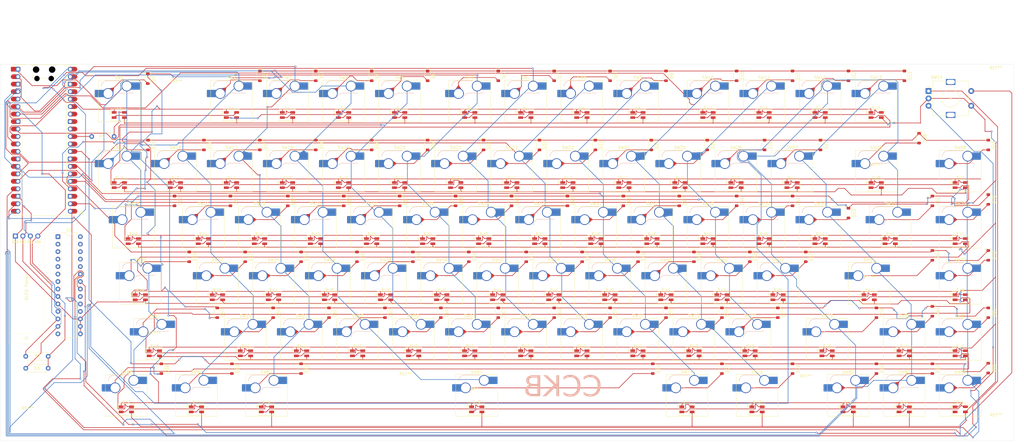
<source format=kicad_pcb>
(kicad_pcb (version 20241229) (generator "pcbnew") (generator_version "9.0")
  (layers (0 "F.Cu" signal) (2 "B.Cu" signal) (13 "F.Paste" user) (15 "B.Paste" user) (5 "F.SilkS" user "F.Silkscreen") (7 "B.SilkS" user "B.Silkscreen") (1 "F.Mask" user) (3 "B.Mask" user) (25 "Edge.Cuts" user))
  (net 0 "")
  (net 3 "Net-(A1-GPIO26_ADC0)")
  (net 18 "r1")
  (net 19 "Net-(D1-A)")
  (net 20 "Net-(D2-A)")
  (net 21 "Net-(D3-A)")
  (net 22 "Net-(D4-A)")
  (net 23 "Net-(D5-A)")
  (net 24 "Net-(D6-A)")
  (net 25 "Net-(D7-A)")
  (net 26 "Net-(D8-A)")
  (net 27 "Net-(D9-A)")
  (net 28 "Net-(D10-A)")
  (net 29 "Net-(D11-A)")
  (net 30 "Net-(D12-A)")
  (net 31 "Net-(D13-A)")
  (net 32 "GND")
  (net 33 "led input")
  (net 34 "Net-(D15-A)")
  (net 35 "r2")
  (net 36 "Net-(D16-A)")
  (net 37 "Net-(D17-A)")
  (net 38 "Net-(D18-A)")
  (net 39 "Net-(D19-A)")
  (net 40 "Net-(D20-A)")
  (net 41 "Net-(D21-A)")
  (net 42 "Net-(D22-A)")
  (net 43 "Net-(D23-A)")
  (net 44 "Net-(D24-A)")
  (net 45 "Net-(D25-A)")
  (net 46 "Net-(D26-A)")
  (net 47 "Net-(D27-A)")
  (net 48 "Net-(D28-A)")
  (net 49 "r3")
  (net 50 "Net-(D29-A)")
  (net 51 "Net-(D30-A)")
  (net 52 "r4")
  (net 53 "Net-(D31-A)")
  (net 54 "Net-(D32-A)")
  (net 55 "Net-(D33-A)")
  (net 56 "Net-(D34-A)")
  (net 57 "Net-(D35-A)")
  (net 58 "Net-(D36-A)")
  (net 59 "Net-(D37-A)")
  (net 60 "Net-(D38-A)")
  (net 61 "Net-(D39-A)")
  (net 62 "Net-(D40-A)")
  (net 63 "Net-(D41-A)")
  (net 64 "Net-(D42-A)")
  (net 65 "Net-(D43-A)")
  (net 66 "Net-(D44-A)")
  (net 67 "Net-(D45-A)")
  (net 68 "Net-(D46-A)")
  (net 69 "Net-(D47-A)")
  (net 70 "Net-(D48-A)")
  (net 71 "Net-(D49-A)")
  (net 72 "Net-(D50-A)")
  (net 73 "Net-(D51-A)")
  (net 74 "Net-(D52-A)")
  (net 75 "Net-(D53-A)")
  (net 76 "Net-(D54-A)")
  (net 77 "Net-(D55-A)")
  (net 78 "r5")
  (net 79 "Net-(D57-A)")
  (net 80 "r6")
  (net 81 "Net-(D58-A)")
  (net 82 "Net-(D59-A)")
  (net 83 "Net-(D60-A)")
  (net 84 "Net-(D61-A)")
  (net 85 "Net-(D62-A)")
  (net 86 "Net-(D63-A)")
  (net 87 "Net-(D64-A)")
  (net 88 "Net-(D65-A)")
  (net 89 "Net-(D67-A)")
  (net 90 "Net-(D68-A)")
  (net 91 "Net-(D69-A)")
  (net 92 "Net-(D70-A)")
  (net 93 "Net-(D71-A)")
  (net 94 "Net-(D72-A)")
  (net 95 "Net-(D73-A)")
  (net 96 "Net-(D74-A)")
  (net 97 "Net-(D75-A)")
  (net 98 "Net-(D76-A)")
  (net 99 "Net-(D77-A)")
  (net 100 "Net-(D79-A)")
  (net 101 "Net-(D80-A)")
  (net 102 "Net-(D81-A)")
  (net 103 "Net-(D82-A)")
  (net 104 "Net-(D85-A)")
  (net 105 "Net-(D86-A)")
  (net 106 "c1")
  (net 107 "c2")
  (net 108 "c3")
  (net 109 "c4")
  (net 110 "c5")
  (net 111 "c6")
  (net 112 "c7")
  (net 113 "c8")
  (net 114 "c9")
  (net 115 "c10")
  (net 116 "c11")
  (net 117 "c12")
  (net 118 "c13")
  (net 119 "c14")
  (net 120 "c15")
  (net 121 "Net-(e1-DOUT)")
  (net 122 "Net-(e2-DOUT)")
  (net 123 "Net-(e3-DOUT)")
  (net 124 "Net-(e4-DOUT)")
  (net 125 "Net-(e5-DOUT)")
  (net 126 "Net-(e6-DOUT)")
  (net 127 "Net-(e7-DOUT)")
  (net 128 "Net-(e8-DOUT)")
  (net 129 "Net-(e10-DIN)")
  (net 130 "Net-(e10-DOUT)")
  (net 131 "Net-(e11-DOUT)")
  (net 132 "Net-(e12-DOUT)")
  (net 133 "Net-(e14-DOUT)")
  (net 134 "Net-(e15-DOUT)")
  (net 135 "Net-(e16-DOUT)")
  (net 136 "Net-(e17-DOUT)")
  (net 137 "Net-(e18-DOUT)")
  (net 138 "Net-(e19-DOUT)")
  (net 139 "Net-(e20-DOUT)")
  (net 140 "Net-(e21-DOUT)")
  (net 141 "Net-(e22-DOUT)")
  (net 142 "Net-(e23-DOUT)")
  (net 143 "Net-(e24-DOUT)")
  (net 144 "Net-(e25-DOUT)")
  (net 145 "Net-(e26-DOUT)")
  (net 146 "Net-(e27-DOUT)")
  (net 147 "Net-(e28-DOUT)")
  (net 148 "Net-(e29-DOUT)")
  (net 149 "Net-(e30-DOUT)")
  (net 150 "Net-(e31-DOUT)")
  (net 151 "Net-(e32-DOUT)")
  (net 152 "Net-(e33-DOUT)")
  (net 153 "Net-(e34-DOUT)")
  (net 154 "Net-(e35-DOUT)")
  (net 155 "Net-(e36-DOUT)")
  (net 156 "Net-(e37-DOUT)")
  (net 157 "Net-(e38-DOUT)")
  (net 158 "Net-(e39-DOUT)")
  (net 159 "Net-(e40-DOUT)")
  (net 160 "Net-(e41-DOUT)")
  (net 161 "Net-(e42-DOUT)")
  (net 162 "Net-(e43-DOUT)")
  (net 163 "Net-(e44-DOUT)")
  (net 164 "Net-(e45-DOUT)")
  (net 165 "Net-(e46-DOUT)")
  (net 166 "Net-(e47-DOUT)")
  (net 167 "Net-(e48-DOUT)")
  (net 168 "Net-(e49-DOUT)")
  (net 169 "Net-(e50-DOUT)")
  (net 170 "Net-(e51-DOUT)")
  (net 171 "Net-(e52-DOUT)")
  (net 172 "Net-(e53-DOUT)")
  (net 173 "Net-(e54-DOUT)")
  (net 174 "Net-(e55-DOUT)")
  (net 175 "Net-(e56-DOUT)")
  (net 176 "Net-(e57-DOUT)")
  (net 177 "Net-(e58-DOUT)")
  (net 178 "Net-(e59-DOUT)")
  (net 179 "Net-(e60-DOUT)")
  (net 180 "Net-(e61-DOUT)")
  (net 181 "Net-(e62-DOUT)")
  (net 182 "Net-(e63-DOUT)")
  (net 183 "Net-(e64-DOUT)")
  (net 184 "Net-(e65-DOUT)")
  (net 185 "Net-(e66-DOUT)")
  (net 186 "Net-(e67-DOUT)")
  (net 187 "Net-(e68-DOUT)")
  (net 188 "Net-(e69-DOUT)")
  (net 189 "Net-(e70-DOUT)")
  (net 190 "Net-(e71-DOUT)")
  (net 191 "Net-(e72-DOUT)")
  (net 192 "Net-(e73-DOUT)")
  (net 193 "Net-(e74-DOUT)")
  (net 194 "Net-(e75-DOUT)")
  (net 195 "Net-(e76-DOUT)")
  (net 196 "Net-(e77-DOUT)")
  (net 197 "Net-(e78-DOUT)")
  (net 198 "Net-(e79-DOUT)")
  (net 199 "Net-(e80-DOUT)")
  (net 200 "scl")
  (net 201 "sda")
  (net 212 "+3.3V")
  (net 213 "reSwitch")
  (net 214 "a")
  (net 215 "b")
  (net 216 "+5V")
  (footprint "LED_SMD:LED_SK6812MINI_PLCC4_3.5x3.5mm_P1.75mm" (layer "F.Cu") (at 233.3625 57.15)
    (property "Reference" "e23")
    (property "Value" "WS2812B")
  )
  (footprint "PCM_Switch_Keyboard_Hotswap_Kailh:SW_Hotswap_Kailh_MX_Plated_1.00u_EDITED" (layer "F.Cu") (at 280.9875 71.4375)
    (property "Reference" "SW49")
    (property "Value" "SW_Push")
  )
  (footprint "Diode_SMD:D_SOD-123" (layer "F.Cu") (at 223.725 43.5375 -90)
    (property "Reference" "D22")
    (property "Value" "1N4148")
  )
  (footprint "PCM_Switch_Keyboard_Hotswap_Kailh:SW_Hotswap_Kailh_MX_Plated_1.00u_EDITED" (layer "F.Cu") (at 295.275 109.5375)
    (property "Reference" "SW77")
    (property "Value" "SW_Push")
  )
  (footprint "LED_SMD:LED_SK6812MINI_PLCC4_3.5x3.5mm_P1.75mm" (layer "F.Cu") (at 271.4625 57.15)
    (property "Reference" "e25")
    (property "Value" "WS2812B")
  )
  (footprint "LED_SMD:LED_SK6812MINI_PLCC4_3.5x3.5mm_P1.75mm" (layer "F.Cu") (at 204.7875 76.2)
    (property "Reference" "e36")
    (property "Value" "WS2812B")
  )
  (footprint "Diode_SMD:D_SOD-123" (layer "F.Cu") (at 376.225 81.0375 -90)
    (property "Reference" "D72")
    (property "Value" "1N4148")
  )
  (footprint "Module:RaspberryPi_Pico_Common_Unspecified" (layer "F.Cu") (at 55.40375 41.91)
    (property "Reference" "A1")
    (property "Value" "RaspberryPi_Pico")
  )
  (footprint "Diode_SMD:D_SOD-123" (layer "F.Cu") (at 328.725 20.0375 -90)
    (property "Reference" "D12")
    (property "Value" "1N4148")
  )
  (footprint "LED_SMD:LED_SK6812MINI_PLCC4_3.5x3.5mm_P1.75mm" (layer "F.Cu") (at 190.5 95.25)
    (property "Reference" "e50")
    (property "Value" "WS2812B")
  )
  (footprint "Diode_SMD:D_SOD-123" (layer "F.Cu") (at 376.225 62.0375 -90)
    (property "Reference" "D70")
    (property "Value" "1N4148")
  )
  (footprint "PCM_Mounting_Keyboard_Stabilizer:Stabilizer_Cherry_MX_6.25u" (layer "F.Cu") (at 202.40625 128.5875)
    (property "Reference" "REF**")
    (property "Value" "Stabilizer_Cherry_MX_6.25u")
  )
  (footprint "Diode_SMD:D_SOD-123" (layer "F.Cu") (at 104.725 81.5375 -90)
    (property "Reference" "D30")
    (property "Value" "1N4148")
  )
  (footprint "Diode_SMD:D_SOD-123" (layer "F.Cu") (at 352.725 41.2125 -90)
    (property "Reference" "D28")
    (property "Value" "1N4148")
  )
  (footprint "LED_SMD:LED_SK6812MINI_PLCC4_3.5x3.5mm_P1.75mm" (layer "F.Cu") (at 366.7125 133.35)
    (property "Reference" "e81")
    (property "Value" "WS2812B")
  )
  (footprint "PCM_Switch_Keyboard_Hotswap_Kailh:SW_Hotswap_Kailh_MX_Plated_1.00u_EDITED" (layer "F.Cu") (at 366.7125 109.5375)
    (property "Reference" "SW85")
    (property "Value" "SW_Push")
  )
  (footprint "MountingHole:MountingHole_3.2mm_M3" (layer "F.Cu") (at 314.35 126.2)
    (property "Reference" "REF**")
    (property "Value" "MountingHole_3.2mm_M3")
  )
  (footprint "PCM_Switch_Keyboard_Hotswap_Kailh:SW_Hotswap_Kailh_MX_Plated_1.00u_EDITED" (layer "F.Cu") (at 214.3125 52.3875)
    (property "Reference" "SW22")
    (property "Value" "SW_Push")
  )
  (footprint "Diode_SMD:D_SOD-123" (layer "F.Cu") (at 157.225 62.5375 -90)
    (property "Reference" "D35")
    (property "Value" "1N4148")
  )
  (footprint "Diode_SMD:D_SOD-123" (layer "F.Cu") (at 242.725 43.5375 -90)
    (property "Reference" "D23")
    (property "Value" "1N4148")
  )
  (footprint "LED_SMD:LED_SK6812MINI_PLCC4_3.5x3.5mm_P1.75mm" (layer "F.Cu") (at 200.025 114.3)
    (property "Reference" "e64")
    (property "Value" "WS2812B")
  )
  (footprint "Diode_SMD:D_SOD-123" (layer "F.Cu") (at 214.225 62.5375 -90)
    (property "Reference" "D41")
    (property "Value" "1N4148")
  )
  (footprint "Diode_SMD:D_SOD-123" (layer "F.Cu") (at 280.725 43.5375 -90)
    (property "Reference" "D25")
    (property "Value" "1N4148")
  )
  (footprint "PCM_Switch_Keyboard_Hotswap_Kailh:SW_Hotswap_Kailh_MX_Plated_1.00u_EDITED" (layer "F.Cu") (at 238.125 28.575)
    (property "Reference" "SW8")
    (property "Value" "SW_Push")
  )
  (footprint "Diode_SMD:D_SOD-123" (layer "F.Cu") (at 147.725 20.0375 -90)
    (property "Reference" "D3")
    (property "Value" "1N4148")
  )
  (footprint "PCM_Switch_Keyboard_Hotswap_Kailh:SW_Hotswap_Kailh_MX_Plated_1.00u_EDITED" (layer "F.Cu") (at 304.8 90.4875)
    (property "Reference" "SW52")
    (property "Value" "SW_Push")
  )
  (footprint "PCM_Switch_Keyboard_Hotswap_Kailh:SW_Hotswap_Kailh_MX_Plated_1.00u_EDITED" (layer "F.Cu") (at 185.7375 71.4375)
    (property "Reference" "SW39")
    (property "Value" "SW_Push")
  )
  (footprint "PCM_Switch_Keyboard_Hotswap_Kailh:SW_Hotswap_Kailh_MX_Plated_1.00u_EDITED" (layer "F.Cu") (at 271.4625 52.3875)
    (property "Reference" "SW25")
    (property "Value" "SW_Push")
  )
  (footprint "LED_SMD:LED_SK6812MINI_PLCC4_3.5x3.5mm_P1.75mm" (layer "F.Cu") (at 200.025 33.3375)
    (property "Reference" "e6")
    (property "Value" "WS2812B")
  )
  (footprint "Diode_SMD:D_SOD-123" (layer "F.Cu") (at 166.725 43.5375 -90)
    (property "Reference" "D19")
    (property "Value" "1N4148")
  )
  (footprint "PCM_Switch_Keyboard_Hotswap_Kailh:SW_Hotswap_Kailh_MX_Plated_1.00u_EDITED" (layer "F.Cu") (at 180.975 109.5375)
    (property "Reference" "SW65")
    (property "Value" "SW_Push")
  )
  (footprint "Diode_SMD:D_SOD-123" (layer "F.Cu") (at 376.225 43.5375 -90)
    (property "Reference" "D68")
    (property "Value" "1N4148")
  )
  (footprint "PCM_Switch_Keyboard_Hotswap_Kailh:SW_Hotswap_Kailh_MX_Plated_1.50u" (layer "F.Cu") (at 342.9 71.4375)
    (property "Reference" "SW55")
    (property "Value" "SW_Push")
  )
  (footprint "MountingHole:MountingHole_3.2mm_M3" (layer "F.Cu") (at 178.28 125.49)
    (property "Reference" "REF**")
    (property "Value" "MountingHole_3.2mm_M3")
  )
  (footprint "MountingHole:MountingHole_3.2mm_M3" (layer "F.Cu") (at 378.91 139.42)
    (property "Reference" "REF**")
    (property "Value" "MountingHole_3.2mm_M3")
  )
  (footprint "PCM_Switch_Keyboard_Hotswap_Kailh:SW_Hotswap_Kailh_MX_Plated_1.00u_EDITED" (layer "F.Cu") (at 204.7875 71.4375)
    (property "Reference" "SW41")
    (property "Value" "SW_Push")
  )
  (footprint "LED_SMD:LED_SK6812MINI_PLCC4_3.5x3.5mm_P1.75mm" (layer "F.Cu") (at 114.3 95.25)
    (property "Reference" "e46")
    (property "Value" "WS2812B")
  )
  (footprint "Diode_SMD:D_SOD-123" (layer "F.Cu") (at 209.725 100.5375 -90)
    (property "Reference" "D67")
    (property "Value" "1N4148")
  )
  (footprint "LED_SMD:LED_SK6812MINI_PLCC4_3.5x3.5mm_P1.75mm" (layer "F.Cu") (at 109.5375 76.2)
    (property "Reference" "e31")
    (property "Value" "WS2812B")
  )
  (footprint "Diode_SMD:D_SOD-123" (layer "F.Cu") (at 219.225 81.5375 -90)
    (property "Reference" "D42")
    (property "Value" "1N4148")
  )
  (footprint "Diode_SMD:D_SOD-123" (layer "F.Cu") (at 176.225 62.5375 -90)
    (property "Reference" "D37")
    (property "Value" "1N4148")
  )
  (footprint "PCM_Switch_Keyboard_Hotswap_Kailh:SW_Hotswap_Kailh_MX_Plated_1.00u_EDITED" (layer "F.Cu") (at 285.75 90.4875)
    (property "Reference" "SW50")
    (property "Value" "SW_Push")
  )
  (footprint "PCM_Switch_Keyboard_Hotswap_Kailh:SW_Hotswap_Kailh_MX_Plated_1.25u" (layer "F.Cu") (at 297.65625 128.5875)
    (property "Reference" "SW76")
    (property "Value" "SW_Push")
  )
  (footprint "LED_SMD:LED_SK6812MINI_PLCC4_3.5x3.5mm_P1.75mm" (layer "F.Cu") (at 176.2125 33.3375)
    (property "Reference" "e5")
    (property "Value" "WS2812B")
  )
  (footprint "Diode_SMD:D_SOD-123" (layer "F.Cu") (at 114.225 100.5375 -90)
    (property "Reference" "D57")
    (property "Value" "1N4148")
  )
  (footprint "Diode_SMD:D_SOD-123" (layer "F.Cu") (at 166.725 20.0375 -90)
    (property "Reference" "D4")
    (property "Value" "1N4148")
  )
  (footprint "Diode_SMD:D_SOD-123" (layer "F.Cu") (at 185.725 43.5375 -90)
    (property "Reference" "D20")
    (property "Value" "1N4148")
  )
  (footprint "PCM_Switch_Keyboard_Hotswap_Kailh:SW_Hotswap_Kailh_MX_Plated_1.75u" (layer "F.Cu") (at 321.46875 109.5375)
    (property "Reference" "SW79")
    (property "Value" "SW_Push")
  )
  (footprint "LED_SMD:LED_SK6812MINI_PLCC4_3.5x3.5mm_P1.75mm" (layer "F.Cu") (at 300.0375 76.2)
    (property "Reference" "e41")
    (property "Value" "WS2812B")
  )
  (footprint "PCM_Switch_Keyboard_Hotswap_Kailh:SW_Hotswap_Kailh_MX_Plated_1.00u_EDITED" (layer "F.Cu") (at 152.4 90.4875)
    (property "Reference" "SW36")
    (property "Value" "SW_Push")
  )
  (footprint "PCM_Switch_Keyboard_Hotswap_Kailh:SW_Hotswap_Kailh_MX_Plated_1.00u_EDITED" (layer "F.Cu") (at 280.9875 28.575)
    (property "Reference" "SW10")
    (property "Value" "SW_Push")
  )
  (footprint "LED_SMD:LED_SK6812MINI_PLCC4_3.5x3.5mm_P1.75mm" (layer "F.Cu") (at 366.7125 95.25)
    (property "Reference" "e58")
    (property "Value" "WS2812B")
  )
  (footprint "LED_SMD:LED_SK6812MINI_PLCC4_3.5x3.5mm_P1.75mm" (layer "F.Cu") (at 219.075 114.3)
    (property "Reference" "e65")
    (property "Value" "WS2812B")
  )
  (footprint "LED_SMD:LED_SK6812MINI_PLCC4_3.5x3.5mm_P1.75mm" (layer "F.Cu") (at 238.125 33.3375)
    (property "Reference" "e8")
    (property "Value" "WS2812B")
  )
  (footprint "LED_SMD:LED_SK6812MINI_PLCC4_3.5x3.5mm_P1.75mm" (layer "F.Cu") (at 257.175 33.3375)
    (property "Reference" "e9")
    (property "Value" "WS2812B")
  )
  (footprint "Diode_SMD:D_SOD-123" (layer "F.Cu") (at 290.725 62.5375 -90)
    (property "Reference" "D49")
    (property "Value" "1N4148")
  )
  (footprint "Diode_SMD:D_SOD-123" (layer "F.Cu") (at 304.725 100.5375 -90)
    (property "Reference" "D77")
    (property "Value" "1N4148")
  )
  (footprint "LED_SMD:LED_SK6812MINI_PLCC4_3.5x3.5mm_P1.75mm" (layer "F.Cu") (at 366.7125 57.15)
    (property "Reference" "e29")
    (property "Value" "WS2812B")
  )
  (footprint "Diode_SMD:D_SOD-123" (layer "F.Cu") (at 309.725 119.5375 -90)
    (property "Reference" "D76")
    (property "Value" "1N4148")
  )
  (footprint "PCM_Switch_Keyboard_Hotswap_Kailh:SW_Hotswap_Kailh_MX_Plated_1.00u_EDITED" (layer "F.Cu") (at 347.6625 128.5875)
    (property "Reference" "SW82")
    (property "Value" "SW_Push")
  )
  (footprint "Diode_SMD:D_SOD-123" (layer "F.Cu") (at 147.725 43.5375 -90)
    (property "Reference" "D18")
    (property "Value" "1N4148")
  )
  (footprint "LED_SMD:LED_SK6812MINI_PLCC4_3.5x3.5mm_P1.75mm" (layer "F.Cu") (at 214.3125 57.15)
    (property "Reference" "e22")
    (property "Value" "WS2812B")
  )
  (footprint "LED_SMD:LED_SK6812MINI_PLCC4_3.5x3.5mm_P1.75mm" (layer "F.Cu") (at 319.0875 33.3375)
    (property "Reference" "e12")
    (property "Value" "WS2812B")
  )
  (footprint "Rotary_Encoder:RotaryEncoder_Alps_EC11E-Switch_Vertical_H20mm" (layer "F.Cu") (at 355.94 25.2)
    (property "Reference" "SW14")
    (property "Value" "RotaryEncoder_Switch")
  )
  (footprint "PCM_Mounting_Keyboard_Stabilizer:Stabilizer_Cherry_MX_2.00u" (layer "F.Cu") (at 92.86875 109.5375)
    (property "Reference" "REF**")
    (property "Value" "Stabilizer_Cherry_MX_2.00u")
  )
  (footprint "PCM_Switch_Keyboard_Hotswap_Kailh:SW_Hotswap_Kailh_MX_Plated_1.00u_EDITED" (layer "F.Cu") (at 366.7125 128.5875)
    (property "Reference" "SW86")
    (property "Value" "SW_Push")
  )
  (footprint "LED_SMD:LED_SK6812MINI_PLCC4_3.5x3.5mm_P1.75mm" (layer "F.Cu") (at 247.65 95.25)
    (property "Reference" "e53")
    (property "Value" "WS2812B")
  )
  (footprint "LED_SMD:LED_SK6812MINI_PLCC4_3.5x3.5mm_P1.75mm" (layer "F.Cu") (at 242.8875 76.2)
    (property "Reference" "e38")
    (property "Value" "WS2812B")
  )
  (footprint "MountingHole:MountingHole_3.2mm_M3" (layer "F.Cu") (at 49.9 137.18)
    (property "Reference" "REF**")
    (property "Value" "MountingHole_3.2mm_M3")
  )
  (footprint "LED_SMD:LED_SK6812MINI_PLCC4_3.5x3.5mm_P1.75mm" (layer "F.Cu") (at 304.8 95.25)
    (property "Reference" "e56")
    (property "Value" "WS2812B")
  )
  (footprint "PCM_Switch_Keyboard_Hotswap_Kailh:SW_Hotswap_Kailh_MX_Plated_1.00u_EDITED" (layer "F.Cu") (at 161.925 109.5375)
    (property "Reference" "SW63")
    (property "Value" "SW_Push")
  )
  (footprint "Diode_SMD:D_SOD-123" (layer "F.Cu") (at 171.225 100.5375 -90)
    (property "Reference" "D63")
    (property "Value" "1N4148")
  )
  (footprint "LED_SMD:LED_SK6812MINI_PLCC4_3.5x3.5mm_P1.75mm" (layer "F.Cu") (at 300.0375 33.3375)
    (property "Reference" "e11")
    (property "Value" "WS2812B")
  )
  (footprint "Diode_SMD:D_SOD-123" (layer "F.Cu") (at 328.725 66.675 -90)
    (property "Reference" "D53")
    (property "Value" "1N4148")
  )
  (footprint "Diode_SMD:D_SOD-123" (layer "F.Cu") (at 128.725 20.0375 -90)
    (property "Reference" "D2")
    (property "Value" "1N4148")
  )
  (footprint "LED_SMD:LED_SK6812MINI_PLCC4_3.5x3.5mm_P1.75mm" (layer "F.Cu") (at 280.9875 76.2)
    (property "Reference" "e40")
    (property "Value" "WS2812B")
  )
  (footprint "PCM_Switch_Keyboard_Hotswap_Kailh:SW_Hotswap_Kailh_MX_Plated_1.00u_EDITED" (layer "F.Cu") (at 119.0625 28.575)
    (property "Reference" "SW2")
    (property "Value" "SW_Push")
  )
  (footprint "LED_SMD:LED_SK6812MINI_PLCC4_3.5x3.5mm_P1.75mm" (layer "F.Cu") (at 195.2625 57.15)
    (property "Reference" "e21")
    (property "Value" "WS2812B")
  )
  (footprint "PCM_Switch_Keyboard_Hotswap_Kailh:SW_Hotswap_Kailh_MX_Plated_1.00u_EDITED" (layer "F.Cu") (at 242.8875 71.4375)
    (property "Reference" "SW45")
    (property "Value" "SW_Push")
  )
  (footprint "Diode_SMD:D_SOD-123" (layer "F.Cu") (at 290.725 20.0375 -90)
    (property "Reference" "D10")
    (property "Value" "1N4148")
  )
  (footprint "LED_SMD:LED_SK6812MINI_PLCC4_3.5x3.5mm_P1.75mm" (layer "F.Cu") (at 157.1625 57.15)
    (property "Reference" "e19")
    (property "Value" "WS2812B")
  )
  (footprint "Diode_SMD:D_SOD-123" (layer "F.Cu") (at 247.725 100.5375 -90)
    (property "Reference" "D71")
    (property "Value" "1N4148")
  )
  (footprint "Diode_SMD:D_SOD-123" (layer "F.Cu") (at 142.725 81.5375 -90)
    (property "Reference" "D34")
    (property "Value" "1N4148")
  )
  (footprint "Diode_SMD:D_SOD-123" (layer "F.Cu") (at 142.725 119.5375 -90)
    (property "Reference" "D62")
    (property "Value" "1N4148")
  )
  (footprint "Diode_SMD:D_SOD-123" (layer "F.Cu") (at 285.725 119.5375 -90)
    (property "Reference" "D74")
    (property "Value" "1N4148")
  )
  (footprint "LED_SMD:LED_SK6812MINI_PLCC4_3.5x3.5mm_P1.75mm" (layer "F.Cu") (at 157.1625 33.3375)
    (property "Reference" "e4")
    (property "Value" "WS2812B")
  )
  (footprint "LED_SMD:LED_SK6812MINI_PLCC4_3.5x3.5mm_P1.75mm" (layer "F.Cu") (at 152.4 95.25)
    (property "Reference" "e48")
    (property "Value" "WS2812B")
  )
  (footprint "PCM_Switch_Keyboard_Hotswap_Kailh:SW_Hotswap_Kailh_MX_Plated_1.00u_EDITED" (layer "F.Cu") (at 109.5375 71.4375)
    (property "Reference" "SW31")
    (property "Value" "SW_Push")
  )
  (footprint "Diode_SMD:D_SOD-123" (layer "F.Cu") (at 300.225 43.5375 -90)
    (property "Reference" "D26")
    (property "Value" "1N4148")
  )
  (footprint "PCM_Switch_Keyboard_Hotswap_Kailh:SW_Hotswap_Kailh_MX_Plated_1.00u_EDITED" (layer "F.Cu") (at 190.5 90.4875)
    (property "Reference" "SW40")
    (property "Value" "SW_Push")
  )
  (footprint "PCM_Switch_Keyboard_Hotswap_Kailh:SW_Hotswap_Kailh_MX_Plated_1.00u_EDITED" (layer "F.Cu") (at 200.025 109.5375)
    (property "Reference" "SW67")
    (property "Value" "SW_Push")
  )
  (footprint "Diode_SMD:D_SOD-123" (layer "F.Cu") (at 314.225 81.5375 -90)
    (property "Reference" "D52")
    (property "Value" "1N4148")
  )
  (footprint "PCM_Switch_Keyboard_Hotswap_Kailh:SW_Hotswap_Kailh_MX_Plated_1.00u_EDITED" (layer "F.Cu") (at 290.5125 52.3875)
    (property "Reference" "SW26")
    (property "Value" "SW_Push")
  )
  (footprint "LED_SMD:LED_SK6812MINI_PLCC4_3.5x3.5mm_P1.75mm" (layer "F.Cu") (at 266.7 95.25)
    (property "Reference" "e54")
    (property "Value" "WS2812B")
  )
  (footprint "PCM_Switch_Keyboard_Hotswap_Kailh:SW_Hotswap_Kailh_MX_Plated_1.00u_EDITED" (layer "F.Cu") (at 219.075 28.575)
    (property "Reference" "SW7")
    (property "Value" "SW_Push")
  )
  (footprint "LED_SMD:LED_SK6812MINI_PLCC4_3.5x3.5mm_P1.75mm" (layer "F.Cu") (at 83.34375 133.35)
    (property "Reference" "e73")
    (property "Value" "WS2812B")
  )
  (footprint "PCM_Switch_Keyboard_Hotswap_Kailh:SW_Hotswap_Kailh_MX_Plated_1.00u_EDITED" (layer "F.Cu") (at 276.225 109.5375)
    (property "Reference" "SW75")
    (property "Value" "SW_Push")
  )
  (footprint "MountingHole:MountingHole_3.2mm_M3" (layer "F.Cu") (at 378.82 21.51)
    (property "Reference" "REF**")
    (property "Value" "MountingHole_3.2mm_M3")
  )
  (footprint "LED_SMD:LED_SK6812MINI_PLCC4_3.5x3.5mm_P1.75mm" (layer "F.Cu") (at 342.9 76.2)
    (property "Reference" "e43")
    (property "Value" "WS2812B")
  )
  (footprint "Diode_SMD:D_SOD-123" (layer "F.Cu") (at 180.725 81.5375 -90)
    (property "Reference" "D38")
    (property "Value" "1N4148")
  )
  (footprint "PCM_Switch_Keyboard_Hotswap_Kailh:SW_Hotswap_Kailh_MX_Plated_1.00u_EDITED" (layer "F.Cu") (at 257.175 28.575)
    (property "Reference" "SW9")
    (property "Value" "SW_Push")
  )
  (footprint "Diode_SMD:D_SOD-123" (layer "F.Cu") (at 152.225 100.5375 -90)
    (property "Reference" "D61")
    (property "Value" "1N4148")
  )
  (footprint "LED_SMD:LED_SK6812MINI_PLCC4_3.5x3.5mm_P1.75mm" (layer "F.Cu") (at 261.9375 76.2)
    (property "Reference" "e39")
    (property "Value" "WS2812B")
  )
  (footprint "LED_SMD:LED_SK6812MINI_PLCC4_3.5x3.5mm_P1.75mm" (layer "F.Cu") (at 176.2125 57.15)
    (property "Reference" "e20")
    (property "Value" "WS2812B")
  )
  (footprint "LED_SMD:LED_SK6812MINI_PLCC4_3.5x3.5mm_P1.75mm" (layer "F.Cu") (at 366.7125 76.2)
    (property "Reference" "e44")
    (property "Value" "WS2812B")
  )
  (footprint "PCM_Switch_Keyboard_Hotswap_Kailh:SW_Hotswap_Kailh_MX_Plated_2.25u" (layer "F.Cu") (at 92.86875 109.5375)
    (property "Reference" "SW57")
    (property "Value" "SW_Push")
  )
  (footprint "PCM_Switch_Keyboard_Hotswap_Kailh:SW_Hotswap_Kailh_MX_Plated_1.00u_EDITED" (layer "F.Cu") (at 233.3625 52.3875)
    (property "Reference" "SW23")
    (property "Value" "SW_Push")
  )
  (footprint "LED_SMD:LED_SK6812MINI_PLCC4_3.5x3.5mm_P1.75mm" (layer "F.Cu") (at 295.275 114.3)
    (property "Reference" "e69")
    (property "Value" "WS2812B")
  )
  (footprint "Diode_SMD:D_SOD-123" (layer "F.Cu") (at 357.225 119.5375 -90)
    (property "Reference" "D82")
    (property "Value" "1N4148")
  )
  (footprint "LED_SMD:LED_SK6812MINI_PLCC4_3.5x3.5mm_P1.75mm" (layer "F.Cu") (at 180.975 114.3)
    (property "Reference" "e63")
    (property "Value" "WS2812B")
  )
  (footprint "Diode_SMD:D_SOD-123" (layer "F.Cu") (at 319.225 43.5375 -90)
    (property "Reference" "D27")
    (property "Value" "1N4148")
  )
  (footprint "Diode_SMD:D_SOD-123" (layer "F.Cu") (at 338.225 119.5375 -90)
    (property "Reference" "D80")
    (property "Value" "1N4148")
  )
  (footprint "Diode_SMD:D_SOD-123" (layer "F.Cu") (at 233.225 62.5375 -90)
    (property "Reference" "D43")
    (property "Value" "1N4148")
  )
  (footprint "Diode_SMD:D_SOD-123" (layer "F.Cu") (at 285.725 100.5375 -90)
    (property "Reference" "D75")
    (property "Value" "1N4148")
  )
  (footprint "PCM_Switch_Keyboard_Hotswap_Kailh:SW_Hotswap_Kailh_MX_Plated_1.00u_EDITED" (layer "F.Cu") (at 366.7125 90.4875)
    (property "Reference" "SW72")
    (property "Value" "SW_Push")
  )
  (footprint "PCM_Switch_Keyboard_Hotswap_Kailh:SW_Hotswap_Kailh_MX_Plated_1.25u" (layer "F.Cu") (at 83.34375 128.5875)
    (property "Reference" "SW58")
    (property "Value" "SW_Push")
  )
  (footprint "Diode_SMD:D_SOD-123" (layer "F.Cu") (at 357.225 81.0375 -90)
    (property "Reference" "D54")
    (property "Value" "1N4148")
  )
  (footprint "Diode_SMD:D_SOD-123" (layer "F.Cu") (at 228.725 20.0375 -90)
    (property "Reference" "D7")
    (property "Value" "1N4148")
  )
  (footprint "Diode_SMD:D_SOD-123" (layer "F.Cu") (at 123.725 81.5375 -90)
    (property "Reference" "D32")
    (property "Value" "1N4148")
  )
  (footprint "PCM_Switch_Keyboard_Hotswap_Kailh:SW_Hotswap_Kailh_MX_Plated_6.25u" (layer "F.Cu") (at 202.40625 128.5875)
    (property "Reference" "SW64")
    (property "Value" "SW_Push")
  )
  (footprint "LED_SMD:LED_SK6812MINI_PLCC4_3.5x3.5mm_P1.75mm" (layer "F.Cu") (at 257.175 114.3)
    (property "Reference" "e67")
    (property "Value" "WS2812B")
  )
  (footprint "LED_SMD:LED_SK6812MINI_PLCC4_3.5x3.5mm_P1.75mm" (layer "F.Cu") (at 161.925 114.3)
    (property "Reference" "e62")
    (property "Value" "WS2812B")
  )
  (footprint "PCM_Switch_Keyboard_Hotswap_Kailh:SW_Hotswap_Kailh_MX_Plated_1.00u_EDITED" (layer "F.Cu") (at 309.5625 52.3875)
    (property "Reference" "SW27")
    (property "Value" "SW_Push")
  )
  (footprint "LED_SMD:LED_SK6812MINI_PLCC4_3.5x3.5mm_P1.75mm" (layer "F.Cu") (at 138.1125 33.3375)
    (property "Reference" "e3")
    (property "Value" "WS2812B")
  )
  (footprint "Diode_SMD:D_SOD-123" (layer "F.Cu") (at 271.225 62.5375 -90)
    (property "Reference" "D47")
    (property "Value" "1N4148")
  )
  (footprint "PCM_Switch_Keyboard_Hotswap_Kailh:SW_Hotswap_Kailh_MX_Plated_1.00u_EDITED" (layer "F.Cu") (at 142.875 109.5375)
    (property "Reference" "SW61")
    (property "Value" "SW_Push")
  )
  (footprint "PCM_Switch_Keyboard_Hotswap_Kailh:SW_Hotswap_Kailh_MX_Plated_1.00u_EDITED" (layer "F.Cu") (at 223.8375 71.4375)
    (property "Reference" "SW43")
    (property "Value" "SW_Push")
  )
  (footprint "PCM_Switch_Keyboard_Hotswap_Kailh:SW_Hotswap_Kailh_MX_Plated_1.00u_EDITED" (layer "F.Cu") (at 128.5875 71.4375)
    (property "Reference" "SW33")
    (property "Value" "SW_Push")
  )
  (footprint "LED_SMD:LED_SK6812MINI_PLCC4_3.5x3.5mm_P1.75mm" (layer "F.Cu") (at 338.1375 57.15)
    (property "Reference" "e28")
    (property "Value" "WS2812B")
  )
  (footprint "LED_SMD:LED_SK6812MINI_PLCC4_3.5x3.5mm_P1.75mm" (layer "F.Cu") (at 130.96875 133.35)
    (property "Reference" "e75")
    (property "Value" "WS2812B")
  )
  (footprint "LED_SMD:LED_SK6812MINI_PLCC4_3.5x3.5mm_P1.75mm" (layer "F.Cu") (at 273.84375 133.35)
    (property "Reference" "e77")
    (property "Value" "WS2812B")
  )
  (footprint "Diode_SMD:D_SOD-123" (layer "F.Cu") (at 238.225 81.5375 -90)
    (property "Reference" "D44")
    (property "Value" "1N4148")
  )
  (footprint "MountingHole:MountingHole_3.2mm_M3" (layer "F.Cu") (at 100.32 26.02)
    (property "Reference" "REF**")
    (property "Value" "MountingHole_3.2mm_M3")
  )
  (footprint "LED_SMD:LED_SK6812MINI_PLCC4_3.5x3.5mm_P1.75mm" (layer "F.Cu") (at 171.45 95.25)
    (property "Reference" "e49")
    (property "Value" "WS2812B")
  )
  (footprint "PCM_Switch_Keyboard_Hotswap_Kailh:SW_Hotswap_Kailh_MX_Plated_2.00u" (layer "F.Cu") (at 338.1375 52.3875)
    (property "Reference" "SW28")
    (property "Value" "SW_Push")
  )
  (footprint "PCM_Switch_Keyboard_Hotswap_Kailh:SW_Hotswap_Kailh_MX_Plated_1.00u_EDITED" (layer "F.Cu") (at 114.3 90.4875)
    (property "Reference" "SW32")
    (property "Value" "SW_Push")
  )
  (footprint "Diode_SMD:D_SOD-123" (layer "F.Cu") (at 252.225 62.5375 -90)
    (property "Reference" "D45")
    (property "Value" "1N4148")
  )
  (footprint "Diode_SMD:D_SOD-123" (layer "F.Cu") (at 376.225 100.5375 -90)
    (property "Reference" "D85")
    (property "Value" "1N4148")
  )
  (footprint "LED_SMD:LED_SK6812MINI_PLCC4_3.5x3.5mm_P1.75mm" (layer "F.Cu") (at 285.75 95.25)
    (property "Reference" "e55")
    (property "Value" "WS2812B")
  )
  (footprint "Diode_SMD:D_SOD-123" (layer "F.Cu") (at 266.725 100.5375 -90)
    (property "Reference" "D73")
    (property "Value" "1N4148")
  )
  (footprint "PCM_Switch_Keyboard_Hotswap_Kailh:SW_Hotswap_Kailh_MX_Plated_1.00u_EDITED" (layer "F.Cu") (at 328.6125 128.5875)
    (property "Reference" "SW80")
    (property "Value" "SW_Push")
  )
  (footprint "LED_SMD:LED_SK6812MINI_PLCC4_3.5x3.5mm_P1.75mm" (layer "F.Cu") (at 133.35 95.25)
    (property "Reference" "e47")
    (property "Value" "WS2812B")
  )
  (footprint "PCM_Switch_Keyboard_Hotswap_Kailh:SW_Hotswap_Kailh_MX_Plated_1.00u_EDITED" (layer "F.Cu") (at 123.825 109.5375)
    (property "Reference" "SW59")
    (property "Value" "SW_Push")
  )
  (footprint "Diode_SMD:D_SOD-123" (layer "F.Cu") (at 276.225 81.5375 -90)
    (property "Reference" "D48")
    (property "Value" "1N4148")
  )
  (footprint "Diode_SMD:D_SOD-123" (layer "F.Cu") (at 95.225 119.5375 -90)
    (property "Reference" "D58")
    (property "Value" "1N4148")
  )
  (footprint "LED_SMD:LED_SK6812MINI_PLCC4_3.5x3.5mm_P1.75mm" (layer "F.Cu") (at 107.15625 133.35)
    (property "Reference" "e74")
    (property "Value" "WS2812B")
  )
  (footprint "Diode_SMD:D_SOD-123" (layer "F.Cu") (at 347.725 20.0375 -90)
    (property "Reference" "D13")
    (property "Value" "1N4148")
  )
  (footprint "Diode_SMD:D_SOD-123" (layer "F.Cu") (at 99.725 62.5375 -90)
    (property "Reference" "D29")
    (property "Value" "1N4148")
  )
  (footprint "PCM_Switch_Keyboard_Hotswap_Kailh:SW_Hotswap_Kailh_MX_Plated_1.00u_EDITED" (layer "F.Cu") (at 238.125 109.5375)
    (property "Reference" "SW71")
    (property "Value" "SW_Push")
  )
  (footprint "Diode_SMD:D_SOD-123" (layer "F.Cu") (at 161.725 81.5375 -90)
    (property "Reference" "D36")
    (property "Value" "1N4148")
  )
  (footprint "PCM_Switch_Keyboard_Hotswap_Kailh:SW_Hotswap_Kailh_MX_Plated_1.75u" (layer "F.Cu") (at 88.10625 90.4875)
    (property "Reference" "SW30")
    (property "Value" "SW_Push")
  )
  (footprint "Resistor_THT:R_Axial_DIN0207_L6.3mm_D2.5mm_P7.62mm_Horizontal" (layer "F.Cu") (at 71.59 40.63)
    (property "Reference" "R1")
    (property "Value" "330" (hide yes))
  )
  (footprint "PCM_Switch_Keyboard_Hotswap_Kailh:SW_Hotswap_Kailh_MX_Plated_1.00u_EDITED" (layer "F.Cu") (at 138.1125 52.3875)
    (property "Reference" "SW18")
    (property "Value" "SW_Push")
  )
  (footprint "LED_SMD:LED_SK6812MINI_PLCC4_3.5x3.5mm_P1.75mm" (layer "F.Cu") (at 88.10625 95.25)
    (property "Reference" "e45")
    (property "Value" "WS2812B")
  )
  (footprint "PCM_Switch_Keyboard_Hotswap_Kailh:SW_Hotswap_Kailh_MX_Plated_1.25u" (layer "F.Cu") (at 107.15625 128.5875)
    (property "Reference" "SW60")
    (property "Value" "SW_Push")
  )
  (footprint "Diode_SMD:D_SOD-123" (layer "F.Cu") (at 376.201885 119.342315 -90)
    (property "Reference" "D86")
    (property "Value" "1N4148")
  )
  (footprint "PCM_Switch_Keyboard_Hotswap_Kailh:SW_Hotswap_Kailh_MX_Plated_1.00u_EDITED" (layer "F.Cu") (at 176.2125 28.575)
    (property "Reference" "SW5")
    (property "Value" "SW_Push")
  )
  (footprint "Diode_SMD:D_SOD-123" (layer "F.Cu") (at 261.725 43.5375 -90)
    (property "Reference" "D24")
    (property "Value" "1N4148")
  )
  (footprint "LED_SMD:LED_SK6812MINI_PLCC4_3.5x3.5mm_P1.75mm" (layer "F.Cu") (at 119.0625 57.15)
    (property "Reference" "e17")
    (property "Value" "WS2812B")
  )
  (footprint "Diode_SMD:D_SOD-123" (layer "F.Cu") (at 128.725 43.5375 -90)
    (property "Reference" "D17")
    (property "Value" "1N4148")
  )
  (footprint "LED_SMD:LED_SK6812MINI_PLCC4_3.5x3.5mm_P1.75mm" (layer "F.Cu") (at 347.6625 114.3)
    (property "Reference" "e71")
    (property "Value" "WS2812B")
  )
  (footprint "PCM_Switch_Keyboard_Hotswap_Kailh:SW_Hotswap_Kailh_MX_Plated_1.00u_EDITED" (layer "F.Cu") (at 119.0625 52.3875)
    (property "Reference" "SW17")
    (property "Value" "SW_Push")
  )
  (footprint "PCM_Switch_Keyboard_Hotswap_Kailh:SW_Hotswap_Kailh_MX_Plated_1.25u" (layer "F.Cu") (at 273.84375 128.5875)
    (property "Reference" "SW74")
    (property "Value" "SW_Push")
  )
  (footprint "PCM_Mounting_Keyboard_Stabilizer:Stabilizer_Cherry_MX_2.00u" (layer "F.Cu") (at 338.1375 52.3875)
    (property "Reference" "REF**")
    (property "Value" "Stabilizer_Cherry_MX_2.00u")
  )
  (footprint "Diode_SMD:D_SOD-123" (layer "F.Cu") (at 195.225 62.5375 -90)
    (property "Reference" "D39")
    (property "Value" "1N4148")
  )
  (footprint "LED_SMD:LED_SK6812MINI_PLCC4_3.5x3.5mm_P1.75mm" (layer "F.Cu") (at 209.55 95.25)
    (property "Reference" "e51")
    (property "Value" "WS2812B")
  )
  (footprint "PCM_Switch_Keyboard_Hotswap_Kailh:SW_Hotswap_Kailh_MX_Plated_1.00u_EDITED" (layer "F.Cu") (at 209.55 90.4875)
    (property "Reference" "SW42")
    (property "Value" "SW_Push")
  )
  (footprint "LED_SMD:LED_SK6812MINI_PLCC4_3.5x3.5mm_P1.75mm" (layer "F.Cu") (at 138.1125 57.15)
    (property "Reference" "e18")
    (property "Value" "WS2812B")
  )
  (footprint "PCM_Switch_Keyboard_Hotswap_Kailh:SW_Hotswap_Kailh_MX_Plated_1.00u_EDITED" (layer "F.Cu") (at 319.0875 71.4375)
    (property "Reference" "SW53")
    (property "Value" "SW_Push")
  )
  (footprint "PCM_Switch_Keyboard_Hotswap_Kailh:SW_Hotswap_Kailh_MX_Plated_1.25u" (layer "F.Cu") (at 130.96875 128.5875)
    (property "Reference" "SW62")
    (property "Value" "SW_Push")
  )
  (footprint "LED_SMD:LED_SK6812MINI_PLCC4_3.5x3.5mm_P1.75mm" (layer "F.Cu") (at 319.0875 76.2)
    (property "Reference" "e42")
    (property "Value" "WS2812B")
  )
  (footprint "Diode_SMD:D_SOD-123" (layer "F.Cu") (at 90.725 43.5375 -90)
    (property "Reference" "D15")
    (property "Value" "1N4148")
  )
  (footprint "LED_SMD:LED_SK6812MINI_PLCC4_3.5x3.5mm_P1.75mm" (layer "F.Cu") (at 219.075 33.3375)
    (property "Reference" "e7")
    (property "Value" "WS2812B")
  )
  (footprint "Diode_SMD:D_SOD-123" (layer "F.Cu") (at 257.225 81.5375 -90)
    (property "Reference" "D46")
    (property "Value" "1N4148")
  )
  (footprint "PCM_Switch_Keyboard_Hotswap_Kailh:SW_Hotswap_Kailh_MX_Plated_1.50u" (layer "F.Cu") (at 85.725 71.4375)
    (property "Reference" "SW29")
    (property "Value" "SW_Push")
  )
  (footprint "LED_SMD:LED_SK6812MINI_PLCC4_3.5x3.5mm_P1.75mm" (layer "F.Cu") (at 338.1375 33.3375)
    (property "Reference" "e14")
    (property "Value" "WS2812B")
  )
  (footprint "Diode_SMD:D_SOD-123" (layer "F.Cu") (at 119.225 119.5375 -90)
    (property "Reference" "D60")
    (property "Value" "1N4148")
  )
  (footprint "Diode_SMD:D_SOD-123" (layer "F.Cu") (at 247.725 20.0375 -90)
    (property "Reference" "D8")
    (property "Value" "1N4148")
  )
  (footprint "Diode_SMD:D_SOD-123" (layer "F.Cu") (at 295.225 81.5375 -90)
    (property "Reference" "D50")
    (property "Value" "1N4148")
  )
  (footprint "PCM_Switch_Keyboard_Hotswap_Kailh:SW_Hotswap_Kailh_MX_Plated_1.00u_EDITED" (layer "F.Cu") (at 300.0375 28.575)
    (property "Reference" "SW11")
    (property "Value" "SW_Push")
  )
  (footprint "Diode_SMD:D_SOD-123" (layer "F.Cu") (at 109.725 43.5375 -90)
    (property "Reference" "D16")
    (property "Value" "1N4148")
  )
  (footprint "LED_SMD:LED_SK6812MINI_PLCC4_3.5x3.5mm_P1.75mm" (layer "F.Cu") (at 290.5125 57.15)
    (property "Reference" "e26")
    (property "Value" "WS2812B")
  )
  (footprint "PCM_Switch_Keyboard_Hotswap_Kailh:SW_Hotswap_Kailh_MX_Plated_1.00u_EDITED" (layer "F.Cu") (at 195.2625 52.3875)
    (property "Reference" "SW21")
    (property "Value" "SW_Push")
  )
  (footprint "Resistor_THT:R_Axial_DIN0207_L6.3mm_D2.5mm_P7.62mm_Horizontal" (layer "F.Cu") (at 49.17 119.39)
    (property "Reference" "R3")
    (property "Value" "4.7k" (hide yes))
  )
  (footprint "LED_SMD:LED_SK6812MINI_PLCC4_3.5x3.5mm_P1.75mm" (layer "F.Cu") (at 238.125 114.3)
    (property "Reference" "e66")
    (property "Value" "WS2812B")
  )
  (footprint "Diode_SMD:D_SOD-123" (layer "F.Cu") (at 199.725 81.5375 -90)
    (property "Reference" "D40")
    (property "Value" "1N4148")
  )
  (footprint "Diode_SMD:D_SOD-123" (layer "F.Cu") (at 190.225 100.5375 -90)
    (property "Reference" "D65")
    (property "Value" "1N4148")
  )
  (footprint "Diode_SMD:D_SOD-123" (layer "F.Cu") (at 266.725 20.0375 -90)
    (property "Reference" "D9")
    (property "Value" "1N4148")
  )
  (footprint "PCM_Switch_Keyboard_Hotswap_Kailh:SW_Hotswap_Kailh_MX_Plated_1.00u_EDITED" (layer "F.Cu") (at 147.6375 71.4375)
    (property "Reference" "SW35")
    (property "Value" "SW_Push")
  )
  (footprint "Package_DIP:DIP-28_W7.62mm" (layer "F.Cu") (at 60.1 74.69)
    (property "Reference" "U1")
    (property "Value" "MCP23017_SP")
  )
  (footprint "PCM_Switch_Keyboard_Hotswap_Kailh:SW_Hotswap_Kailh_MX_Plated_1.00u_EDITED" (layer "F.Cu") (at 252.4125 52.3875)
    (property "Reference" "SW24")
    (property "Value" "SW_Push")
  )
  (footprint "PCM_Switch_Keyboard_Hotswap_Kailh:SW_Hotswap_Kailh_MX_Plated_1.00u_EDITED" (layer "F.Cu") (at 157.1625 28.575)
    (property "Reference" "SW4")
    (property "Value" "SW_Push")
  )
  (footprint "PCM_Switch_Keyboard_Hotswap_Kailh:SW_Hotswap_Kailh_MX_Plated_1.00u_EDITED" (layer "F.Cu") (at 100.0125 52.3875)
    (property "Reference" "SW16")
    (property "Value" "SW_Push")
  )
  (footprint "LED_SMD:LED_SK6812MINI_PLCC4_3.5x3.5mm_P1.75mm" (layer "F.Cu") (at 297.65625 133.35)
    (property "Reference" "e78")
    (property "Value" "WS2812B")
  )
  (footprint "LED_SMD:LED_SK6812MINI_PLCC4_3.5x3.5mm_P1.75mm" (layer "F.Cu") (at 166.6875 76.2)
    (property "Reference" "e34")
    (property "Value" "WS2812B")
  )
  (footprint "LED_SMD:LED_SK6812MINI_PLCC4_3.5x3.5mm_P1.75mm" (layer "F.Cu") (at 328.6125 133.35)
    (property "Reference" "e79")
    (property "Value" "WS2812B")
  )
  (footprint "LED_SMD:LED_SK6812MINI_PLCC4_3.5x3.5mm_P1.75mm" (layer "F.Cu") (at 80.9625 33.3375)
    (property "Reference" "e1")
    (property "Value" "WS2812B")
  )
  (footprint "PCM_Switch_Keyboard_Hotswap_Kailh:SW_Hotswap_Kailh_MX_Plated_1.00u_EDITED" (layer "F.Cu") (at 171.45 90.4875)
    (property "Reference" "SW38")
    (property "Value" "SW_Push")
  )
  (footprint "PCM_Switch_Keyboard_Hotswap_Kailh:SW_Hotswap_Kailh_MX_Plated_1.00u_EDITED" (layer "F.Cu") (at 300.0375 71.4375)
    (property "Reference" "SW51")
    (property "Value" "SW_Push")
  )
  (footprint "PCM_Switch_Keyboard_Hotswap_Kailh:SW_Hotswap_Kailh_MX_Plated_1.00u_EDITED" (layer "F.Cu") (at 257.175 109.5375)
    (property "Reference" "SW73")
    (property "Value" "SW_Push")
  )
  (footprint "LED_SMD:LED_SK6812MINI_PLCC4_3.5x3.5mm_P1.75mm" (layer "F.Cu") (at 309.5625 57.15)
    (property "Reference" "e27")
    (property "Value" "WS2812B")
  )
  (footprint "PCM_Switch_Keyboard_Hotswap_Kailh:SW_Hotswap_Kailh_MX_Plated_1.00u_EDITED" (layer "F.Cu") (at 219.075 109.5375)
    (property "Reference" "SW69")
    (property "Value" "SW_Push")
  )
  (footprint "LED_SMD:LED_SK6812MINI_PLCC4_3.5x3.5mm_P1.75mm" (layer "F.Cu") (at 85.725 76.2)
    (property "Reference" "e30")
    (property "Value" "WS2812B")
  )
  (footprint "LED_SMD:LED_SK6812MINI_PLCC4_3.5x3.5mm_P1.75mm" (layer "F.Cu") (at 119.0625 33.3375)
    (property "Reference" "e2")
    (property "Value" "WS2812B")
  )
  (footprint "Diode_SMD:D_SOD-123" (layer "F.Cu") (at 90.64 21 -90)
    (property "Reference" "D1")
    (property "Value" "1N4148")
  )
  (footprint "PCM_Switch_Keyboard_Hotswap_Kailh:SW_Hotswap_Kailh_MX_Plated_1.00u_EDITED" (layer "F.Cu") (at 366.7125 52.3875)
    (property "Reference" "SW68")
    (property "Value" "SW_Push")
  )
  (footprint "PCM_Switch_Keyboard_Hotswap_Kailh:SW_Hotswap_Kailh_MX_Plated_1.00u_EDITED" (layer "F.Cu") (at 157.1625 52.3875)
    (property "Reference" "SW19")
    (property "Value" "SW_Push")
  )
  (footprint "Resistor_THT:R_Axial_DIN0207_L6.3mm_D2.5mm_P7.62mm_Horizontal" (layer "F.Cu") (at 49.17 115.34)
    (property "Reference" "R2")
    (property "Value" "4.7k" (hide yes))
  )
  (footprint "PCM_Switch_Keyboard_Hotswap_Kailh:SW_Hotswap_Kailh_MX_Plated_1.00u_EDITED" (layer "F.Cu") (at 247.65 90.4875)
    (property "Reference" "SW46")
    (property "Value" "SW_Push")
  )
  (footprint "Diode_SMD:D_SOD-123" (layer "F.Cu") (at 338.225 100.5375 -90)
    (property "Reference" "D79")
    (property "Value" "1N4148")
  )
  (footprint "Diode_SMD:D_SOD-123" (layer "F.Cu") (at 118.725 62.5375 -90)
    (property "Reference" "D31")
    (property "Value" "1N4148")
  )
  (footprint "Diode_SMD:D_SOD-123" (layer "F.Cu") (at 309.725 62.5375 -90)
    (property "Reference" "D51")
    (property "Value" "1N4148")
  )
  (footprint "PCM_Switch_Keyboard_Hotswap_Kailh:SW_Hotswap_Kailh_MX_Plated_1.00u_EDITED" (layer "F.Cu") (at 138.1125 28.575)
    (property "Reference" "SW3")
    (property "Value" "SW_Push")
  )
  (footprint "Diode_SMD:D_SOD-123" (layer "F.Cu") (at 228.725 100.5375 -90)
    (property "Reference" "D69")
    (property "Value" "1N4148")
  )
  (footprint "LED_SMD:LED_SK6812MINI_PLCC4_3.5x3.5mm_P1.75mm" (layer "F.Cu") (at 228.6 95.25)
    (property "Reference" "e52")
    (property "Value" "WS2812B")
  )
  (footprint "Diode_SMD:D_SOD-123" (layer "F.Cu") (at 357.225 62.5375 -90)
    (property "Reference" "D55")
    (property "Value" "1N4148")
  )
  (footprint "LED_SMD:LED_SK6812MINI_PLCC4_3.5x3.5mm_P1.75mm" (layer "F.Cu") (at 347.6625 133.35)
    (property "Reference" "e80")
    (property "Value" "WS2812B")
  )
  (footprint "PCM_Switch_Keyboard_Hotswap_Kailh:SW_Hotswap_Kailh_MX_Plated_1.00u_EDITED" (layer "F.Cu") (at 80.9625 52.3875)
    (property "Reference" "SW15")
    (property "Value" "SW_Push")
  )
  (footprint "PCM_Switch_Keyboard_Hotswap_Kailh:SW_Hotswap_Kailh_MX_Plated_1.00u_EDITED" (layer "F.Cu") (at 261.9375 71.4375)
    (property "Reference" "SW47")
    (property "Value" "SW_Push")
  )
  (footprint "PCM_Switch_Keyboard_Hotswap_Kailh:SW_Hotswap_Kailh_MX_Plated_1.00u_EDITED" (layer "F.Cu") (at 366.7125 71.4375)
    (property "Reference" "SW70")
    (property "Value" "SW_Push")
  )
  (footprint "oled:SSD1306-0.91-OLED-4pin-128x32" (layer "F.Cu") (at 43.46 110.97 90)
    (property "Reference" "J1")
    (property "Value" "OLED")
  )
  (footprint "Diode_SMD:D_SOD-123" (layer "F.Cu") (at 262.225 119.5375 -90)
    (property "Reference" "D64")
    (property "Value" "1N4148")
  )
  (footprint "PCM_Switch_Keyboard_Hotswap_Kailh:SW_Hotswap_Kailh_MX_Plated_1.00u_EDITED" (layer "F.Cu") (at 133.35 90.4875)
    (property "Reference" "SW34")
    (property "Value" "SW_Push")
  )
  (footprint "PCM_Switch_Keyboard_Hotswap_Kailh:SW_Hotswap_Kailh_MX_Plated_1.00u_EDITED" (layer "F.Cu") (at 228.6 90.4875)
    (property "Reference" "SW44")
    (property "Value" "SW_Push")
  )
  (footprint "Diode_SMD:D_SOD-123" (layer "F.Cu") (at 357.225 100.0375 -90)
    (property "Reference" "D81")
    (property "Value" "1N4148")
  )
  (footprint "LED_SMD:LED_SK6812MINI_PLCC4_3.5x3.5mm_P1.75mm" (layer "F.Cu") (at 276.225 114.3)
    (property "Reference" "e68")
    (property "Value" "WS2812B")
  )
  (footprint "PCM_Switch_Keyboard_Hotswap_Kailh:SW_Hotswap_Kailh_MX_Plated_1.00u_EDITED" (layer "F.Cu") (at 166.6875 71.4375)
    (property "Reference" "SW37")
    (property "Value" "SW_Push")
  )
  (footprint "PCM_Switch_Keyboard_Hotswap_Kailh:SW_Hotswap_Kailh_MX_Plated_1.00u_EDITED" (layer "F.Cu") (at 266.7 90.4875)
    (property "Reference" "SW48")
    (property "Value" "SW_Push")
  )
  (footprint "LED_SMD:LED_SK6812MINI_PLCC4_3.5x3.5mm_P1.75mm" (layer "F.Cu") (at 123.825 114.3)
    (property "Reference" "e60")
    (property "Value" "WS2812B")
  )
  (footprint "PCM_Switch_Keyboard_Hotswap_Kailh:SW_Hotswap_Kailh_MX_Plated_1.00u_EDITED" (layer "F.Cu") (at 200.025 28.575)
    (property "Reference" "SW6")
    (property "Value" "SW_Push")
  )
  (footprint "Diode_SMD:D_SOD-123" (layer "F.Cu") (at 309.725 20.0375 -90)
    (property "Reference" "D11")
    (property "Value" "1N4148")
  )
  (footprint "PCM_Switch_Keyboard_Hotswap_Kailh:SW_Hotswap_Kailh_MX_Plated_2.25u" (layer "F.Cu") (at 335.75625 90.4875)
    (property "Reference" "SW54")
    (property "Value" "SW_Push")
  )
  (footprint "LED_SMD:LED_SK6812MINI_PLCC4_3.5x3.5mm_P1.75mm" (layer "F.Cu") (at 128.5875 76.2)
    (property "Reference" "e32")
    (property "Value" "WS2812B")
  )
  (footprint "PCM_Switch_Keyboard_Hotswap_Kailh:SW_Hotswap_Kailh_MX_Plated_1.00u_EDITED" (layer "F.Cu") (at 347.6625 109.5375)
    (property "Reference" "SW81")
    (property "Value" "SW_Push")
  )
  (footprint "LED_SMD:LED_SK6812MINI_PLCC4_3.5x3.5mm_P1.75mm" (layer "F.Cu") (at 223.8375 76.2)
    (property "Reference" "e37")
    (property "Value" "WS2812B")
  )
  (footprint "PCM_Switch_Keyboard_Hotswap_Kailh:SW_Hotswap_Kailh_MX_Plated_1.00u_EDITED" (layer "F.Cu") (at 338.1375 28.575)
    (property "Reference" "SW13")
    (property "Value" "SW_Push")
  )
  (footprint "LED_SMD:LED_SK6812MINI_PLCC4_3.5x3.5mm_P1.75mm" (layer "F.Cu") (at 335.75625 95.25)
    (property "Reference" "e57")
    (property "Value" "WS2812B")
  )
  (footprint "PCM_Switch_Keyboard_Hotswap_Kailh:SW_Hotswap_Kailh_MX_Plated_1.00u_EDITED" (layer "F.Cu") (at 80.9625 28.575)
    (property "Reference" "SW1")
    (property "Value" "SW_Push")
  )
  (footprint "LED_SMD:LED_SK6812MINI_PLCC4_3.5x3.5mm_P1.75mm" (layer "F.Cu") (at 202.40625 133.35)
    (property "Reference" "e76")
    (property "Value" "WS2812B")
  )
  (footprint "LED_SMD:LED_SK6812MINI_PLCC4_3.5x3.5mm_P1.75mm" (layer "F.Cu") (at 366.7125 114.3)
    (property "Reference" "e72")
    (property "Value" "WS2812B")
  )
  (footprint "Diode_SMD:D_SOD-123" (layer "F.Cu") (at 133.225 100.5375 -90)
    (property "Reference" "D59")
    (property "Value" "1N4148")
  )
  (footprint "Diode_SMD:D_SOD-123" (layer "F.Cu") (at 185.725 20.0375 -90)
    (property "Reference" "D5")
    (property "Value" "1N4148")
  )
  (footprint "PCM_Switch_Keyboard_Hotswap_Kailh:SW_Hotswap_Kailh_MX_Plated_1.00u_EDITED" (layer "F.Cu") (at 176.2125 52.3875)
    (property "Reference" "SW20")
    (property "Value" "SW_Push")
  )
  (footprint "LED_SMD:LED_SK6812MINI_PLCC4_3.5x3.5mm_P1.75mm" (layer "F.Cu") (at 142.875 114.3)
    (property "Reference" "e61")
    (property "Value" "WS2812B")
  )
  (footprint "LED_SMD:LED_SK6812MINI_PLCC4_3.5x3.5mm_P1.75mm" (layer "F.Cu") (at 92.86875 114.3)
    (property "Reference" "e59")
    (property "Value" "WS2812B")
  )
  (footprint "LED_SMD:LED_SK6812MINI_PLCC4_3.5x3.5mm_P1.75mm" (layer "F.Cu") (at 185.7375 76.2)
    (property "Reference" "e35")
    (property "Value" "WS2812B")
  )
  (footprint "PCM_Switch_Keyboard_Hotswap_Kailh:SW_Hotswap_Kailh_MX_Plated_1.00u_EDITED" (layer "F.Cu") (at 319.0875 28.575)
    (property "Reference" "SW12")
    (property "Value" "SW_Push")
  )
  (footprint "LED_SMD:LED_SK6812MINI_PLCC4_3.5x3.5mm_P1.75mm" (layer "F.Cu") (at 100.0125 57.15)
    (property "Reference" "e16")
    (property "Value" "WS2812B")
  )
  (footprint "Diode_SMD:D_SOD-123" (layer "F.Cu") (at 204.725 43.5375 -90)
    (property "Reference" "D21")
    (property "Value" "1N4148")
  )
  (footprint "LED_SMD:LED_SK6812MINI_PLCC4_3.5x3.5mm_P1.75mm" (layer "F.Cu") (at 252.4125 57.15)
    (property "Reference" "e24")
    (property "Value" "WS2812B")
  )
  (footprint "LED_SMD:LED_SK6812MINI_PLCC4_3.5x3.5mm_P1.75mm" (layer "F.Cu") (at 280.9875 33.3375)
    (property "Reference" "e10")
    (property "Value" "WS2812B")
  )
  (footprint "Diode_SMD:D_SOD-123" (layer "F.Cu") (at 209.725 20.0375 -90)
    (property "Reference" "D6")
    (property "Value" "1N4148")
  )
  (footprint "Diode_SMD:D_SOD-123" (layer "F.Cu") (at 138.225 62.5375 -90)
    (property "Reference" "D33")
    (property "Value" "1N4148")
  )
  (footprint "LED_SMD:LED_SK6812MINI_PLCC4_3.5x3.5mm_P1.75mm" (layer "F.Cu") (at 321.46875 114.3)
    (property "Reference" "e70")
    (property "Value" "WS2812B")
  )
  (footprint "PCM_Mounting_Keyboard_Stabilizer:Stabilizer_Cherry_MX_2.00u" (layer "F.Cu") (at 335.75625 90.4875)
    (property "Reference" "REF**")
    (property "Value" "Stabilizer_Cherry_MX_2.00u")
  )
  (footprint "LED_SMD:LED_SK6812MINI_PLCC4_3.5x3.5mm_P1.75mm" (layer "F.Cu") (at 80.9625 57.15)
    (property "Reference" "e15")
    (property "Value" "WS2812B")
  )
  (footprint "LED_SMD:LED_SK6812MINI_PLCC4_3.5x3.5mm_P1.75mm" (layer "F.Cu") (at 147.6375 76.2)
    (property "Reference" "e33")
    (property "Value" "WS2812B")
  )
  (gr_rect (start 40.62 16.09375) (end 384.84 144.05) (stroke (width 0.05)) (fill no) (layer "Edge.Cuts"))
  (gr_text "CCKB" (at 245.06 130.09 0) (layer "B.SilkS") (effects (font (size 7 7) (thickness 0.1)) (justify left bottom mirror)))
  (segment (start 71.59 40.63) (end 65.10375 40.63) (width 0.2) (layer "F.Cu") (net 3))
  (segment (start 65.10375 40.63) (end 65.09375 40.64) (width 0.2) (layer "F.Cu") (net 3))
  (segment (start 247.725 18.3875) (end 266.725 18.3875) (width 0.2) (layer "F.Cu") (net 18))
  (segment (start 266.725 18.3875) (end 290.725 18.3875) (width 0.2) (layer "F.Cu") (net 18))
  (segment (start 98.27 19.35) (end 99.25 20.33) (width 0.2) (layer "F.Cu") (net 18))
  (segment (start 71 63.5) (end 72.59 65.09) (width 0.2) (layer "F.Cu") (net 18))
  (segment (start 90.64 19.35) (end 98.27 19.35) (width 0.2) (layer "F.Cu") (net 18))
  (segment (start 119.05 20.69) (end 131.85 20.69) (width 0.2) (layer "F.Cu") (net 18))
  (segment (start 128.725 18.3875) (end 147.725 18.3875) (width 0.2) (layer "F.Cu") (net 18))
  (segment (start 209.725 18.3875) (end 228.725 18.3875) (width 0.2) (layer "F.Cu") (net 18))
  (segment (start 64.29375 63.5) (end 71 63.5) (width 0.2) (layer "F.Cu") (net 18))
  (segment (start 133.74 20.46) (end 136.08 20.46) (width 0.2) (layer "F.Cu") (net 18))
  (segment (start 90.64 19.35) (end 90.64 20.47) (width 0.2) (layer "F.Cu") (net 18))
  (segment (start 86.85 58.26) (end 89.6 58.26) (width 0.2) (layer "F.Cu") (net 18))
  (segment (start 147.725 18.3875) (end 166.725 18.3875) (width 0.2) (layer "F.Cu") (net 18))
  (segment (start 89.6 58.26) (end 89.68 58.34) (width 0.2) (layer "F.Cu") (net 18))
  (segment (start 185.725 18.3875) (end 209.725 18.3875) (width 0.2) (layer "F.Cu") (net 18))
  (segment (start 228.725 18.3875) (end 247.725 18.3875) (width 0.2) (layer "F.Cu") (net 18))
  (segment (start 118.79 20.43) (end 119.05 20.69) (width 0.2) (layer "F.Cu") (net 18))
  (segment (start 131.85 20.69) (end 131.89 20.73) (width 0.2) (layer "F.Cu") (net 18))
  (segment (start 90.64 20.47) (end 95.040735 24.870735) (width 0.2) (layer "F.Cu") (net 18))
  (segment (start 89.94 48.08) (end 90.36 47.66) (width 0.2) (layer "F.Cu") (net 18))
  (segment (start 328.725 18.3875) (end 347.725 18.3875) (width 0.2) (layer "F.Cu") (net 18))
  (segment (start 133.7025 18.3875) (end 128.725 18.3875) (width 0.2) (layer "F.Cu") (net 18))
  (segment (start 133.85 18.24) (end 133.7025 18.3875) (width 0.2) (layer "F.Cu") (net 18))
  (segment (start 290.725 18.3875) (end 309.725 18.3875) (width 0.2) (layer "F.Cu") (net 18))
  (segment (start 309.725 18.3875) (end 328.725 18.3875) (width 0.2) (layer "F.Cu") (net 18))
  (segment (start 89.94 52.04) (end 89.94 48.08) (width 0.2) (layer "F.Cu") (net 18))
  (segment (start 166.725 18.3875) (end 185.725 18.3875) (width 0.2) (layer "F.Cu") (net 18))
  (via (at 86.85 58.26) (size 0.6) (drill 0.3) (layers "F.Cu" "B.Cu") (net 18))
  (via (at 133.85 18.24) (size 0.6) (drill 0.3) (layers "F.Cu" "B.Cu") (net 18))
  (via (at 90.36 47.66) (size 0.6) (drill 0.3) (layers "F.Cu" "B.Cu") (net 18))
  (via (at 95.040735 24.870735) (size 0.6) (drill 0.3) (layers "F.Cu" "B.Cu") (net 18))
  (via (at 118.79 20.43) (size 0.6) (drill 0.3) (layers "F.Cu" "B.Cu") (net 18))
  (via (at 136.08 20.46) (size 0.6) (drill 0.3) (layers "F.Cu" "B.Cu") (net 18))
  (via (at 89.94 52.04) (size 0.6) (drill 0.3) (layers "F.Cu" "B.Cu") (net 18))
  (via (at 133.74 20.46) (size 0.6) (drill 0.3) (layers "F.Cu" "B.Cu") (net 18))
  (via (at 131.89 20.73) (size 0.6) (drill 0.3) (layers "F.Cu" "B.Cu") (net 18))
  (via (at 72.59 65.09) (size 0.6) (drill 0.3) (layers "F.Cu" "B.Cu") (net 18))
  (via (at 89.68 58.34) (size 0.6) (drill 0.3) (layers "F.Cu" "B.Cu") (net 18))
  (via (at 99.25 20.33) (size 0.6) (drill 0.3) (layers "F.Cu" "B.Cu") (net 18))
  (segment (start 88.029 43.281057) (end 91.559057 39.751) (width 0.2) (layer "B.Cu") (net 18))
  (segment (start 90.36 46.109943) (end 88.029 43.778943) (width 0.2) (layer "B.Cu") (net 18))
  (segment (start 91.559057 39.751) (end 95.45034 39.751) (width 0.2) (layer "B.Cu") (net 18))
  (segment (start 80.02 65.09) (end 86.85 58.26) (width 0.2) (layer "B.Cu") (net 18))
  (segment (start 136.08 20.46) (end 133.86 18.24) (width 0.2) (layer "B.Cu") (net 18))
  (segment (start 133.47 20.73) (end 133.74 20.46) (width 0.2) (layer "B.Cu") (net 18))
  (segment (start 89.68 58.34) (end 89.68 52.3) (width 0.2) (layer "B.Cu") (net 18))
  (segment (start 133.86 18.24) (end 133.85 18.24) (width 0.2) (layer "B.Cu") (net 18))
  (segment (start 131.89 20.73) (end 133.47 20.73) (width 0.2) (layer "B.Cu") (net 18))
  (segment (start 90.36 47.66) (end 90.36 46.109943) (width 0.2) (layer "B.Cu") (net 18))
  (segment (start 72.59 65.09) (end 80.02 65.09) (width 0.2) (layer "B.Cu") (net 18))
  (segment (start 118.69 20.33) (end 118.79 20.43) (width 0.2) (layer "B.Cu") (net 18))
  (segment (start 89.68 52.3) (end 89.94 52.04) (width 0.2) (layer "B.Cu") (net 18))
  (segment (start 88.029 43.778943) (end 88.029 43.281057) (width 0.2) (layer "B.Cu") (net 18))
  (segment (start 95.45034 25.28034) (end 95.45034 39.751) (width 0.2) (layer "B.Cu") (net 18))
  (segment (start 95.040735 24.870735) (end 95.45034 25.28034) (width 0.2) (layer "B.Cu") (net 18))
  (segment (start 99.25 20.33) (end 118.69 20.33) (width 0.2) (layer "B.Cu") (net 18))
  (segment (start 77.1525 26.035) (end 81.7935 21.394) (width 0.2) (layer "F.Cu") (net 19))
  (segment (start 81.7935 21.394) (end 89.384 21.394) (width 0.2) (layer "F.Cu") (net 19))
  (segment (start 89.384 21.394) (end 90.64 22.65) (width 0.2) (layer "F.Cu") (net 19))
  (segment (start 115.2525 26.035) (end 118.7 22.5875) (width 0.2) (layer "F.Cu") (net 20))
  (segment (start 118.856 21.394) (end 128.4315 21.394) (width 0.2) (layer "F.Cu") (net 20))
  (segment (start 118.7 21.55) (end 118.856 21.394) (width 0.2) (layer "F.Cu") (net 20))
  (segment (start 128.4315 21.394) (end 128.725 21.6875) (width 0.2) (layer "F.Cu") (net 20))
  (segment (start 118.7 22.5875) (end 118.7 21.55) (width 0.2) (layer "F.Cu") (net 20))
  (segment (start 142.094 21.394) (end 142.3875 21.6875) (width 0.2) (layer "F.Cu") (net 21))
  (segment (start 142.3875 21.6875) (end 147.725 21.6875) (width 0.2) (layer "F.Cu") (net 21))
  (segment (start 138.9435 21.394) (end 142.094 21.394) (width 0.2) (layer "F.Cu") (net 21))
  (segment (start 134.3025 26.035) (end 138.9435 21.394) (width 0.2) (layer "F.Cu") (net 21))
  (segment (start 159.2575 20.13) (end 160.23 20.13) (width 0.2) (layer "F.Cu") (net 22))
  (segment (start 153.3525 26.035) (end 159.2575 20.13) (width 0.2) (layer "F.Cu") (net 22))
  (segment (start 160.23 20.13) (end 161.7875 21.6875) (width 0.2) (layer "F.Cu") (net 22))
  (segment (start 161.7875 21.6875) (end 166.725 21.6875) (width 0.2) (layer "F.Cu") (net 22))
  (segment (start 184.3275 20.29) (end 185.725 21.6875) (width 0.2) (layer "F.Cu") (net 23))
  (segment (start 172.4025 26.035) (end 176.71 21.7275) (width 0.2) (layer "F.Cu") (net 23))
  (segment (start 176.71 20.29) (end 184.3275 20.29) (width 0.2) (layer "F.Cu") (net 23))
  (segment (start 176.71 21.7275) (end 176.71 20.29) (width 0.2) (layer "F.Cu") (net 23))
  (segment (start 208.6375 20.6) (end 209.725 21.6875) (width 0.2) (layer "F.Cu") (net 24))
  (segment (start 196.215 26.035) (end 196.215 22.215) (width 0.2) (layer "F.Cu") (net 24))
  (segment (start 196.215 22.215) (end 197.83 20.6) (width 0.2) (layer "F.Cu") (net 24))
  (segment (start 197.83 20.6) (end 208.6375 20.6) (width 0.2) (layer "F.Cu") (net 24))
  (segment (start 217.61 19.9) (end 226.9375 19.9) (width 0.2) (layer "F.Cu") (net 25))
  (segment (start 217.61 23.69) (end 217.61 19.9) (width 0.2) (layer "F.Cu") (net 25))
  (segment (start 226.9375 19.9) (end 228.725 21.6875) (width 0.2) (layer "F.Cu") (net 25))
  (segment (start 215.265 26.035) (end 217.61 23.69) (width 0.2) (layer "F.Cu") (net 25))
  (segment (start 235.2 20.37) (end 246.4075 20.37) (width 0.2) (layer "F.Cu") (net 26))
  (segment (start 246.4075 20.37) (end 247.725 21.6875) (width 0.2) (layer "F.Cu") (net 26))
  (segment (start 234.315 26.035) (end 234.315 21.255) (width 0.2) (layer "F.Cu") (net 26))
  (segment (start 234.315 21.255) (end 235.2 20.37) (width 0.2) (layer "F.Cu") (net 26))
  (segment (start 261.73 20.76) (end 262.6575 21.6875) (width 0.2) (layer "F.Cu") (net 27))
  (segment (start 253.365 26.035) (end 258.64 20.76) (width 0.2) (layer "F.Cu") (net 27))
  (segment (start 262.6575 21.6875) (end 266.725 21.6875) (width 0.2) (layer "F.Cu") (net 27))
  (segment (start 258.64 20.76) (end 261.73 20.76) (width 0.2) (layer "F.Cu") (net 27))
  (segment (start 285.8875 21.6875) (end 290.725 21.6875) (width 0.2) (layer "F.Cu") (net 28))
  (segment (start 285.28 21.08) (end 285.8875 21.6875) (width 0.2) (layer "F.Cu") (net 28))
  (segment (start 282.1325 21.08) (end 285.28 21.08) (width 0.2) (layer "F.Cu") (net 28))
  (segment (start 277.1775 26.035) (end 282.1325 21.08) (width 0.2) (layer "F.Cu") (net 28))
  (segment (start 296.2275 26.035) (end 300.8685 21.394) (width 0.2) (layer "F.Cu") (net 29))
  (segment (start 300.8685 21.394) (end 309.4315 21.394) (width 0.2) (layer "F.Cu") (net 29))
  (segment (start 309.4315 21.394) (end 309.725 21.6875) (width 0.2) (layer "F.Cu") (net 29))
  (segment (start 324.2775 21.6875) (end 328.725 21.6875) (width 0.2) (layer "F.Cu") (net 30))
  (segment (start 315.2775 26.035) (end 320.3925 20.92) (width 0.2) (layer "F.Cu") (net 30))
  (segment (start 320.3925 20.92) (end 323.51 20.92) (width 0.2) (layer "F.Cu") (net 30))
  (segment (start 323.51 20.92) (end 324.2775 21.6875) (width 0.2) (layer "F.Cu") (net 30))
  (segment (start 347.3475 21.31) (end 347.725 21.6875) (width 0.2) (layer "F.Cu") (net 31))
  (segment (start 334.3275 26.035) (end 339.0525 21.31) (width 0.2) (layer "F.Cu") (net 31))
  (segment (start 339.0525 21.31) (end 347.3475 21.31) (width 0.2) (layer "F.Cu") (net 31))
  (segment (start 192.73 97.35) (end 211.87 97.35) (width 0.2) (layer "F.Cu") (net 32))
  (segment (start 258.9 116.51) (end 277.95 116.51) (width 0.2) (layer "F.Cu") (net 32))
  (segment (start 47.99 72.13) (end 47.99 62.43625) (width 0.2) (layer "F.Cu") (net 32))
  (segment (start 368.4625 77.8725) (end 368.4625 77.075) (width 0.2) (layer "F.Cu") (net 32))
  (segment (start 301.7875 77.075) (end 301.7875 78.1825) (width 0.2) (layer "F.Cu") (net 32))
  (segment (start 211.3 96.78) (end 211.87 97.35) (width 0.2) (layer "F.Cu") (net 32))
  (segment (start 337.68 97.565622) (end 345.524939 97.565622) (width 0.2) (layer "F.Cu") (net 32))
  (segment (start 239.875 115.175) (end 239.875 116.495) (width 0.2) (layer "F.Cu") (net 32))
  (segment (start 216.26 59.42) (end 235.15 59.42) (width 0.2) (layer "F.Cu") (net 32))
  (segment (start 268.45 96.125) (end 268.45 97.02) (width 0.2) (layer "F.Cu") (net 32))
  (segment (start 322.846961 96.3676) (end 332.42185 96.3676) (width 0.2) (layer "F.Cu") (net 32))
  (segment (start 130.3375 77.075) (end 130.3375 78.1725) (width 0.2) (layer "F.Cu") (net 32))
  (segment (start 211.87 97.35) (end 230.57 97.35) (width 0.2) (layer "F.Cu") (net 32))
  (segment (start 378.685 70.02) (end 378.685 88.33) (width 0.2) (layer "F.Cu") (net 32))
  (segment (start 275.59375 134.225) (end 275.59375 139.05115) (width 0.2) (layer "F.Cu") (net 32))
  (segment (start 342.11 36.55) (end 342.11 36.435) (width 0.2) (layer "F.Cu") (net 32))
  (segment (start 94.61875 115.175) (end 94.61875 116.13125) (width 0.2) (layer "F.Cu") (net 32))
  (segment (start 345.524939 97.565622) (end 346.722961 96.3676) (width 0.2) (layer "F.Cu") (net 32))
  (segment (start 230.57 97.35) (end 249.59 97.35) (width 0.2) (layer "F.Cu") (net 32))
  (segment (start 85.09375 135.98625) (end 85.04 136.04) (width 0.2) (layer "F.Cu") (net 32))
  (segment (start 125.57 116.51) (end 144.66 116.51) (width 0.2) (layer "F.Cu") (net 32))
  (segment (start 366.88 115.75) (end 367.8875 115.75) (width 0.2) (layer "F.Cu") (net 32))
  (segment (start 192.25 96.125) (end 192.25 96.87) (width 0.2) (layer "F.Cu") (net 32))
  (segment (start 130.27 78.24) (end 149.31 78.24) (width 0.2) (layer "F.Cu") (net 32))
  (segment (start 139.8625 59.4025) (end 139.88 59.42) (width 0.2) (layer "F.Cu") (net 32))
  (segment (start 323.21875 116.42875) (end 323.3 116.51) (width 0.2) (layer "F.Cu") (net 32))
  (segment (start 349.3526 139.1574) (end 349.4125 139.0975) (width 0.2) (layer "F.Cu") (net 32))
  (segment (start 225.5875 77.075) (end 225.5875 78.1275) (width 0.2) (layer "F.Cu") (net 32))
  (segment (start 178 36.07) (end 201.98 36.07) (width 0.2) (layer "F.Cu") (net 32))
  (segment (start 206.5375 77.075) (end 206.5375 78.1275) (width 0.2) (layer "F.Cu") (net 32))
  (segment (start 225.5875 78.1275) (end 225.7 78.24) (width 0.2) (layer "F.Cu") (net 32))
  (segment (start 87.475 77.075) (end 87.475 78.305) (width 0.2) (layer "F.Cu") (net 32))
  (segment (start 378.685 104.28) (end 378.685 104.378826) (width 0.2) (layer "F.Cu") (net 32))
  (segment (start 277.975 116.485) (end 277.95 116.51) (width 0.2) (layer "F.Cu") (net 32))
  (segment (start 337.50625 96.125) (end 337.50625 97.391872) (width 0.2) (layer "F.Cu") (net 32))
  (segment (start 67.72 102.63) (end 65.18 102.63) (width 0.2) (layer "F.Cu") (net 32))
  (segment (start 311.32 59.42) (end 324.075811 59.42) (width 0.2) (layer "F.Cu") (net 32))
  (segment (start 282.7375 34.2125) (end 282.7375 35.9725) (width 0.2) (layer "F.Cu") (net 32))
  (segment (start 101.7625 58.025) (end 101.7625 59.3125) (width 0.2) (layer "F.Cu") (net 32))
  (segment (start 73.499 96.851) (end 67.72 102.63) (width 0.2) (layer "F.Cu") (net 32))
  (segment (start 327.3776 58.2676) (end 329.63 60.52) (width 0.2) (layer "F.Cu") (net 32))
  (segment (start 244.6375 77.075) (end 244.6375 78.0925) (width 0.2) (layer "F.Cu") (net 32))
  (segment (start 320.8375 78.1375) (end 320.94 78.24) (width 0.2) (layer "F.Cu") (net 32))
  (segment (start 204.15625 134.225) (end 204.15625 139.14365) (width 0.2) (layer "F.Cu") (net 32))
  (segment (start 82.7125 59.4025) (end 82.73 59.42) (width 0.2) (layer "F.Cu") (net 32))
  (segment (start 292.33 59.42) (end 311.32 59.42) (width 0.2) (layer "F.Cu") (net 32))
  (segment (start 301.53 36.07) (end 320.71 36.07) (width 0.2) (layer "F.Cu") (net 32))
  (segment (start 82.7125 34.2125) (end 82.7125 36.1025) (width 0.2) (layer "F.Cu") (net 32))
  (segment (start 163.675 115.175) (end 163.675 116.445) (width 0.2) (layer "F.Cu") (net 32))
  (segment (start 144.625 116.475) (end 144.66 116.51) (width 0.2) (layer "F.Cu") (net 32))
  (segment (start 158.9125 35.9275) (end 158.77 36.07) (width 0.2) (layer "F.Cu") (net 32))
  (segment (start 306.55 96.125) (end 306.55 97.28) (width 0.2) (layer "F.Cu") (net 32))
  (segment (start 120.8125 58.025) (end 120.8125 59.4025) (width 0.2) (layer "F.Cu") (net 32))
  (segment (start 116.05 96.7) (end 116.7 97.35) (width 0.2) (layer "F.Cu") (net 32))
  (segment (start 369.67 63.21) (end 369.469 63.411) (width 0.2) (layer "F.Cu") (net 32))
  (segment (start 120.8125 34.2125) (end 120.8125 35.9625) (width 0.2) (layer "F.Cu") (net 32))
  (segment (start 349.34 116.51) (end 368.48 116.51) (width 0.2) (layer "F.Cu") (net 32))
  (segment (start 82.81 36.2) (end 82.94 36.07) (width 0.2) (layer "F.Cu") (net 32))
  (segment (start 201.94 116.51) (end 220.85 116.51) (width 0.2) (layer "F.Cu") (net 32))
  (segment (start 235.1125 58.025) (end 235.1125 59.3825) (width 0.2) (layer "F.Cu") (net 32))
  (segment (start 67.72 105.17) (end 67.72 102.63) (width 0.2) (layer "F.Cu") (net 32))
  (segment (start 230.35 97.13) (end 230.57 97.35) (width 0.2) (layer "F.Cu") (net 32))
  (segment (start 375.116 38.93) (end 377.33 38.93) (width 0.2) (layer "F.Cu") (net 32))
  (segment (start 60.1 97.55) (end 45.65 83.1) (width 0.2) (layer "F.Cu") (net 32))
  (segment (start 158.9125 58.025) (end 158.9125 59.3625) (width 0.2) (layer "F.Cu") (net 32))
  (segment (start 82.73 59.42) (end 101.87 59.42) (width 0.2) (layer "F.Cu") (net 32))
  (segment (start 320.8375 35.9425) (end 320.71 36.07) (width 0.2) (layer "F.Cu") (net 32))
  (segment (start 168.4375 78.2225) (end 168.42 78.24) (width 0.2) (layer "F.Cu") (net 32))
  (segment (start 346.851811 60.52) (end 349.104211 58.2676) (width 0.2) (layer "F.Cu") (net 32))
  (segment (start 130.3375 78.1725) (end 130.27 78.24) (width 0.2) (layer "F.Cu") (net 32))
  (segment (start 239.875 34.2125) (end 239.875 36.065) (width 0.2) (layer "F.Cu") (net 32))
  (segment (start 158.9125 34.2125) (end 158.9125 35.9275) (width 0.2) (layer "F.Cu") (net 32))
  (segment (start 89.85625 96.125) (end 89.85625 97.27625) (width 0.2) (layer "F.Cu") (net 32))
  (segment (start 275.7 139.1574) (end 299.49 139.1574) (width 0.2) (layer "F.Cu") (net 32))
  (segment (start 277.95 116.51) (end 297.05 116.51) (width 0.2) (layer "F.Cu") (net 32))
  (segment (start 177.9625 34.2125) (end 177.9625 36.0325) (width 0.2) (layer "F.Cu") (net 32))
  (segment (start 344.66 78.24) (end 367.19 78.24) (width 0.2) (layer "F.Cu") (net 32))
  (segment (start 258.925 116.485) (end 258.9 116.51) (width 0.2) (layer "F.Cu") (net 32))
  (segment (start 323.21875 115.175) (end 323.21875 116.42875) (width 0.2) (layer "F.Cu") (net 32))
  (segment (start 111.2875 78.1725) (end 111.22 78.24) (width 0.2) (layer "F.Cu") (net 32))
  (segment (start 301.7875 78.1825) (end 301.73 78.24) (width 0.2) (layer "F.Cu") (net 32))
  (segment (start 182.725 116.505) (end 182.72 116.51) (width 0.2) (layer "F.Cu") (net 32))
  (segment (start 349.4125 139.0975) (end 349.4125 134.225) (width 0.2) (layer "F.Cu") (net 32))
  (segment (start 87.54 78.24) (end 111.22 78.24) (width 0.2) (layer "F.Cu") (net 32))
  (segment (start 344.65 77.075) (end 344.65 78.23) (width 0.2) (layer "F.Cu") (net 32))
  (segment (start 370.543826 112.52) (end 367.1 112.52) (width 0.2) (layer "F.Cu") (net 32))
  (segment (start 120.92 36.07) (end 139.94 36.07) (width 0.2) (layer "F.Cu") (net 32))
  (segment (start 177.9625 36.0325) (end 178 36.07) (width 0.2) (layer "F.Cu") (net 32))
  (segment (start 125.575 115.175) (end 125.575 116.505) (width 0.2) (layer "F.Cu") (net 32))
  (segment (start 216.0625 59.2225) (end 216.26 59.42) (width 0.2) (layer "F.Cu") (net 32))
  (segment (start 82.7125 36.1025) (end 82.81 36.2) (width 0.2) (layer "F.Cu") (net 32))
  (segment (start 333.619872 97.565622) (end 337.68 97.565622) (width 0.2) (layer "F.Cu") (net 32))
  (segment (start 378.685 88.33) (end 378.685 104.28) (width 0.2) (layer "F.Cu") (net 32))
  (segment (start 149.3875 78.1625) (end 149.31 78.24) (width 0.2) (layer "F.Cu") (net 32))
  (segment (start 306.55 97.28) (end 306.62 97.35) (width 0.2) (layer "F.Cu") (net 32))
  (segment (start 173.2 96.125) (end 173.2 96.79) (width 0.2) (layer "F.Cu") (net 32))
  (segment (start 321.864561 97.35) (end 322.846961 96.3676) (width 0.2) (layer "F.Cu") (net 32))
  (segment (start 204.15625 139.14365) (end 204.17 139.1574) (width 0.2) (layer "F.Cu") (net 32))
  (segment (start 297.025 116.485) (end 297.05 116.51) (width 0.2) (layer "F.Cu") (net 32))
  (segment (start 111.22 78.24) (end 130.27 78.24) (width 0.2) (layer "F.Cu") (net 32))
  (segment (start 163.61 116.51) (end 182.72 116.51) (width 0.2) (layer "F.Cu") (net 32))
  (segment (start 244.49 78.24) (end 263.66 78.24) (width 0.2) (layer "F.Cu") (net 32))
  (segment (start 362.0876 96.3676) (end 363.19 97.47) (width 0.2) (layer "F.Cu") (net 32))
  (segment (start 273.2125 58.025) (end 273.2125 59.4125) (width 0.2) (layer "F.Cu") (net 32))
  (segment (start 258.925 34.2125) (end 258.925 36.015) (width 0.2) (layer "F.Cu") (net 32))
  (segment (start 163.675 116.445) (end 163.61 116.51) (width 0.2) (layer "F.Cu") (net 32))
  (segment (start 182.72 116.51) (end 201.94 116.51) (width 0.2) (layer "F.Cu") (net 32))
  (segment (start 378.685 124.0025) (end 368.4625 134.225) (width 0.2) (layer "F.Cu") (net 32))
  (segment (start 268.45 97.02) (end 268.78 97.35) (width 0.2) (layer "F.Cu") (net 32))
  (segment (start 67.72 107.71) (end 67.72 105.17) (width 0.2) (layer "F.Cu") (net 32))
  (segment (start 154.15 96.125) (end 154.15 97.07) (width 0.2) (layer "F.Cu") (net 32))
  (segment (start 135.1 96.125) (end 135.1 97.06) (width 0.2) (layer "F.Cu") (net 32))
  (segment (start 367.8675 96.72) (end 368.4625 96.125) (width 0.2) (layer "F.Cu") (net 32))
  (segment (start 329.63 60.52) (end 339.77 60.52) (width 0.2) (layer "F.Cu") (net 32))
  (segment (start 116.7 97.35) (end 135.39 97.35) (width 0.2) (layer "F.Cu") (net 32))
  (segment (start 378.685 55.645) (end 371.12 63.21) (width 0.2) (layer "F.Cu") (net 32))
  (segment (start 154.43 97.35) (end 173.76 97.35) (width 0.2) (layer "F.Cu") (net 32))
  (segment (start 132.71875 134.225) (end 132.71875 139.07615) (width 0.2) (layer "F.Cu") (net 32))
  (segment (start 368.4625 116.4925) (end 368.4625 115.175) (width 0.2) (layer "F.Cu") (net 32))
  (segment (start 375.116 38.93) (end 375.116 34.876) (width 0.2) (layer "F.Cu") (net 32))
  (segment (start 149.3875 77.075) (end 149.3875 78.1625) (width 0.2) (layer "F.Cu") (net 32))
  (segment (start 368.4625 59.6525) (end 368.4625 58.025) (width 0.2) (layer "F.Cu") (net 32))
  (segment (start 364.049 63.411) (end 363.76 63.7) (width 0.2) (layer "F.Cu") (net 32))
  (segment (start 353.2 30.44) (end 353.2 36.05) (width 0.2) (layer "F.Cu") (net 32))
  (segment (start 82.94 36.07) (end 120.92 36.07) (width 0.2) (layer "F.Cu") (net 32))
  (segment (start 220.825 116.485) (end 220.85 116.51) (width 0.2) (layer "F.Cu") (net 32))
  (segment (start 263.6875 78.2125) (end 263.66 78.24) (width 0.2) (layer "F.Cu") (net 32))
  (segment (start 330.3625 134.225) (end 330.3625 139.0849) (width 0.2) (layer "F.Cu") (net 32))
  (segment (start 197.0125 59.0525) (end 197.38 59.42) (width 0.2) (layer "F.Cu") (net 32))
  (segment (start 378.685 70.02) (end 378.685 70.105) (width 0.2) (layer "F.Cu") (net 32))
  (segment (start 287.5 97.2) (end 287.35 97.35) (width 0.2) (layer "F.Cu") (net 32))
  (segment (start 370.44 30.2) (end 367.94 27.7) (width 0.2) (layer "F.Cu") (net 32))
  (segment (start 158.97 59.42) (end 178.01 59.42) (width 0.2) (layer "F.Cu") (net 32))
  (segment (start 201.775 115.175) (end 201.775 116.345) (width 0.2) (layer "F.Cu") (net 32))
  (segment (start 101.7625 59.3125) (end 101.87 59.42) (width 0.2) (layer "F.Cu") (net 32))
  (segment (start 187.4875 77.075) (end 187.4875 78.0675) (width 0.2) (layer "F.Cu") (net 32))
  (segment (start 230.35 96.125) (end 230.35 97.13) (width 0.2) (layer "F.Cu") (net 32))
  (segment (start 45.65 74.47) (end 47.99 72.13) (width 0.2) (layer "F.Cu") (net 32))
  (segment (start 258.98 36.07) (end 282.64 36.07) (width 0.2) (layer "F.Cu") (net 32))
  (segment (start 367.8875 115.75) (end 368.4625 115.175) (width 0.2) (layer "F.Cu") (net 32))
  (segment (start 311.3125 58.025) (end 311.3125 59.4125) (width 0.2) (layer "F.Cu") (net 32))
  (segment (start 244.6375 78.0925) (end 244.49 78.24) (width 0.2) (layer "F.Cu") (net 32))
  (segment (start 120.4906 115.4176) (end 121.583 116.51) (width 0.2) (layer "F.Cu") (net 32))
  (segment (start 220.825 115.175) (end 220.825 116.485) (width 0.2) (layer "F.Cu") (net 32))
  (segment (start 206.5375 78.1275) (end 206.65 78.24) (width 0.2) (layer "F.Cu") (net 32))
  (segment (start 139.88 59.42) (end 158.97 59.42) (width 0.2) (layer "F.Cu") (net 32))
  (segment (start 282.7375 35.9725) (end 282.64 36.07) (width 0.2) (layer "F.Cu") (net 32))
  (segment (start 366.94 63.411) (end 364.049 63.411) (width 0.2) (layer "F.Cu") (net 32))
  (segment (start 132.71875 139.07615) (end 132.8 139.1574) (width 0.2) (layer "F.Cu") (net 32))
  (segment (start 85.09375 134.225) (end 85.09375 135.98625) (width 0.2) (layer "F.Cu") (net 32))
  (segment (start 139.94 36.07) (end 158.77 36.07) (width 0.2) (layer "F.Cu") (net 32))
  (segment (start 120.8125 35.9625) (end 120.92 36.07) (width 0.2) (layer "F.Cu") (net 32))
  (segment (start 197.38 59.42) (end 216.26 59.42) (width 0.2) (layer "F.Cu") (net 32))
  (segment (start 349.3526 139.1574) (end 366.8026 139.1574) (width 0.2) (layer "F.Cu") (net 32))
  (segment (start 206.65 78.24) (end 225.7 78.24) (width 0.2) (layer "F.Cu") (net 32))
  (segment (start 337.50625 97.391872) (end 337.68 97.565622) (width 0.2) (layer "F.Cu") (net 32))
  (segment (start 239.87 36.07) (end 258.98 36.07) (width 0.2) (layer "F.Cu") (net 32))
  (segment (start 366.8026 139.1574) (end 368.85 137.11) (width 0.2) (layer "F.Cu") (net 32))
  (segment (start 368.83 78.24) (end 368.4625 77.8725) (width 0.2) (layer "F.Cu") (net 32))
  (segment (start 332.42185 96.3676) (end 333.619872 97.565622) (width 0.2) (layer "F.Cu") (net 32))
  (segment (start 177.9625 58.025) (end 177.9625 59.3725) (width 0.2) (layer "F.Cu") (net 32))
  (segment (start 367.94 27.7) (end 355.94 27.7) (width 0.2) (layer "F.Cu") (net 32))
  (segment (start 320.8375 77.075) (end 320.8375 78.1375) (width 0.2) (layer "F.Cu") (net 32))
  (segment (start 144.625 115.175) (end 144.625 116.475) (width 0.2) (layer "F.Cu") (net 32))
  (segment (start 299.40625 139.07365) (end 299.49 139.1574) (width 0.2) (layer "F.Cu") (net 32))
  (segment (start 282.97 78.24) (end 301.73 78.24) (width 0.2) (layer "F.Cu") (net 32))
  (segment (start 311.3125 59.4125) (end 311.32 59.42) (width 0.2) (layer "F.Cu") (net 32))
  (segment (start 135.1 97.06) (end 135.39 97.35) (width 0.2) (layer "F.Cu") (net 32))
  (segment (start 366.54 78.97) (end 367.19 78.32) (width 0.2) (layer "F.Cu") (net 32))
  (segment (start 368.4625 136.6825) (end 368.4625 134.225) (width 0.2) (layer "F.Cu") (net 32))
  (segment (start 235.15 59.42) (end 254.44 59.42) (width 0.2) (layer "F.Cu") (net 32))
  (segment (start 254.1625 59.1425) (end 254.44 59.42) (width 0.2) (layer "F.Cu") (net 32))
  (segment (start 349.4125 116.4375) (end 349.34 116.51) (width 0.2) (layer "F.Cu") (net 32))
  (segment (start 108.90625 134.225) (end 108.90625 139.07115) (width 0.2) (layer "F.Cu") (net 32))
  (segment (start 235.1125 59.3825) (end 235.15 59.42) (width 0.2) (layer "F.Cu") (net 32))
  (segment (start 357.0676 58.2676) (end 358.71 59.91) (width 0.2) (layer "F.Cu") (net 32))
  (segment (start 374.17 92.94) (end 366.88 92.94) (width 0.2) (layer "F.Cu") (net 32))
  (segment (start 367.19 78.32) (end 367.19 78.24) (width 0.2) (layer "F.Cu") (net 32))
  (segment (start 320.71 36.07) (end 341.745 36.07) (width 0.2) (layer "F.Cu") (net 32))
  (segment (start 101.87 59.42) (end 120.83 59.42) (width 0.2) (layer "F.Cu") (net 32))
  (segment (start 325.228211 58.2676) (end 327.3776 58.2676) (width 0.2) (layer "F.Cu") (net 32))
  (segment (start 378.685 88.33) (end 378.685 88.425) (width 0.2) (layer "F.Cu") (net 32))
  (segment (start 273.2125 59.4125) (end 273.22 59.42) (width 0.2) (layer "F.Cu") (net 32))
  (segment (start 132.8 139.1574) (end 204.17 139.1574) (width 0.2) (layer "F.Cu") (net 32))
  (segment (start 95.3324 115.4176) (end 120.4906 115.4176) (width 0.2) (layer "F.Cu") (net 32))
  (segment (start 341.745 36.07) (end 339.8875 34.2125) (width 0.2) (layer "F.Cu") (net 32))
  (segment (start 366.82 58.6) (end 367.8875 58.6) (width 0.2) (layer "F.Cu") (net 32))
  (segment (start 369.57 97.2325) (end 368.4625 96.125) (width 0.2) (layer "F.Cu") (net 32))
  (segment (start 339.77 60.52) (end 346.851811 60.52) (width 0.2) (layer "F.Cu") (net 32))
  (segment (start 220.825 34.2125) (end 220.825 35.935) (width 0.2) (layer "F.Cu") (net 32))
  (segment (start 144.66 116.51) (end 163.61 116.51) (width 0.2) (layer "F.Cu") (net 32))
  (segment (start 363.19 97.47) (end 369.57 97.47) (width 0.2) (layer "F.Cu") (net 32))
  (segment (start 378.8 55.53) (end 378.685 55.645) (width 0.2) (layer "F.Cu") (net 32))
  (segment (start 220.85 116.51) (end 239.86 116.51) (width 0.2) (layer "F.Cu") (net 32))
  (segment (start 258.925 115.175) (end 258.925 116.485) (width 0.2) (layer "F.Cu") (net 32))
  (segment (start 275.59375 139.05115) (end 275.7 139.1574) (width 0.2) (layer "F.Cu") (net 32))
  (segment (start 299.49 139.1574) (end 330.29 139.1574) (width 0.2) (layer "F.Cu") (net 32))
  (segment (start 168.4375 77.075) (end 168.4375 78.2225) (width 0.2) (layer "F.Cu") (net 32))
  (segment (start 292.2625 58.025) (end 292.2625 59.3525) (width 0.2) (layer "F.Cu") (net 32))
  (segment (start 358.71 59.91) (end 368.72 59.91) (width 0.2) (layer "F.Cu") (net 32))
  (segment (start 89.85625 97.27625) (end 89.93 97.35) (width 0.2) (layer "F.Cu") (net 32))
  (segment (start 378.685 88.425) (end 374.17 92.94) (width 0.2) (layer "F.Cu") (net 32))
  (segment (start 324.075811 59.42) (end 325.228211 58.2676) (width 0.2) (layer "F.Cu") (net 32))
  (segment (start 375.116 34.876) (end 370.44 30.2) (width 0.2) (layer "F.Cu") (net 32))
  (segment (start 88.1574 139.1574) (end 108.82 139.1574) (width 0.2) (layer "F.Cu") (net 32))
  (segment (start 154.15 97.07) (end 154.43 97.35) (width 0.2) (layer "F.Cu") (net 32))
  (segment (start 239.86 116.51) (end 258.9 116.51) (width 0.2) (layer "F.Cu") (net 32))
  (segment (start 368.72 59.91) (end 368.4625 59.6525) (width 0.2) (layer "F.Cu") (net 32))
  (segment (start 287.35 97.35) (end 306.62 97.35) (width 0.2) (layer "F.Cu") (net 32))
  (segment (start 258.925 36.015) (end 258.98 36.07) (width 0.2) (layer "F.Cu") (net 32))
  (segment (start 187.66 78.24) (end 206.65 78.24) (width 0.2) (layer "F.Cu") (net 32))
  (segment (start 139.8625 35.9925) (end 139.94 36.07) (width 0.2) (layer "F.Cu") (net 32))
  (segment (start 292.2625 59.3525) (end 292.33 59.42) (width 0.2) (layer "F.Cu") (net 32))
  (segment (start 220.96 36.07) (end 239.87 36.07) (width 0.2) (layer "F.Cu") (net 32))
  (segment (start 211.3 96.125) (end 211.3 96.78) (width 0.2) (layer "F.Cu") (net 32))
  (segment (start 367.19 78.24) (end 368.83 78.24) (width 0.2) (layer "F.Cu") (net 32))
  (segment (start 301.73 78.24) (end 320.94 78.24) (width 0.2) (layer "F.Cu") (net 32))
  (segment (start 378.685 55.645) (end 378.685 70.02) (width 0.2) (layer "F.Cu") (net 32))
  (segment (start 177.9625 59.3725) (end 178.01 59.42) (width 0.2) (layer "F.Cu") (net 32))
  (segment (start 301.7875 35.7225) (end 301.7875 34.2125) (width 0.2) (layer "F.Cu") (net 32))
  (segment (start 120.83 59.42) (end 139.88 59.42) (width 0.2) (layer "F.Cu") (net 32))
  (segment (start 366.88 93.62) (end 366.829265 93.670735) (width 0.2) (layer "F.Cu") (net 32))
  (segment (start 378.685 104.378826) (end 370.543826 112.52) (width 0.2) (layer "F.Cu") (net 32))
  (segment (start 368.85 137.07) (end 368.4625 136.6825) (width 0.2) (layer "F.Cu") (net 32))
  (segment (start 158.77 36.07) (end 178 36.07) (width 0.2) (layer "F.Cu") (net 32))
  (segment (start 201.775 116.345) (end 201.94 116.51) (width 0.2) (layer "F.Cu") (net 32))
  (segment (start 368.48 116.51) (end 368.4625 116.4925) (width 0.2) (layer "F.Cu") (net 32))
  (segment (start 366.88 92.94) (end 366.88 93.62) (width 0.2) (layer "F.Cu") (net 32))
  (segment (start 108.82 139.1574) (end 132.8 139.1574) (width 0.2) (layer "F.Cu") (net 32))
  (segment (start 116.05 96.125) (end 116.05 96.7) (width 0.2) (layer "F.Cu") (net 32))
  (segment (start 378.685 70.105) (end 368.17 80.62) (width 0.2) (layer "F.Cu") (net 32))
  (segment (start 339.8875 58.025) (end 339.8875 60.4025) (width 0.2) (layer "F.Cu") (net 32))
  (segment (start 297.025 115.175) (end 297.025 116.485) (width 0.2) (layer "F.Cu") (net 32))
  (segment (start 273.22 59.42) (end 292.33 59.42) (width 0.2) (layer "F.Cu") (net 32))
  (segment (start 225.7 78.24) (end 244.49 78.24) (width 0.2) (layer "F.Cu") (net 32))
  (segment (start 249.4 96.125) (end 249.4 97.16) (width 0.2) (layer "F.Cu") (net 32))
  (segment (start 353.28125 36.05) (end 353.2 36.05) (width 0.2) (layer "F.Cu") (net 32))
  (segment (start 249.59 97.35) (end 268.78 97.35) (width 0.2) (layer "F.Cu") (net 32))
  (segment (start 125.575 116.505) (end 125.57 116.51) (width 0.2) (layer "F.Cu") (net 32))
  (segment (start 201.98 36.07) (end 220.96 36.07) (width 0.2) (layer "F.Cu") (net 32))
  (segment (start 45.65 83.1) (end 45.65 74.47) (width 0.2) (layer "F.Cu") (net 32))
  (segment (start 349.4125 115.175) (end 349.4125 116.4375) (width 0.2) (layer "F.Cu") (net 32))
  (segment (start 268.78 97.35) (end 287.35 97.35) (width 0.2) (layer "F.Cu") (net 32))
  (segment (start 197.0125 58.025) (end 197.0125 59.0525) (width 0.2) (layer "F.Cu") (net 32))
  (segment (start 239.875 116.495) (end 239.86 116.51) (width 0.2) (layer "F.Cu") (net 32))
  (segment (start 239.875 36.065) (end 239.87 36.07) (width 0.2) (layer "F.Cu") (net 32))
  (segment (start 323.3 116.51) (end 349.34 116.51) (width 0.2) (layer "F.Cu") (net 32))
  (segment (start 178.01 59.42) (end 197.38 59.42) (width 0.2) (layer "F.Cu") (net 32))
  (segment (start 173.76 97.35) (end 192.73 97.35) (width 0.2) (layer "F.Cu") (net 32))
  (segment (start 339.8875 60.4025) (end 339.77 60.52) (width 0.2) (layer "F.Cu") (net 32))
  (segment (start 349.104211 58.2676) (end 357.0676 58.2676) (width 0.2) (layer "F.Cu") (net 32))
  (segment (start 89.85625 96.125) (end 89.13025 96.851) (width 0.2) (layer "F.Cu") (net 32))
  (segment (start 342.11 36.435) (end 341.745 36.07) (width 0.2) (layer "F.Cu") (net 32))
  (segment (start 192.25 96.87) (end 192.73 97.35) (width 0.2) (layer "F.Cu") (net 32))
  (segment (start 277.975 115.175) (end 277.975 116.485) (width 0.2) (layer "F.Cu") (net 32))
  (segment (start 320.8375 34.2125) (end 320.8375 35.9425) (width 0.2) (layer "F.Cu") (net 32))
  (segment (start 301.53 35.98) (end 301.7875 35.7225) (width 0.2) (layer "F.Cu") (net 32))
  (segment (start 120.8125 59.4025) (end 120.83 59.42) (width 0.2) (layer "F.Cu") (net 32))
  (segment (start 378.685 104.28) (end 378.685 124.0025) (width 0.2) (layer "F.Cu") (net 32))
  (segment (start 139.8625 58.025) (end 139.8625 59.4025) (width 0.2) (layer "F.Cu") (net 32))
  (segment (start 85.04 136.04) (end 88.1574 139.1574) (width 0.2) (layer "F.Cu") (net 32))
  (segment (start 346.722961 96.3676) (end 362.0876 96.3676) (width 0.2) (layer "F.Cu") (net 32))
  (segment (start 47.99 62.43625) (end 46.51375 60.96) (width 0.2) (layer "F.Cu") (net 32))
  (segment (start 282.7375 78.0075) (end 282.97 78.24) (width 0.2) (layer "F.Cu") (net 32))
  (segment (start 378.8 42.65) (end 378.8 55.53) (width 0.2) (layer "F.Cu") (net 32))
  (segment (start 158.9125 59.3625) (end 158.97 59.42) (width 0.2) (layer "F.Cu") (net 32))
  (segment (start 94.61875 116.13125) (end 95.3324 115.4176) (width 0.2) (layer "F.Cu") (net 32))
  (segment (start 263.66 78.24) (end 282.97 78.24) (width 0.2) (layer "F.Cu") (net 32))
  (segment (start 282.7375 77.075) (end 282.7375 78.0075) (width 0.2) (layer "F.Cu") (net 32))
  (segment (start 287.5 96.125) (end 287.5 97.2) (width 0.2) (layer "F.Cu") (net 32))
  (segment (start 89.93 97.35) (end 116.7 97.35) (width 0.2) (layer "F.Cu") (net 32))
  (segment (start 369.469 63.411) (end 366.94 63.411) (width 0.2) (layer "F.Cu") (net 32))
  (segment (start 355.94 27.7) (end 353.2 30.44) (width 0.2) (layer "F.Cu") (net 32))
  (segment (start 306.62 97.35) (end 321.864561 97.35) (width 0.2) (layer "F.Cu") (net 32))
  (segment (start 135.39 97.35) (end 154.43 97.35) (width 0.2) (layer "F.Cu") (net 32))
  (segment (start 368.85 137.11) (end 368.85 137.07) (width 0.2) (layer "F.Cu") (net 32))
  (segment (start 282.64 36.07) (end 301.53 36.07) (width 0.2) (layer "F.Cu") (net 32))
  (segment (start 353.2 36.05) (end 344.22 36.05) (width 0.2) (layer "F.Cu") (net 32))
  (segment (start 263.6875 77.075) (end 263.6875 78.2125) (width 0.2) (layer "F.Cu") (net 32))
  (segment (start 220.825 35.935) (end 220.96 36.07) (width 0.2) (layer "F.Cu") (net 32))
  (segment (start 201.775 35.865) (end 201.98 36.07) (width 0.2) (layer "F.Cu") (net 32))
  (segment (start 173.2 96.79) (end 173.76 97.35) (width 0.2) (layer "F.Cu") (net 32))
  (segment (start 89.13025 96.851) (end 73.499 96.851) (width 0.2) (layer "F.Cu") (net 32))
  (segment (start 330.3625 139.0849) (end 330.29 139.1574) (width 0.2) (layer "F.Cu") (net 32))
  (segment (start 187.4875 78.0675) (end 187.66 78.24) (width 0.2) (layer "F.Cu") (net 32))
  (segment (start 182.725 115.175) (end 182.725 116.505) (width 0.2) (layer "F.Cu") (net 32))
  (segment (start 369.57 97.47) (end 369.57 97.2325) (width 0.2) (layer "F.Cu") (net 32))
  (segment (start 108.90625 139.07115) (end 108.82 139.1574) (width 0.2) (layer "F.Cu") (net 32))
  (segment (start 330.29 139.1574) (end 349.3526 139.1574) (width 0.2) (layer "F.Cu") (net 32))
  (segment (start 344.65 78.23) (end 344.66 78.24) (width 0.2) (layer "F.Cu") (net 32))
  (segment (start 111.2875 77.075) (end 111.2875 78.1725) (width 0.2) (layer "F.Cu") (net 32))
  (segment (start 168.42 78.24) (end 187.66 78.24) (width 0.2) (layer "F.Cu") (net 32))
  (segment (start 82.7125 58.025) (end 82.7125 59.4025) (width 0.2) (layer "F.Cu") (net 32))
  (segment (start 149.31 78.24) (end 168.42 78.24) (width 0.2) (layer "F.Cu") (net 32))
  (segment (start 87.475 78.305) (end 87.54 78.24) (width 0.2) (layer "F.Cu") (net 32))
  (segment (start 249.4 97.16) (end 249.59 97.35) (width 0.2) (layer "F.Cu") (net 32))
  (segment (start 139.8625 34.2125) (end 139.8625 35.9925) (width 0.2) (layer "F.Cu") (net 32))
  (segment (start 216.0625 58.025) (end 216.0625 59.2225) (width 0.2) (layer "F.Cu") (net 32))
  (segment (start 301.53 36.07) (end 301.53 35.98) (width 0.2) (layer "F.Cu") (net 32))
  (segment (start 121.583 116.51) (end 125.57 116.51) (width 0.2) (layer "F.Cu") (net 32))
  (segment (start 201.775 34.2125) (end 201.775 35.865) (width 0.2) (layer "F.Cu") (net 32))
  (segment (start 367.8875 58.6) (end 368.4625 58.025) (width 0.2) (layer "F.Cu") (net 32))
  (segment (start 254.44 59.42) (end 273.22 59.42) (width 0.2) (layer "F.Cu") (net 32))
  (segment (start 366.78 96.72) (end 367.8675 96.72) (width 0.2) (layer "F.Cu") (net 32))
  (segment (start 320.94 78.24) (end 344.66 78.24) (width 0.2) (layer "F.Cu") (net 32))
  (segment (start 297.05 116.51) (end 323.3 116.51) (width 0.2) (layer "F.Cu") (net 32))
  (segment (start 65.18 102.63) (end 60.1 97.55) (width 0.2) (layer "F.Cu") (net 32))
  (segment (start 204.17 139.1574) (end 275.7 139.1574) (width 0.2) (layer "F.Cu") (net 32))
  (segment (start 299.40625 134.225) (end 299.40625 139.07365) (width 0.2) (layer "F.Cu") (net 32))
  (segment (start 254.1625 58.025) (end 254.1625 59.1425) (width 0.2) (layer "F.Cu") (net 32))
  (via (at 363.76 63.7) (size 0.6) (drill 0.3) (layers "F.Cu" "B.Cu") (net 32))
  (via (at 366.82 58.6) (size 0.6) (drill 0.3) (layers "F.Cu" "B.Cu") (net 32))
  (via (at 366.88 115.75) (size 0.6) (drill 0.3) (layers "F.Cu" "B.Cu") (net 32))
  (via (at 371.12 63.21) (size 0.6) (drill 0.3) (layers "F.Cu" "B.Cu") (net 32))
  (via (at 377.33 38.93) (size 0.6) (drill 0.3) (layers "F.Cu" "B.Cu") (net 32))
  (via (at 342.11 36.55) (size 0.6) (drill 0.3) (layers "F.Cu" "B.Cu") (net 32))
  (via (at 344.22 36.05) (size 0.6) (drill 0.3) (layers "F.Cu" "B.Cu") (net 32))
  (via (at 368.17 80.62) (size 0.6) (drill 0.3) (layers "F.Cu" "B.Cu") (net 32))
  (via (at 378.8 42.65) (size 0.6) (drill 0.3) (layers "F.Cu" "B.Cu") (net 32))
  (via (at 366.829265 93.670735) (size 0.6) (drill 0.3) (layers "F.Cu" "B.Cu") (net 32))
  (via (at 366.78 96.72) (size 0.6) (drill 0.3) (layers "F.Cu" "B.Cu") (net 32))
  (via (at 369.67 63.21) (size 0.6) (drill 0.3) (layers "F.Cu" "B.Cu") (net 32))
  (via (at 366.54 78.97) (size 0.6) (drill 0.3) (layers "F.Cu" "B.Cu") (net 32))
  (via (at 367.1 112.52) (size 0.6) (drill 0.3) (layers "F.Cu" "B.Cu") (net 32))
  (segment (start 377.33 41.18) (end 378.8 42.65) (width 0.2) (layer "B.Cu") (net 32))
  (segment (start 366.6 78.91) (end 366.54 78.97) (width 0.2) (layer "B.Cu") (net 32))
  (segment (start 367.1 115.53) (end 366.88 115.75) (width 0.2) (layer "B.Cu") (net 32))
  (segment (start 377.33 38.93) (end 377.33 41.18) (width 0.2) (layer "B.Cu") (net 32))
  (segment (start 344.22 36.05) (end 342.61 36.05) (width 0.2) (layer "B.Cu") (net 32))
  (segment (start 342.61 36.05) (end 342.11 36.55) (width 0.2) (layer "B.Cu") (net 32))
  (segment (start 363.76 63.7) (end 363.76 61.66) (width 0.2) (layer "B.Cu") (net 32))
  (segment (start 367.29 79.74) (end 367.29 78.91) (width 0.2) (layer "B.Cu") (net 32))
  (segment (start 368.17 80.62) (end 367.29 79.74) (width 0.2) (layer "B.Cu") (net 32))
  (segment (start 366.829265 96.670735) (end 366.78 96.72) (width 0.2) (layer "B.Cu") (net 32))
  (segment (start 366.829265 93.670735) (end 366.829265 96.670735) (width 0.2) (layer "B.Cu") (net 32))
  (segment (start 371.12 63.21) (end 369.67 63.21) (width 0.2) (layer "B.Cu") (net 32))
  (segment (start 363.76 61.66) (end 366.82 58.6) (width 0.2) (layer "B.Cu") (net 32))
  (segment (start 367.1 112.52) (end 367.1 115.53) (width 0.2) (layer "B.Cu") (net 32))
  (segment (start 367.29 78.91) (end 366.6 78.91) (width 0.2) (layer "B.Cu") (net 32))
  (segment (start 82.65 32.4) (end 82.7125 32.4625) (width 0.2) (layer "F.Cu") (net 33))
  (segment (start 80.89 32.4) (end 82.65 32.4) (width 0.2) (layer "F.Cu") (net 33))
  (segment (start 79.21 40.63) (end 79.21 37.4) (width 0.2) (layer "F.Cu") (net 33))
  (segment (start 79.21 37.4) (end 81.11 35.5) (width 0.2) (layer "F.Cu") (net 33))
  (via (at 80.89 32.4) (size 0.6) (drill 0.3) (layers "F.Cu" "B.Cu") (net 33))
  (via (at 81.11 35.5) (size 0.6) (drill 0.3) (layers "F.Cu" "B.Cu") (net 33))
  (segment (start 80.89 35.28) (end 80.89 32.4) (width 0.2) (layer "B.Cu") (net 33))
  (segment (start 81.11 35.5) (end 80.89 35.28) (width 0.2) (layer "B.Cu") (net 33))
  (segment (start 83.8575 45.1875) (end 82.5 43.83) (width 0.2) (layer "F.Cu") (net 34))
  (segment (start 90.725 45.1875) (end 83.8575 45.1875) (width 0.2) (layer "F.Cu") (net 34))
  (via (at 82.5 43.83) (size 0.6) (drill 0.3) (layers "F.Cu" "B.Cu") (net 34))
  (segment (start 82.5 43.83) (end 82.39 43.94) (width 0.2) (layer "B.Cu") (net 34))
  (segment (start 82.39 43.94) (end 82.39 44.61) (width 0.2) (layer "B.Cu") (net 34))
  (segment (start 82.39 44.61) (end 77.1525 49.8475) (width 0.2) (layer "B.Cu") (net 34))
  (segment (start 82.9025 41.64) (end 83.22 41.64) (width 0.2) (layer "F.Cu") (net 35))
  (segment (start 319.225 41.8875) (end 350.4425 41.8875) (width 0.2) (layer "F.Cu") (net 35))
  (segment (start 61.67 55.79625) (end 61.67 53) (width 0.2) (layer "F.Cu") (net 35))
  (segment (start 83.22 41.64) (end 83.4675 41.8875) (width 0.2) (layer "F.Cu") (net 35))
  (segment (start 78.85 42.45) (end 79.23 42.83) (width 0.2) (layer "F.Cu") (net 35))
  (segment (start 355.13 41.94) (end 376.2775 41.94) (width 0.2) (layer "F.Cu") (net 35))
  (segment (start 352.76 39.57) (end 355.13 41.94) (width 0.2) (layer "F.Cu") (net 35))
  (segment (start 68.71 42.45) (end 78.85 42.45) (width 0.2) (layer "F.Cu") (net 35))
  (segment (start 83.4675 41.8875) (end 90.725 41.8875) (width 0.2) (layer "F.Cu") (net 35))
  (segment (start 350.4425 41.8875) (end 352.76 39.57) (width 0.2) (layer "F.Cu") (net 35))
  (segment (start 376.2775 41.94) (end 376.225 41.8875) (width 0.2) (layer "F.Cu") (net 35))
  (segment (start 90.725 41.8875) (end 319.225 41.8875) (width 0.2) (layer "F.Cu") (net 35))
  (segment (start 64.29375 58.42) (end 61.67 55.79625) (width 0.2) (layer "F.Cu") (net 35))
  (via (at 82.9025 41.64) (size 0.6) (drill 0.3) (layers "F.Cu" "B.Cu") (net 35))
  (via (at 68.71 42.45) (size 0.6) (drill 0.3) (layers "F.Cu" "B.Cu") (net 35))
  (via (at 79.23 42.83) (size 0.6) (drill 0.3) (layers "F.Cu" "B.Cu") (net 35))
  (via (at 61.67 53) (size 0.6) (drill 0.3) (layers "F.Cu" "B.Cu") (net 35))
  (segment (start 63.8377 44.281) (end 66.879 44.281) (width 0.2) (layer "B.Cu") (net 35))
  (segment (start 61.67 53) (end 61.67 46.4487) (width 0.2) (layer "B.Cu") (net 35))
  (segment (start 61.67 46.4487) (end 63.8377 44.281) (width 0.2) (layer "B.Cu") (net 35))
  (segment (start 66.879 44.281) (end 68.71 42.45) (width 0.2) (layer "B.Cu") (net 35))
  (segment (start 80.42 41.64) (end 82.9025 41.64) (width 0.2) (layer "B.Cu") (net 35))
  (segment (start 79.23 42.83) (end 80.42 41.64) (width 0.2) (layer "B.Cu") (net 35))
  (segment (start 100.8625 45.1875) (end 96.2025 49.8475) (width 0.2) (layer "F.Cu") (net 36))
  (segment (start 109.725 45.1875) (end 100.8625 45.1875) (width 0.2) (layer "F.Cu") (net 36))
  (segment (start 119.9125 45.1875) (end 128.725 45.1875) (width 0.2) (layer "F.Cu") (net 37))
  (segment (start 115.2525 49.8475) (end 119.9125 45.1875) (width 0.2) (layer "F.Cu") (net 37))
  (segment (start 134.3025 49.8475) (end 138.9625 45.1875) (width 0.2) (layer "F.Cu") (net 38))
  (segment (start 134.3025 49.0625) (end 134.06 48.82) (width 0.2) (layer "F.Cu") (net 38))
  (segment (start 138.9625 45.1875) (end 147.725 45.1875) (width 0.2) (layer "F.Cu") (net 38))
  (segment (start 158.52 44.68) (end 159.59 44.68) (width 0.2) (layer "F.Cu") (net 39))
  (segment (start 153.3525 49.8475) (end 158.52 44.68) (width 0.2) (layer "F.Cu") (net 39))
  (segment (start 160.0975 45.1875) (end 166.725 45.1875) (width 0.2) (layer "F.Cu") (net 39))
  (segment (start 159.59 44.68) (end 160.0975 45.1875) (width 0.2) (layer "F.Cu") (net 39))
  (segment (start 181.065 49.8475) (end 185.725 45.1875) (width 0.2) (layer "F.Cu") (net 40))
  (segment (start 172.4025 49.8475) (end 181.065 49.8475) (width 0.2) (layer "F.Cu") (net 40))
  (segment (start 200.065 49.8475) (end 204.725 45.1875) (width 0.2) (layer "F.Cu") (net 41))
  (segment (start 191.4525 49.8475) (end 200.065 49.8475) (width 0.2) (layer "F.Cu") (net 41))
  (segment (start 210.5025 49.8475) (end 219.065 49.8475) (width 0.2) (layer "F.Cu") (net 42))
  (segment (start 219.065 49.8475) (end 223.725 45.1875) (width 0.2) (layer "F.Cu") (net 42))
  (segment (start 238.065 49.8475) (end 242.725 45.1875) (width 0.2) (layer "F.Cu") (net 43))
  (segment (start 229.5525 49.8475) (end 238.065 49.8475) (width 0.2) (layer "F.Cu") (net 43))
  (segment (start 253.2625 45.1875) (end 261.725 45.1875) (width 0.2) (layer "F.Cu") (net 44))
  (segment (start 248.6025 49.8475) (end 253.2625 45.1875) (width 0.2) (layer "F.Cu") (net 44))
  (segment (start 276.065 49.8475) (end 280.725 45.1875) (width 0.2) (layer "F.Cu") (net 45))
  (segment (start 267.6525 49.8475) (end 276.065 49.8475) (width 0.2) (layer "F.Cu") (net 45))
  (segment (start 291.3625 45.1875) (end 300.225 45.1875) (width 0.2) (layer "F.Cu") (net 46))
  (segment (start 286.7025 49.8475) (end 291.3625 45.1875) (width 0.2) (layer "F.Cu") (net 46))
  (segment (start 310.4125 45.1875) (end 319.225 45.1875) (width 0.2) (layer "F.Cu") (net 47))
  (segment (start 305.7525 49.8475) (end 310.4125 45.1875) (width 0.2) (layer "F.Cu") (net 47))
  (segment (start 334.3275 49.8475) (end 341.3125 42.8625) (width 0.2) (layer "F.Cu") (net 48))
  (segment (start 341.3125 42.8625) (end 352.725 42.8625) (width 0.2) (layer "F.Cu") (net 48))
  (segment (start 356.6025 61.51) (end 357.225 60.8875) (width 0.2) (layer "F.Cu") (net 49))
  (segment (start 373.07 64.03) (end 376.225 60.875) (width 0.2) (layer "F.Cu") (net 49))
  (segment (start 364.0275 60.8875) (end 364.85 61.71) (width 0.2) (layer "F.Cu") (net 49))
  (segment (start 330.14 63.61) (end 355.39 63.61) (width 0.2) (layer "F.Cu") (net 49))
  (segment (start 309.725 60.8875) (end 322.0575 60.8875) (width 0.2) (layer "F.Cu") (net 49))
  (segment (start 327.83 63.94) (end 327.83 64.13) (width 0.2) (layer "F.Cu") (net 49))
  (segment (start 322.0575 60.8875) (end 323.22 62.05) (width 0.2) (layer "F.Cu") (net 49))
  (segment (start 357.225 60.8875) (end 364.0275 60.8875) (width 0.2) (layer "F.Cu") (net 49))
  (segment (start 64.29375 55.88) (end 69.30153 55.88) (width 0.2) (layer "F.Cu") (net 49))
  (segment (start 355.67 61.51) (end 356.6025 61.51) (width 0.2) (layer "F.Cu") (net 49))
  (segment (start 327.83 64.13) (end 328.725 65.025) (width 0.2) (layer "F.Cu") (net 49))
  (segment (start 376.225 60.875) (end 376.225 60.3875) (width 0.2) (layer "F.Cu") (net 49))
  (segment (start 87.22 61.05) (end 87.3825 60.8875) (width 0.2) (layer "F.Cu") (net 49))
  (segment (start 328.725 65.025) (end 330.14 63.61) (width 0.2) (layer "F.Cu") (net 49))
  (segment (start 76.18153 62.76) (end 83.87 62.76) (width 0.2) (layer "F.Cu") (net 49))
  (segment (start 99.725 60.8875) (end 309.725 60.8875) (width 0.2) (layer "F.Cu") (net 49))
  (segment (start 87.3825 60.8875) (end 99.725 60.8875) (width 0.2) (layer "F.Cu") (net 49))
  (segment (start 364.9 64.03) (end 373.07 64.03) (width 0.2) (layer "F.Cu") (net 49))
  (segment (start 69.30153 55.88) (end 76.18153 62.76) (width 0.2) (layer "F.Cu") (net 49))
  (via (at 83.87 62.76) (size 0.6) (drill 0.3) (layers "F.Cu" "B.Cu") (net 49))
  (via (at 323.22 62.05) (size 0.6) (drill 0.3) (layers "F.Cu" "B.Cu") (net 49))
  (via (at 327.83 63.94) (size 0.6) (drill 0.3) (layers "F.Cu" "B.Cu") (net 49))
  (via (at 355.39 63.61) (size 0.6) (drill 0.3) (layers "F.Cu" "B.Cu") (net 49))
  (via (at 355.67 61.51) (size 0.6) (drill 0.3) (layers "F.Cu" "B.Cu") (net 49))
  (via (at 364.9 64.03) (size 0.6) (drill 0.3) (layers "F.Cu" "B.Cu") (net 49))
  (via (at 87.22 61.05) (size 0.6) (drill 0.3) (layers "F.Cu" "B.Cu") (net 49))
  (via (at 364.85 61.71) (size 0.6) (drill 0.3) (layers "F.Cu" "B.Cu") (net 49))
  (segment (start 325.11 63.94) (end 327.83 63.94) (width 0.2) (layer "B.Cu") (net 49))
  (segment (start 355.67 63.33) (end 355.67 61.51) (width 0.2) (layer "B.Cu") (net 49))
  (segment (start 83.87 62.76) (end 85.51 62.76) (width 0.2) (layer "B.Cu") (net 49))
  (segment (start 355.39 63.61) (end 355.67 63.33) (width 0.2) (layer "B.Cu") (net 49))
  (segment (start 364.85 61.71) (end 364.85 63.98) (width 0.2) (layer "B.Cu") (net 49))
  (segment (start 323.22 62.05) (end 325.11 63.94) (width 0.2) (layer "B.Cu") (net 49))
  (segment (start 327.83 63.94) (end 327.87 63.98) (width 0.2) (layer "B.Cu") (net 49))
  (segment (start 85.51 62.76) (end 87.22 61.05) (width 0.2) (layer "B.Cu") (net 49))
  (segment (start 364.85 63.98) (end 364.9 64.03) (width 0.2) (layer "B.Cu") (net 49))
  (segment (start 86.84 63.87) (end 87.1575 64.1875) (width 0.2) (layer "F.Cu") (net 50))
  (segment (start 83.1 67.7125) (end 83.1 63.75) (width 0.2) (layer "F.Cu") (net 50))
  (segment (start 81.915 68.8975) (end 83.1 67.7125) (width 0.2) (layer "F.Cu") (net 50))
  (segment (start 87.1575 64.1875) (end 99.725 64.1875) (width 0.2) (layer "F.Cu") (net 50))
  (via (at 83.1 63.75) (size 0.6) (drill 0.3) (layers "F.Cu" "B.Cu") (net 50))
  (via (at 86.84 63.87) (size 0.6) (drill 0.3) (layers "F.Cu" "B.Cu") (net 50))
  (segment (start 86.79 63.92) (end 86.84 63.87) (width 0.2) (layer "B.Cu") (net 50))
  (segment (start 83.1 63.75) (end 83.27 63.92) (width 0.2) (layer "B.Cu") (net 50))
  (segment (start 83.27 63.92) (end 86.79 63.92) (width 0.2) (layer "B.Cu") (net 50))
  (segment (start 84.29625 87.9475) (end 84.97 87.27375) (width 0.2) (layer "F.Cu") (net 51))
  (segment (start 88.26 84.61) (end 89.6825 83.1875) (width 0.2) (layer "F.Cu") (net 51))
  (segment (start 84.97 87.27375) (end 84.97 82.57) (width 0.2) (layer "F.Cu") (net 51))
  (segment (start 89.6825 83.1875) (end 104.725 83.1875) (width 0.2) (layer "F.Cu") (net 51))
  (via (at 84.97 82.57) (size 0.6) (drill 0.3) (layers "F.Cu" "B.Cu") (net 51))
  (via (at 88.26 84.61) (size 0.6) (drill 0.3) (layers "F.Cu" "B.Cu") (net 51))
  (segment (start 84.97 82.57) (end 85.14 82.4) (width 0.2) (layer "B.Cu") (net 51))
  (segment (start 86.05 82.4) (end 88.26 84.61) (width 0.2) (layer "B.Cu") (net 51))
  (segment (start 85.14 82.4) (end 86.05 82.4) (width 0.2) (layer "B.Cu") (net 51))
  (segment (start 66.3498 57.319) (end 79.419 70.3882) (width 0.2) (layer "F.Cu") (net 52))
  (segment (start 63.19275 54.441) (end 63.19275 56.33605) (width 0.2) (layer "F.Cu") (net 52))
  (segment (start 64.1757 57.319) (end 66.3498 57.319) (width 0.2) (layer "F.Cu") (net 52))
  (segment (start 64.29375 53.34) (end 63.19275 54.441) (width 0.2) (layer "F.Cu") (net 52))
  (segment (start 84.9605 79.8875) (end 104.725 79.8875) (width 0.2) (layer "F.Cu") (net 52))
  (segment (start 362.95 82.79) (end 372.8225 82.79) (width 0.2) (layer "F.Cu") (net 52))
  (segment (start 357.225 79.3875) (end 361.8775 79.3875) (width 0.2) (layer "F.Cu") (net 52))
  (segment (start 63.19275 56.33605) (end 64.1757 57.319) (width 0.2) (layer "F.Cu") (net 52))
  (segment (start 79.419 70.3882) (end 79.419 74.346) (width 0.2) (layer "F.Cu") (net 52))
  (segment (start 356.725 79.8875) (end 357.225 79.3875) (width 0.2) (layer "F.Cu") (net 52))
  (segment (start 79.419 74.346) (end 84.9605 79.8875) (width 0.2) (layer "F.Cu") (net 52))
  (segment (start 361.8775 79.3875) (end 362.84 80.35) (width 0.2) (layer "F.Cu") (net 52))
  (segment (start 104.725 79.8875) (end 356.725 79.8875) (width 0.2) (layer "F.Cu") (net 52))
  (segment (start 372.8225 82.79) (end 376.225 79.3875) (width 0.2) (layer "F.Cu") (net 52))
  (via (at 362.84 80.35) (size 0.6) (drill 0.3) (layers "F.Cu" "B.Cu") (net 52))
  (via (at 362.95 82.79) (size 0.6) (drill 0.3) (layers "F.Cu" "B.Cu") (net 52))
  (segment (start 362.84 80.35) (end 362.78 80.41) (width 0.2) (layer "B.Cu") (net 52))
  (segment (start 362.78 82.62) (end 362.95 82.79) (width 0.2) (layer "B.Cu") (net 52))
  (segment (start 362.78 80.41) (end 362.78 82.62) (width 0.2) (layer "B.Cu") (net 52))
  (segment (start 110.4375 64.1875) (end 118.725 64.1875) (width 0.2) (layer "F.Cu") (net 53))
  (segment (start 105.7275 68.8975) (end 110.4375 64.1875) (width 0.2) (layer "F.Cu") (net 53))
  (segment (start 110.49 87.9475) (end 118.965 87.9475) (width 0.2) (layer "F.Cu") (net 54))
  (segment (start 118.965 87.9475) (end 123.725 83.1875) (width 0.2) (layer "F.Cu") (net 54))
  (segment (start 133.515 68.8975) (end 138.225 64.1875) (width 0.2) (layer "F.Cu") (net 55))
  (segment (start 124.7775 68.8975) (end 133.515 68.8975) (width 0.2) (layer "F.Cu") (net 55))
  (segment (start 129.54 87.9475) (end 137.965 87.9475) (width 0.2) (layer "F.Cu") (net 56))
  (segment (start 137.965 87.9475) (end 142.725 83.1875) (width 0.2) (layer "F.Cu") (net 56))
  (segment (start 148.5375 64.1875) (end 157.225 64.1875) (width 0.2) (layer "F.Cu") (net 57))
  (segment (start 143.8275 68.8975) (end 148.5375 64.1875) (width 0.2) (layer "F.Cu") (net 57))
  (segment (start 148.59 87.9475) (end 156.965 87.9475) (width 0.2) (layer "F.Cu") (net 58))
  (segment (start 156.965 87.9475) (end 161.725 83.1875) (width 0.2) (layer "F.Cu") (net 58))
  (segment (start 167.5875 64.1875) (end 176.225 64.1875) (width 0.2) (layer "F.Cu") (net 59))
  (segment (start 162.8775 68.8975) (end 167.5875 64.1875) (width 0.2) (layer "F.Cu") (net 59))
  (segment (start 172.4 83.1875) (end 180.725 83.1875) (width 0.2) (layer "F.Cu") (net 60))
  (segment (start 167.64 87.9475) (end 172.4 83.1875) (width 0.2) (layer "F.Cu") (net 60))
  (segment (start 181.9275 68.8975) (end 188.8025 68.8975) (width 0.2) (layer "F.Cu") (net 61))
  (segment (start 188.8025 68.8975) (end 193.5125 64.1875) (width 0.2) (layer "F.Cu") (net 61))
  (segment (start 193.5125 64.1875) (end 195.225 64.1875) (width 0.2) (layer "F.Cu") (net 61))
  (segment (start 194.965 87.9475) (end 199.725 83.1875) (width 0.2) (layer "F.Cu") (net 62))
  (segment (start 186.69 87.9475) (end 194.965 87.9475) (width 0.2) (layer "F.Cu") (net 62))
  (segment (start 200.9775 68.8975) (end 209.515 68.8975) (width 0.2) (layer "F.Cu") (net 63))
  (segment (start 209.515 68.8975) (end 214.225 64.1875) (width 0.2) (layer "F.Cu") (net 63))
  (segment (start 214.465 87.9475) (end 219.225 83.1875) (width 0.2) (layer "F.Cu") (net 64))
  (segment (start 205.74 87.9475) (end 214.465 87.9475) (width 0.2) (layer "F.Cu") (net 64))
  (segment (start 220.0275 68.8975) (end 224.7375 64.1875) (width 0.2) (layer "F.Cu") (net 65))
  (segment (start 224.7375 64.1875) (end 233.225 64.1875) (width 0.2) (layer "F.Cu") (net 65))
  (segment (start 233.465 87.9475) (end 238.225 83.1875) (width 0.2) (layer "F.Cu") (net 66))
  (segment (start 224.79 87.9475) (end 233.465 87.9475) (width 0.2) (layer "F.Cu") (net 66))
  (segment (start 252.225 64.1875) (end 247.515 68.8975) (width 0.2) (layer "F.Cu") (net 67))
  (segment (start 247.515 68.8975) (end 239.0775 68.8975) (width 0.2) (layer "F.Cu") (net 67))
  (segment (start 243.84 87.9475) (end 252.465 87.9475) (width 0.2) (layer "F.Cu") (net 68))
  (segment (start 252.465 87.9475) (end 257.225 83.1875) (width 0.2) (layer "F.Cu") (net 68))
  (segment (start 262.8375 64.1875) (end 271.225 64.1875) (width 0.2) (layer "F.Cu") (net 69))
  (segment (start 258.1275 68.8975) (end 262.8375 64.1875) (width 0.2) (layer "F.Cu") (net 69))
  (segment (start 262.89 87.9475) (end 267.65 83.1875) (width 0.2) (layer "F.Cu") (net 70))
  (segment (start 267.65 83.1875) (end 276.225 83.1875) (width 0.2) (layer "F.Cu") (net 70))
  (segment (start 277.1775 68.8975) (end 286.015 68.8975) (width 0.2) (layer "F.Cu") (net 71))
  (segment (start 286.015 68.8975) (end 290.725 64.1875) (width 0.2) (layer "F.Cu") (net 71))
  (segment (start 290.465 87.9475) (end 295.225 83.1875) (width 0.2) (layer "F.Cu") (net 72))
  (segment (start 281.94 87.9475) (end 290.465 87.9475) (width 0.2) (layer "F.Cu") (net 72))
  (segment (start 296.2275 68.8975) (end 303.1525 68.8975) (width 0.2) (layer "F.Cu") (net 73))
  (segment (start 307.8625 64.1875) (end 309.725 64.1875) (width 0.2) (layer "F.Cu") (net 73))
  (segment (start 303.1525 68.8975) (end 307.8625 64.1875) (width 0.2) (layer "F.Cu") (net 73))
  (segment (start 300.99 87.9475) (end 309.465 87.9475) (width 0.2) (layer "F.Cu") (net 74))
  (segment (start 309.465 87.9475) (end 314.225 83.1875) (width 0.2) (layer "F.Cu") (net 74))
  (segment (start 315.2775 68.8975) (end 328.1525 68.8975) (width 0.2) (layer "F.Cu") (net 75))
  (segment (start 328.1525 68.8975) (end 328.725 68.325) (width 0.2) (layer "F.Cu") (net 75))
  (segment (start 331.94625 87.9475) (end 351.965 87.9475) (width 0.2) (layer "F.Cu") (net 76))
  (segment (start 351.965 87.9475) (end 357.225 82.6875) (width 0.2) (layer "F.Cu") (net 76))
  (segment (start 339.09 68.8975) (end 352.515 68.8975) (width 0.2) (layer "F.Cu") (net 77))
  (segment (start 352.515 68.8975) (end 357.225 64.1875) (width 0.2) (layer "F.Cu") (net 77))
  (segment (start 64.29375 50.8) (end 66.79 50.8) (width 0.2) (layer "F.Cu") (net 78))
  (segment (start 332.46 99.06) (end 332.6325 98.8875) (width 0.2) (layer "F.Cu") (net 78))
  (segment (start 349.36 101.61) (end 352.65 101.61) (width 0.2) (layer "F.Cu") (net 78))
  (segment (start 357.225 98.3875) (end 364.7175 98.3875) (width 0.2) (layer "F.Cu") (net 78))
  (segment (start 103.39 98.51) (end 113.8475 98.51) (width 0.2) (layer "F.Cu") (net 78))
  (segment (start 355.5325 98.3875) (end 357.225 98.3875) (width 0.2) (layer "F.Cu") (net 78))
  (segment (start 114.225 98.8875) (end 304.725 98.8875) (width 0.2) (layer "F.Cu") (net 78))
  (segment (start 304.725 98.8875) (end 320.0325 98.8875) (width 0.2) (layer "F.Cu") (net 78))
  (segment (start 354.92 99) (end 355.5325 98.3875) (width 0.2) (layer "F.Cu") (net 78))
  (segment (start 352.65 101.61) (end 352.71 101.55) (width 0.2) (layer "F.Cu") (net 78))
  (segment (start 320.0325 98.8875) (end 320.88 98.04) (width 0.2) (layer "F.Cu") (net 78))
  (segment (start 352.71 101.55) (end 353.55 101.55) (width 0.2) (layer "F.Cu") (net 78))
  (segment (start 343.5675 98.8875) (end 344.25 99.57) (width 0.2) (layer "F.Cu") (net 78))
  (segment (start 113.8475 98.51) (end 114.225 98.8875) (width 0.2) (layer "F.Cu") (net 78))
  (segment (start 374.5625 98.8875) (end 376.225 98.8875) (width 0.2) (layer "F.Cu") (net 78))
  (segment (start 332.6325 98.8875) (end 338.225 98.8875) (width 0.2) (layer "F.Cu") (net 78))
  (segment (start 338.225 98.8875) (end 343.5675 98.8875) (width 0.2) (layer "F.Cu") (net 78))
  (segment (start 371.75 101.7) (end 374.5625 98.8875) (width 0.2) (layer "F.Cu") (net 78))
  (segment (start 66.79 50.8) (end 71.6 55.61) (width 0.2) (layer "F.Cu") (net 78))
  (segment (start 365.47 101.7) (end 371.75 101.7) (width 0.2) (layer "F.Cu") (net 78))
  (segment (start 364.7175 98.3875) (end 365.58 99.25) (width 0.2) (layer "F.Cu") (net 78))
  (segment (start 353.55 101.55) (end 353.78 101.78) (width 0.2) (layer "F.Cu") (net 78))
  (via (at 71.6 55.61) (size 0.6) (drill 0.3) (layers "F.Cu" "B.Cu") (net 78))
  (via (at 332.46 99.06) (size 0.6) (drill 0.3) (layers "F.Cu" "B.Cu") (net 78))
  (via (at 353.78 101.78) (size 0.6) (drill 0.3) (layers "F.Cu" "B.Cu") (net 78))
  (via (at 103.39 98.51) (size 0.6) (drill 0.3) (layers "F.Cu" "B.Cu") (net 78))
  (via (at 320.88 98.04) (size 0.6) (drill 0.3) (layers "F.Cu" "B.Cu") (net 78))
  (via (at 365.58 99.25) (size 0.6) (drill 0.3) (layers "F.Cu" "B.Cu") (net 78))
  (via (at 354.92 99) (size 0.6) (drill 0.3) (layers "F.Cu" "B.Cu") (net 78))
  (via (at 365.47 101.7) (size 0.6) (drill 0.3) (layers "F.Cu" "B.Cu") (net 78))
  (via (at 349.36 101.61) (size 0.6) (drill 0.3) (layers "F.Cu" "B.Cu") (net 78))
  (via (at 344.25 99.57) (size 0.6) (drill 0.3) (layers "F.Cu" "B.Cu") (net 78))
  (segment (start 82.632237 21.394) (end 87.49266 21.394) (width 0.2) (layer "B.Cu") (net 78))
  (segment (start 71.6 49.31384) (end 75.732237 45.181603) (width 0.2) (layer "B.Cu") (net 78))
  (segment (start 71.6 55.61) (end 71.6 49.31384) (width 0.2) (layer "B.Cu") (net 78))
  (segment (start 365.58 101.59) (end 365.47 101.7) (width 0.2) (layer "B.Cu") (net 78))
  (segment (start 75.732237 30.480447) (end 81.4015 24.811184) (width 0.2) (layer "B.Cu") (net 78))
  (segment (start 353.78 100.14) (end 354.92 99) (width 0.2) (layer "B.Cu") (net 78))
  (segment (start 322.5524 96.3676) (end 329.7676 96.3676) (width 0.2) (layer "B.Cu") (net 78))
  (segment (start 75.732237 45.181603) (end 75.732237 30.480447) (width 0.2) (layer "B.Cu") (net 78))
  (segment (start 98.051 93.171) (end 103.39 98.51) (width 0.2) (layer "B.Cu") (net 78))
  (segment (start 88.3585 42.320763) (end 84.922763 45.7565) (width 0.2) (layer "B.Cu") (net 78))
  (segment (start 88.3585 22.25984) (end 88.3585 42.320763) (width 0.2) (layer "B.Cu") (net 78))
  (segment (start 88.3585 46.07234) (end 88.3585 48.54266) (width 0.2) (layer "B.Cu") (net 78))
  (segment (start 84.922763 45.7565) (end 88.04266 45.7565) (width 0.2) (layer "B.Cu") (net 78))
  (segment (start 348.45 102.52) (end 349.36 101.61) (width 0.2) (layer "B.Cu") (net 78))
  (segment (start 81.4015 24.811184) (end 81.4015 22.624737) (width 0.2) (layer "B.Cu") (net 78))
  (segment (start 87.49266 21.394) (end 88.3585 22.25984) (width 0.2) (layer "B.Cu") (net 78))
  (segment (start 353.78 101.78) (end 353.78 100.14) (width 0.2) (layer "B.Cu") (net 78))
  (segment (start 320.88 98.04) (end 322.5524 96.3676) (width 0.2) (layer "B.Cu") (net 78))
  (segment (start 98.051 58.23516) (end 98.051 93.171) (width 0.2) (layer "B.Cu") (net 78))
  (segment (start 329.7676 96.3676) (end 332.46 99.06) (width 0.2) (layer "B.Cu") (net 78))
  (segment (start 88.04266 45.7565) (end 88.3585 46.07234) (width 0.2) (layer "B.Cu") (net 78))
  (segment (start 344.25 99.57) (end 345.16 100.48) (width 0.2) (layer "B.Cu") (net 78))
  (segment (start 345.16 100.48) (end 345.16 102.52) (width 0.2) (layer "B.Cu") (net 78))
  (segment (start 365.58 99.25) (end 365.58 101.59) (width 0.2) (layer "B.Cu") (net 78))
  (segment (start 81.4015 22.624737) (end 82.632237 21.394) (width 0.2) (layer "B.Cu") (net 78))
  (segment (start 345.16 102.52) (end 348.45 102.52) (width 0.2) (layer "B.Cu") (net 78))
  (segment (start 88.3585 48.54266) (end 98.051 58.23516) (width 0.2) (layer "B.Cu") (net 78))
  (segment (start 89.05875 103.92415) (end 93.7029 99.28) (width 0.2) (layer "F.Cu") (net 79))
  (segment (start 93.7029 99.28) (end 110.18 99.28) (width 0.2) (layer "F.Cu") (net 79))
  (segment (start 89.05875 106.9975) (end 89.05875 103.92415) (width 0.2) (layer "F.Cu") (net 79))
  (segment (start 111.8725 102.1875) (end 114.225 102.1875) (width 0.2) (layer "F.Cu") (net 79))
  (segment (start 111.66 102.4) (end 111.8725 102.1875) (width 0.2) (layer "F.Cu") (net 79))
  (via (at 111.66 102.4) (size 0.6) (drill 0.3) (layers "F.Cu" "B.Cu") (net 79))
  (via (at 110.18 99.28) (size 0.6) (drill 0.3) (layers "F.Cu" "B.Cu") (net 79))
  (segment (start 110.18 99.28) (end 111.54 100.64) (width 0.2) (layer "B.Cu") (net 79))
  (segment (start 111.54 102.29) (end 111.65 102.4) (width 0.2) (layer "B.Cu") (net 79))
  (segment (start 111.54 100.64) (end 111.54 102.29) (width 0.2) (layer "B.Cu") (net 79))
  (segment (start 111.65 102.4) (end 111.66 102.4) (width 0.2) (layer "B.Cu") (net 79))
  (segment (start 368.4275 117.8875) (end 368.47 117.93) (width 0.2) (layer "F.Cu") (net 80))
  (segment (start 99.8625 117.8875) (end 101.36 116.39) (width 0.2) (layer "F.Cu") (net 80))
  (segment (start 119.225 117.8875) (end 142.725 117.8875) (width 0.2) (layer "F.Cu") (net 80))
  (segment (start 373.3542 120.54) (end 376.201885 117.692315) (width 0.2) (layer "F.Cu") (net 80))
  (segment (start 84.94 117.67) (end 85.1575 117.8875) (width 0.2) (layer "F.Cu") (net 80))
  (segment (start 110.21 116.62) (end 111.4775 117.8875) (width 0.2) (layer "F.Cu") (net 80))
  (segment (start 262.225 117.8875) (end 285.725 117.8875) (width 0.2) (layer "F.Cu") (net 80))
  (segment (start 95.225 117.8875) (end 99.8625 117.8875) (width 0.2) (layer "F.Cu") (net 80))
  (segment (start 367.94 120.54) (end 373.3542 120.54) (width 0.2) (layer "F.Cu") (net 80))
  (segment (start 68.09 45.72) (end 70.68 48.31) (width 0.2) (layer "F.Cu") (net 80))
  (segment (start 285.725 117.8875) (end 368.4275 117.8875) (width 0.2) (layer "F.Cu") (net 80))
  (segment (start 64.29375 45.72) (end 68.09 45.72) (width 0.2) (layer "F.Cu") (net 80))
  (segment (start 85.1575 117.8875) (end 95.225 117.8875) (width 0.2) (layer "F.Cu") (net 80))
  (segment (start 111.4775 117.8875) (end 119.225 117.8875) (width 0.2) (layer "F.Cu") (net 80))
  (segment (start 142.725 117.8875) (end 262.225 117.8875) (width 0.2) (layer "F.Cu") (net 80))
  (via (at 367.94 120.54) (size 0.6) (drill 0.3) (layers "F.Cu" "B.Cu") (net 80))
  (via (at 110.21 116.62) (size 0.6) (drill 0.3) (layers "F.Cu" "B.Cu") (net 80))
  (via (at 101.36 116.39) (size 0.6) (drill 0.3) (layers "F.Cu" "B.Cu") (net 80))
  (via (at 84.94 117.67) (size 0.6) (drill 0.3) (layers "F.Cu" "B.Cu") (net 80))
  (via (at 70.68 48.31) (size 0.6) (drill 0.3) (layers "F.Cu" "B.Cu") (net 80))
  (via (at 368.47 117.93) (size 0.6) (drill 0.3) (layers "F.Cu" "B.Cu") (net 80))
  (segment (start 109.0076 115.4176) (end 110.21 116.62) (width 0.2) (layer "B.Cu") (net 80))
  (segment (start 368.47 117.93) (end 367.94 118.46) (width 0.2) (layer "B.Cu") (net 80))
  (segment (start 367.94 118.46) (end 367.94 120.54) (width 0.2) (layer "B.Cu") (net 80))
  (segment (start 70.68 48.31) (end 70.68 96.14705) (width 0.2) (layer "B.Cu") (net 80))
  (segment (start 101.36 116.39) (end 102.3324 115.4176) (width 0.2) (layer "B.Cu") (net 80))
  (segment (start 70.68 96.14705) (end 84.94 110.40705) (width 0.2) (layer "B.Cu") (net 80))
  (segment (start 84.94 110.40705) (end 84.94 117.67) (width 0.2) (layer "B.Cu") (net 80))
  (segment (start 102.3324 115.4176) (end 109.0076 115.4176) (width 0.2) (layer "B.Cu") (net 80))
  (segment (start 94.07 121.35) (end 95.0625 121.35) (width 0.2) (layer "F.Cu") (net 81))
  (segment (start 79.53375 126.0475) (end 79.53375 123.501916) (width 0.2) (layer "F.Cu") (net 81))
  (segment (start 83.845666 119.19) (end 92.71 119.19) (width 0.2) (layer "F.Cu") (net 81))
  (segment (start 95.0625 121.35) (end 95.225 121.1875) (width 0.2) (layer "F.Cu") (net 81))
  (segment (start 79.53375 123.501916) (end 83.845666 119.19) (width 0.2) (layer "F.Cu") (net 81))
  (via (at 94.07 121.35) (size 0.6) (drill 0.3) (layers "F.Cu" "B.Cu") (net 81))
  (via (at 92.71 119.19) (size 0.6) (drill 0.3) (layers "F.Cu" "B.Cu") (net 81))
  (segment (start 92.99 121.35) (end 94.07 121.35) (width 0.2) (layer "B.Cu") (net 81))
  (segment (start 92.71 121.07) (end 92.99 121.35) (width 0.2) (layer "B.Cu") (net 81))
  (segment (start 92.71 119.19) (end 92.71 121.07) (width 0.2) (layer "B.Cu") (net 81))
  (segment (start 128.415 106.9975) (end 133.225 102.1875) (width 0.2) (layer "F.Cu") (net 82))
  (segment (start 120.015 106.9975) (end 128.415 106.9975) (width 0.2) (layer "F.Cu") (net 82))
  (segment (start 108.20625 121.1875) (end 119.225 121.1875) (width 0.2) (layer "F.Cu") (net 83))
  (segment (start 103.34625 126.0475) (end 108.20625 121.1875) (width 0.2) (layer "F.Cu") (net 83))
  (segment (start 147.415 106.9975) (end 152.225 102.1875) (width 0.2) (layer "F.Cu") (net 84))
  (segment (start 139.065 106.9975) (end 147.415 106.9975) (width 0.2) (layer "F.Cu") (net 84))
  (segment (start 132.01875 121.1875) (end 142.725 121.1875) (width 0.2) (layer "F.Cu") (net 85))
  (segment (start 127.15875 126.0475) (end 132.01875 121.1875) (width 0.2) (layer "F.Cu") (net 85))
  (segment (start 158.115 106.9975) (end 162.925 102.1875) (width 0.2) (layer "F.Cu") (net 86))
  (segment (start 162.925 102.1875) (end 171.225 102.1875) (width 0.2) (layer "F.Cu") (net 86))
  (segment (start 250.7225 126.0475) (end 255.5825 121.1875) (width 0.2) (layer "F.Cu") (net 87))
  (segment (start 255.5825 121.1875) (end 262.225 121.1875) (width 0.2) (layer "F.Cu") (net 87))
  (segment (start 198.59625 126.0475) (end 250.7225 126.0475) (width 0.2) (layer "F.Cu") (net 87))
  (segment (start 185.415 106.9975) (end 190.225 102.1875) (width 0.2) (layer "F.Cu") (net 88))
  (segment (start 177.165 106.9975) (end 185.415 106.9975) (width 0.2) (layer "F.Cu") (net 88))
  (segment (start 204.915 106.9975) (end 196.215 106.9975) (width 0.2) (layer "F.Cu") (net 89))
  (segment (start 209.725 102.1875) (end 204.915 106.9975) (width 0.2) (layer "F.Cu") (net 89))
  (segment (start 369.6825 49.8475) (end 374.3425 45.1875) (width 0.2) (layer "F.Cu") (net 90))
  (segment (start 374.3425 45.1875) (end 376.225 45.1875) (width 0.2) (layer "F.Cu") (net 90))
  (segment (start 362.9025 49.8475) (end 369.6825 49.8475) (width 0.2) (layer "F.Cu") (net 90))
  (segment (start 223.915 106.9975) (end 215.265 106.9975) (width 0.2) (layer "F.Cu") (net 91))
  (segment (start 228.725 102.1875) (end 223.915 106.9975) (width 0.2) (layer "F.Cu") (net 91))
  (segment (start 371.015 68.8975) (end 376.225 63.6875) (width 0.2) (layer "F.Cu") (net 92))
  (segment (start 362.9025 68.8975) (end 371.015 68.8975) (width 0.2) (layer "F.Cu") (net 92))
  (segment (start 242.915 106.9975) (end 234.315 106.9975) (width 0.2) (layer "F.Cu") (net 93))
  (segment (start 247.725 102.1875) (end 242.915 106.9975) (width 0.2) (layer "F.Cu") (net 93))
  (segment (start 363.13 87.93) (end 369.701263 87.93) (width 0.2) (layer "F.Cu") (net 94))
  (segment (start 362.9025 87.9475) (end 363.1125 87.9475) (width 0.2) (layer "F.Cu") (net 94))
  (segment (start 369.701263 87.93) (end 374.943763 82.6875) (width 0.2) (layer "F.Cu") (net 94))
  (segment (start 363.1125 87.9475) (end 363.13 87.93) (width 0.2) (layer "F.Cu") (net 94))
  (segment (start 374.943763 82.6875) (end 376.225 82.6875) (width 0.2) (layer "F.Cu") (net 94))
  (segment (start 261.915 106.9975) (end 266.725 102.1875) (width 0.2) (layer "F.Cu") (net 95))
  (segment (start 253.365 106.9975) (end 261.915 106.9975) (width 0.2) (layer "F.Cu") (net 95))
  (segment (start 270.03375 126.0475) (end 280.865 126.0475) (width 0.2) (layer "F.Cu") (net 96))
  (segment (start 280.865 126.0475) (end 285.725 121.1875) (width 0.2) (layer "F.Cu") (net 96))
  (segment (start 285.725 102.1875) (end 280.915 106.9975) (width 0.2) (layer "F.Cu") (net 97))
  (segment (start 280.915 106.9975) (end 272.415 106.9975) (width 0.2) (layer "F.Cu") (net 97))
  (segment (start 293.84625 126.0475) (end 304.865 126.0475) (width 0.2) (layer "F.Cu") (net 98))
  (segment (start 304.865 126.0475) (end 309.725 121.1875) (width 0.2) (layer "F.Cu") (net 98))
  (segment (start 296.275 102.1875) (end 291.465 106.9975) (width 0.2) (layer "F.Cu") (net 99))
  (segment (start 304.725 102.1875) (end 296.275 102.1875) (width 0.2) (layer "F.Cu") (net 99))
  (segment (start 317.65875 106.9975) (end 333.415 106.9975) (width 0.2) (layer "F.Cu") (net 100))
  (segment (start 333.415 106.9975) (end 338.225 102.1875) (width 0.2) (layer "F.Cu") (net 100))
  (segment (start 333.365 126.0475) (end 338.225 121.1875) (width 0.2) (layer "F.Cu") (net 101))
  (segment (start 324.8025 126.0475) (end 333.365 126.0475) (width 0.2) (layer "F.Cu") (net 101))
  (segment (start 351.915 106.9975) (end 357.225 101.6875) (width 0.2) (layer "F.Cu") (net 102))
  (segment (start 343.8525 106.9975) (end 351.915 106.9975) (width 0.2) (layer "F.Cu") (net 102))
  (segment (start 343.8525 126.0475) (end 348.7125 121.1875) (width 0.2) (layer "F.Cu") (net 103))
  (segment (start 348.7125 121.1875) (end 357.225 121.1875) (width 0.2) (layer "F.Cu") (net 103))
  (segment (start 362.9025 106.9975) (end 371.415 106.9975) (width 0.2) (layer "F.Cu") (net 104))
  (segment (start 371.415 106.9975) (end 376.225 102.1875) (width 0.2) (layer "F.Cu") (net 104))
  (segment (start 362.9025 126.0475) (end 371.1467 126.0475) (width 0.2) (layer "F.Cu") (net 105))
  (segment (start 371.1467 126.0475) (end 376.201885 120.992315) (width 0.2) (layer "F.Cu") (net 105))
  (segment (start 61.6357 21.421) (end 66.3498 21.421) (width 0.2) (layer "F.Cu") (net 106))
  (segment (start 76.390326 29.801) (end 82.696326 23.495) (width 0.2) (layer "F.Cu") (net 106))
  (segment (start 51.29275 23.359) (end 59.6977 23.359) (width 0.2) (layer "F.Cu") (net 106))
  (segment (start 59.6977 23.359) (end 61.6357 21.421) (width 0.2) (layer "F.Cu") (net 106))
  (segment (start 82.696326 23.495) (end 83.5025 23.495) (width 0.2) (layer "F.Cu") (net 106))
  (segment (start 66.3498 21.421) (end 74.7298 29.801) (width 0.2) (layer "F.Cu") (net 106))
  (segment (start 45.71375 17.78) (end 51.29275 23.359) (width 0.2) (layer "F.Cu") (net 106))
  (segment (start 74.7298 29.801) (end 76.390326 29.801) (width 0.2) (layer "F.Cu") (net 106))
  (segment (start 95.77 104.82) (end 94.240076 104.82) (width 0.2) (layer "B.Cu") (net 106))
  (segment (start 85.92 113.140076) (end 85.92 123.54375) (width 0.2) (layer "B.Cu") (net 106))
  (segment (start 83.5025 47.3075) (end 88.265 52.07) (width 0.2) (layer "B.Cu") (net 106))
  (segment (start 88.53 83.45) (end 91 85.92) (width 0.2) (layer "B.Cu") (net 106))
  (segment (start 88.265 52.07) (end 88.265 66.3575) (width 0.2) (layer "B.Cu") (net 106))
  (segment (start 91 100.05) (end 95.77 104.82) (width 0.2) (layer "B.Cu") (net 106))
  (segment (start 94.240076 104.82) (end 85.92 113.140076) (width 0.2) (layer "B.Cu") (net 106))
  (segment (start 88.265 66.3575) (end 88.3975 66.3575) (width 0.2) (layer "B.Cu") (net 106))
  (segment (start 85.92 123.54375) (end 85.88375 123.5075) (width 0.2) (layer "B.Cu") (net 106))
  (segment (start 91 85.92) (end 91 100.05) (width 0.2) (layer "B.Cu") (net 106))
  (segment (start 88.53 66.49) (end 88.53 83.45) (width 0.2) (layer "B.Cu") (net 106))
  (segment (start 83.5025 23.495) (end 83.5025 47.3075) (width 0.2) (layer "B.Cu") (net 106))
  (segment (start 88.3975 66.3575) (end 88.53 66.49) (width 0.2) (layer "B.Cu") (net 106))
  (segment (start 62.32 23.50775) (end 62.32 22.34) (width 0.2) (layer "F.Cu") (net 107))
  (segment (start 47.61975 21.426) (end 47.61975 27.372919) (width 0.2) (layer "F.Cu") (net 107))
  (segment (start 47.61975 27.372919) (end 52.207831 31.961) (width 0.2) (layer "F.Cu") (net 107))
  (segment (start 52.207831 31.961) (end 53.86675 31.961) (width 0.2) (layer "F.Cu") (net 107))
  (segment (start 53.86675 31.961) (end 62.32 23.50775) (width 0.2) (layer "F.Cu") (net 107))
  (segment (start 46.51375 20.32) (end 47.61975 21.426) (width 0.2) (layer "F.Cu") (net 107))
  (via (at 62.32 22.34) (size 0.6) (drill 0.3) (layers "F.Cu" "B.Cu") (net 107))
  (segment (start 112.0775 80.1975) (end 126.47 94.59) (width 0.2) (layer "B.Cu") (net 107))
  (segment (start 120.95 18.83) (end 121.6025 19.4825) (width 0.2) (layer "B.Cu") (net 107))
  (segment (start 63.239 21.421) (end 64.7498 21.421) (width 0.2) (layer "B.Cu") (net 107))
  (segment (start 120.95 18.74) (end 120.95 18.83) (width 0.2) (layer "B.Cu") (net 107))
  (segment (start 125.547684 104.49) (end 109.28 120.757684) (width 0.2) (layer "B.Cu") (net 107))
  (segment (start 120.817684 23.495) (end 102.5525 41.760184) (width 0.2) (layer "B.Cu") (net 107))
  (segment (start 126.47 104.49) (end 125.547684 104.49) (width 0.2) (layer "B.Cu") (net 107))
  (segment (start 102.5525 41.760184) (end 102.5525 47.3075) (width 0.2) (layer "B.Cu") (net 107))
  (segment (start 64.7498 21.421) (end 67.4308 18.74) (width 0.2) (layer "B.Cu") (net 107))
  (segment (start 109.28 120.757684) (end 109.28 123.09125) (width 0.2) (layer "B.Cu") (net 107))
  (segment (start 112.0775 66.3575) (end 112.0775 80.1975) (width 0.2) (layer "B.Cu") (net 107))
  (segment (start 112.0775 56.8325) (end 112.0775 66.3575) (width 0.2) (layer "B.Cu") (net 107))
  (segment (start 121.6025 19.4825) (end 121.6025 23.495) (width 0.2) (layer "B.Cu") (net 107))
  (segment (start 62.32 22.34) (end 63.239 21.421) (width 0.2) (layer "B.Cu") (net 107))
  (segment (start 126.47 94.59) (end 126.47 104.49) (width 0.2) (layer "B.Cu") (net 107))
  (segment (start 109.28 123.09125) (end 109.69625 123.5075) (width 0.2) (layer "B.Cu") (net 107))
  (segment (start 67.4308 18.74) (end 120.95 18.74) (width 0.2) (layer "B.Cu") (net 107))
  (segment (start 102.5525 47.3075) (end 112.0775 56.8325) (width 0.2) (layer "B.Cu") (net 107))
  (segment (start 121.6025 23.495) (end 120.817684 23.495) (width 0.2) (layer "B.Cu") (net 107))
  (segment (start 121.6025 47.3075) (end 127.995 53.7) (width 0.2) (layer "F.Cu") (net 108))
  (segment (start 62.72 23.98) (end 67.54 23.98) (width 0.2) (layer "F.Cu") (net 108))
  (segment (start 48.39575 32.362) (end 54.338 32.362) (width 0.2) (layer "F.Cu") (net 108))
  (segment (start 67.54 23.98) (end 67.63 24.07) (width 0.2) (layer "F.Cu") (net 108))
  (segment (start 72.29625 16.89375) (end 140.83 16.89375) (width 0.2) (layer "F.Cu") (net 108))
  (segment (start 46.51375 30.48) (end 48.39575 32.362) (width 0.2) (layer "F.Cu") (net 108))
  (segment (start 140.6525 23.495) (end 139.867684 23.495) (width 0.2) (layer "F.Cu") (net 108))
  (segment (start 132.752684 30.61) (end 131.19 30.61) (width 0.2) (layer "F.Cu") (net 108))
  (segment (start 69.79 19.4) (end 72.29625 16.89375) (width 0.2) (layer "F.Cu") (net 108))
  (segment (start 139.867684 23.495) (end 132.752684 30.61) (width 0.2) (layer "F.Cu") (net 108))
  (segment (start 127.995 53.7) (end 128.72 53.7) (width 0.2) (layer "F.Cu") (net 108))
  (segment (start 54.338 32.362) (end 62.72 23.98) (width 0.2) (layer "F.Cu") (net 108))
  (via (at 140.83 16.89375) (size 0.6) (drill 0.3) (layers "F.Cu" "B.Cu") (net 108))
  (via (at 128.72 53.7) (size 0.6) (drill 0.3) (layers "F.Cu" "B.Cu") (net 108))
  (via (at 69.79 19.4) (size 0.6) (drill 0.3) (layers "F.Cu" "B.Cu") (net 108))
  (via (at 131.19 30.61) (size 0.6) (drill 0.3) (layers "F.Cu" "B.Cu") (net 108))
  (via (at 67.63 24.07) (size 0.6) (drill 0.3) (layers "F.Cu" "B.Cu") (net 108))
  (segment (start 145.415 94.9325) (end 145.415 104.4575) (width 0.2) (layer "B.Cu") (net 108))
  (segment (start 140.83 16.89375) (end 140.6525 17.07125) (width 0.2) (layer "B.Cu") (net 108))
  (segment (start 131.19 37.72) (end 121.6025 47.3075) (width 0.2) (layer "B.Cu") (net 108))
  (segment (start 144.630184 104.4575) (end 133.50875 115.578934) (width 0.2) (layer "B.Cu") (net 108))
  (segment (start 135.89 85.4075) (end 145.415 94.9325) (width 0.2) (layer "B.Cu") (net 108))
  (segment (start 145.415 104.4575) (end 144.630184 104.4575) (width 0.2) (layer "B.Cu") (net 108))
  (segment (start 131.19 30.61) (end 131.19 37.72) (width 0.2) (layer "B.Cu") (net 108))
  (segment (start 128.72 53.7) (end 128.72 63.95) (width 0.2) (layer "B.Cu") (net 108))
  (segment (start 140.6525 17.07125) (end 140.6525 23.495) (width 0.2) (layer "B.Cu") (net 108))
  (segment (start 131.1275 66.3575) (end 135.89 71.12) (width 0.2) (layer "B.Cu") (net 108))
  (segment (start 133.50875 115.578934) (end 133.50875 123.5075) (width 0.2) (layer "B.Cu") (net 108))
  (segment (start 128.72 63.95) (end 131.1275 66.3575) (width 0.2) (layer "B.Cu") (net 108))
  (segment (start 67.63 24.07) (end 67.63 21.56) (width 0.2) (layer "B.Cu") (net 108))
  (segment (start 135.89 71.12) (end 135.89 85.4075) (width 0.2) (layer "B.Cu") (net 108))
  (segment (start 67.63 21.56) (end 69.79 19.4) (width 0.2) (layer "B.Cu") (net 108))
  (segment (start 54.624265 33.02) (end 63.064265 24.58) (width 0.2) (layer "F.Cu") (net 109))
  (segment (start 46.51375 33.02) (end 54.624265 33.02) (width 0.2) (layer "F.Cu") (net 109))
  (via (at 63.064265 24.58) (size 0.6) (drill 0.3) (layers "F.Cu" "B.Cu") (net 109))
  (segment (start 63.064265 24.58) (end 61.719 23.234735) (width 0.2) (layer "B.Cu") (net 109))
  (segment (start 141.902316 47.16) (end 139.74 47.16) (width 0.2) (layer "B.Cu") (net 109))
  (segment (start 204.94625 123.30625) (end 204.94625 123.5075) (width 0.2) (layer "B.Cu") (net 109))
  (segment (start 147.70534 25.596) (end 149.80634 23.495) (width 0.2) (layer "B.Cu") (net 109))
  (segment (start 139.782237 25.596) (end 147.70534 25.596) (width 0.2) (layer "B.Cu") (net 109))
  (segment (start 132.525237 18.339) (end 139.782237 25.596) (width 0.2) (layer "B.Cu") (net 109))
  (segment (start 150.11 79.55) (end 155.17 84.61) (width 0.2) (layer "B.Cu") (net 109))
  (segment (start 155.17 84.61) (end 155.17 94.97) (width 0.2) (layer "B.Cu") (net 109))
  (segment (start 183.43 123.23) (end 204.87 123.23) (width 0.2) (layer "B.Cu") (net 109))
  (segment (start 139.74 47.16) (end 150.11 57.53) (width 0.2) (layer "B.Cu") (net 109))
  (segment (start 204.87 123.23) (end 204.94625 123.30625) (width 0.2) (layer "B.Cu") (net 109))
  (segment (start 149.80634 23.495) (end 159.7025 23.495) (width 0.2) (layer "B.Cu") (net 109))
  (segment (start 159.7025 23.495) (end 159.7025 29.359816) (width 0.2) (layer "B.Cu") (net 109))
  (segment (start 61.719 21.3377) (end 63.8377 19.219) (width 0.2) (layer "B.Cu") (net 109))
  (segment (start 63.8377 19.219) (end 66.3847 19.219) (width 0.2) (layer "B.Cu") (net 109))
  (segment (start 66.3847 19.219) (end 67.2647 18.339) (width 0.2) (layer "B.Cu") (net 109))
  (segment (start 67.2647 18.339) (end 132.525237 18.339) (width 0.2) (layer "B.Cu") (net 109))
  (segment (start 61.719 23.234735) (end 61.719 21.3377) (width 0.2) (layer "B.Cu") (net 109))
  (segment (start 155.17 94.97) (end 183.43 123.23) (width 0.2) (layer "B.Cu") (net 109))
  (segment (start 150.11 57.53) (end 150.11 79.55) (width 0.2) (layer "B.Cu") (net 109))
  (segment (start 159.7025 29.359816) (end 141.902316 47.16) (width 0.2) (layer "B.Cu") (net 109))
  (segment (start 78.75395 41.731) (end 79.66605 41.731) (width 0.2) (layer "F.Cu") (net 110))
  (segment (start 45.71375 38.1) (end 47.14275 39.529) (width 0.2) (layer "F.Cu") (net 110))
  (segment (start 47.14275 39.529) (end 76.55195 39.529) (width 0.2) (layer "F.Cu") (net 110))
  (segment (start 81.3329 36.72) (end 169.86 36.72) (width 0.2) (layer "F.Cu") (net 110))
  (segment (start 76.55195 39.529) (end 78.75395 41.731) (width 0.2) (layer "F.Cu") (net 110))
  (segment (start 80.759 37.2939) (end 81.3329 36.72) (width 0.2) (layer "F.Cu") (net 110))
  (segment (start 79.66605 41.731) (end 80.759 40.63805) (width 0.2) (layer "F.Cu") (net 110))
  (segment (start 80.759 40.63805) (end 80.759 37.2939) (width 0.2) (layer "F.Cu") (net 110))
  (via (at 169.86 36.72) (size 0.6) (drill 0.3) (layers "F.Cu" "B.Cu") (net 110))
  (segment (start 170.95 36.72) (end 171.171158 36.941158) (width 0.2) (layer "B.Cu") (net 110))
  (segment (start 168.36 66.47) (end 168.533826 66.47) (width 0.2) (layer "B.Cu") (net 110))
  (segment (start 160.592316 47.52) (end 159.76 47.52) (width 0.2) (layer "B.Cu") (net 110))
  (segment (start 171.171158 36.941158) (end 160.592316 47.52) (width 0.2) (layer "B.Cu") (net 110))
  (segment (start 178.7525 23.495) (end 178.7525 29.359816) (width 0.2) (layer "B.Cu") (net 110))
  (segment (start 159.76 57.87) (end 168.36 66.47) (width 0.2) (layer "B.Cu") (net 110))
  (segment (start 168.533826 66.47) (end 173.89 71.826174) (width 0.2) (layer "B.Cu") (net 110))
  (segment (start 173.89 71.826174) (end 173.89 85.67) (width 0.2) (layer "B.Cu") (net 110))
  (segment (start 169.86 36.72) (end 170.95 36.72) (width 0.2) (layer "B.Cu") (net 110))
  (segment (start 173.89 85.67) (end 173.89 95.91) (width 0.2) (layer "B.Cu") (net 110))
  (segment (start 178.7525 29.359816) (end 171.171158 36.941158) (width 0.2) (layer "B.Cu") (net 110))
  (segment (start 173.89 95.91) (end 183.08 105.1) (width 0.2) (layer "B.Cu") (net 110))
  (segment (start 159.76 47.52) (end 159.76 57.87) (width 0.2) (layer "B.Cu") (net 110))
  (segment (start 120.52 19.73) (end 202.67 19.73) (width 0.2) (layer "F.Cu") (net 111))
  (segment (start 45.38238 40.64) (end 43.81275 39.07037) (width 0.2) (layer "F.Cu") (net 111))
  (segment (start 44.4577 36.999) (end 52.451 36.999) (width 0.2) (layer "F.Cu") (net 111))
  (segment (start 43.81275 39.07037) (end 43.81275 37.64395) (width 0.2) (layer "F.Cu") (net 111))
  (segment (start 202.67 19.73) (end 202.7 19.76) (width 0.2) (layer "F.Cu") (net 111))
  (segment (start 52.451 36.999) (end 62.78 26.67) (width 0.2) (layer "F.Cu") (net 111))
  (segment (start 46.51375 40.64) (end 45.38238 40.64) (width 0.2) (layer "F.Cu") (net 111))
  (segment (start 43.81275 37.64395) (end 44.4577 36.999) (width 0.2) (layer "F.Cu") (net 111))
  (via (at 202.7 19.76) (size 0.6) (drill 0.3) (layers "F.Cu" "B.Cu") (net 111))
  (via (at 62.78 26.67) (size 0.6) (drill 0.3) (layers "F.Cu" "B.Cu") (net 111))
  (via (at 120.52 19.73) (size 0.6) (drill 0.3) (layers "F.Cu" "B.Cu") (net 111))
  (segment (start 72.819943 19.73) (end 120.52 19.73) (width 0.2) (layer "B.Cu") (net 111))
  (segment (start 192.97 70.95) (end 192.97 86.49) (width 0.2) (layer "B.Cu") (net 111))
  (segment (start 202.7 19.76) (end 202.565 19.895) (width 0.2) (layer "B.Cu") (net 111))
  (segment (start 202.565 23.495) (end 202.565 29.359816) (width 0.2) (layer "B.Cu") (net 111))
  (segment (start 201.92 95.093674) (end 201.92 105.1) (width 0.2) (layer "B.Cu") (net 111))
  (segment (start 201.92 105.1) (end 202.5625 104.4575) (width 0.2) (layer "B.Cu") (net 111))
  (segment (start 202.565 19.895) (end 202.565 23.495) (width 0.2) (layer "B.Cu") (net 111))
  (segment (start 193.316326 86.49) (end 201.92 95.093674) (width 0.2) (layer "B.Cu") (net 111))
  (segment (start 62.78 26.67) (end 65.879943 26.67) (width 0.2) (layer "B.Cu") (net 111))
  (segment (start 184.524816 47.4) (end 178.84 47.4) (width 0.2) (layer "B.Cu") (net 111))
  (segment (start 65.879943 26.67) (end 72.819943 19.73) (width 0.2) (layer "B.Cu") (net 111))
  (segment (start 202.565 29.359816) (end 184.524816 47.4) (width 0.2) (layer "B.Cu") (net 111))
  (segment (start 192.97 86.49) (end 193.316326 86.49) (width 0.2) (layer "B.Cu") (net 111))
  (segment (start 202.5625 104.4575) (end 202.565 104.4575) (width 0.2) (layer "B.Cu") (net 111))
  (segment (start 178.84 47.4) (end 178.84 56.82) (width 0.2) (layer "B.Cu") (net 111))
  (segment (start 178.84 56.82) (end 192.97 70.95) (width 0.2) (layer "B.Cu") (net 111))
  (segment (start 87.509 20.001) (end 90.01525 17.49475) (width 0.2) (layer "F.Cu") (net 112))
  (segment (start 68.421057 18.881) (end 69.541057 20.001) (width 0.2) (layer "F.Cu") (net 112))
  (segment (start 69.541057 20.001) (end 87.509 20.001) (width 0.2) (layer "F.Cu") (net 112))
  (segment (start 221.38525 17.49475) (end 221.39 17.49) (width 0.2) (layer "F.Cu") (net 112))
  (segment (start 46.51375 43.18) (end 45.38238 43.18) (width 0.2) (layer "F.Cu") (net 112))
  (segment (start 63.049 18.881) (end 68.421057 18.881) (width 0.2) (layer "F.Cu") (net 112))
  (segment (start 62.24 19.69) (end 63.049 18.881) (width 0.2) (layer "F.Cu") (net 112))
  (segment (start 45.38238 43.18) (end 43.04 40.83762) (width 0.2) (layer "F.Cu") (net 112))
  (segment (start 90.01525 17.49475) (end 221.38525 17.49475) (width 0.2) (layer "F.Cu") (net 112))
  (segment (start 43.04 40.83762) (end 43.04 29.21) (width 0.2) (layer "F.Cu") (net 112))
  (via (at 62.24 19.69) (size 0.6) (drill 0.3) (layers "F.Cu" "B.Cu") (net 112))
  (via (at 43.04 29.21) (size 0.6) (drill 0.3) (layers "F.Cu" "B.Cu") (net 112))
  (via (at 221.39 17.49) (size 0.6) (drill 0.3) (layers "F.Cu" "B.Cu") (net 112))
  (segment (start 197.56 47.04) (end 197.56 46.765184) (width 0.2) (layer "B.Cu") (net 112))
  (segment (start 206.28 65.3) (end 206.28 55.76) (width 0.2) (layer "B.Cu") (net 112))
  (segment (start 221.39 17.49) (end 221.615 17.715) (width 0.2) (layer "B.Cu") (net 112))
  (segment (start 197.56 46.765184) (end 220.945184 23.38) (width 0.2) (layer "B.Cu") (net 112))
  (segment (start 220.945184 23.38) (end 221 23.38) (width 0.2) (layer "B.Cu") (net 112))
  (segment (start 206.28 55.76) (end 197.56 47.04) (width 0.2) (layer "B.Cu") (net 112))
  (segment (start 221.615 17.715) (end 221.615 23.495) (width 0.2) (layer "B.Cu") (net 112))
  (segment (start 52.72 29.21) (end 62.24 19.69) (width 0.2) (layer "B.Cu") (net 112))
  (segment (start 212.28 95.1225) (end 212.28 84.61) (width 0.2) (layer "B.Cu") (net 112))
  (segment (start 221.615 104.4575) (end 212.28 95.1225) (width 0.2) (layer "B.Cu") (net 112))
  (segment (start 43.04 29.21) (end 52.72 29.21) (width 0.2) (layer "B.Cu") (net 112))
  (segment (start 212.28 71.3) (end 206.28 65.3) (width 0.2) (layer "B.Cu") (net 112))
  (segment (start 212.28 84.61) (end 212.28 71.3) (width 0.2) (layer "B.Cu") (net 112))
  (segment (start 82.881 43.05) (end 88.15 43.05) (width 0.2) (layer "F.Cu") (net 113))
  (segment (start 101.16 42.82) (end 212.365 42.82) (width 0.2) (layer "F.Cu") (net 113))
  (segment (start 46.51375 45.72) (end 50.165987 49.372237) (width 0.2) (layer "F.Cu") (net 113))
  (segment (start 73.977763 49.372237) (end 80.27 43.08) (width 0.2) (layer "F.Cu") (net 113))
  (segment (start 212.365 42.82) (end 216.8525 47.3075) (width 0.2) (layer "F.Cu") (net 113))
  (segment (start 82.86 43.071) (end 82.881 43.05) (width 0.2) (layer "F.Cu") (net 113))
  (segment (start 50.165987 49.372237) (end 73.977763 49.372237) (width 0.2) (layer "F.Cu") (net 113))
  (segment (start 88.15 43.05) (end 88.63 43.53) (width 0.2) (layer "F.Cu") (net 113))
  (via (at 80.27 43.08) (size 0.6) (drill 0.3) (layers "F.Cu" "B.Cu") (net 113))
  (via (at 101.16 42.82) (size 0.6) (drill 0.3) (layers "F.Cu" "B.Cu") (net 113))
  (via (at 88.63 43.53) (size 0.6) (drill 0.3) (layers "F.Cu" "B.Cu") (net 113))
  (via (at 82.86 43.071) (size 0.6) (drill 0.3) (layers "F.Cu" "B.Cu") (net 113))
  (segment (start 227.29 68.47) (end 225.65 66.83) (width 0.2) (layer "B.Cu") (net 113))
  (segment (start 239.880184 23.495) (end 240.665 23.495) (width 0.2) (layer "B.Cu") (net 113))
  (segment (start 80.49 42.86) (end 82.649 42.86) (width 0.2) (layer "B.Cu") (net 113))
  (segment (start 216.23 47.17) (end 216.23 47.145184) (width 0.2) (layer "B.Cu") (net 113))
  (segment (start 231.3 85.32) (end 227.29 81.31) (width 0.2) (layer "B.Cu") (net 113))
  (segment (start 216.23 47.145184) (end 239.880184 23.495) (width 0.2) (layer "B.Cu") (net 113))
  (segment (start 82.649 42.86) (end 82.86 43.071) (width 0.2) (layer "B.Cu") (net 113))
  (segment (start 227.29 81.31) (end 227.29 68.47) (width 0.2) (layer "B.Cu") (net 113))
  (segment (start 88.63 43.53) (end 100.45 43.53) (width 0.2) (layer "B.Cu") (net 113))
  (segment (start 225.65 66.83) (end 225.65 56.59) (width 0.2) (layer "B.Cu") (net 113))
  (segment (start 231.3 95.0925) (end 231.3 85.32) (width 0.2) (layer "B.Cu") (net 113))
  (segment (start 80.27 43.08) (end 80.49 42.86) (width 0.2) (layer "B.Cu") (net 113))
  (segment (start 225.65 56.59) (end 216.23 47.17) (width 0.2) (layer "B.Cu") (net 113))
  (segment (start 100.45 43.53) (end 101.16 42.82) (width 0.2) (layer "B.Cu") (net 113))
  (segment (start 240.665 104.4575) (end 231.3 95.0925) (width 0.2) (layer "B.Cu") (net 113))
  (segment (start 68.53 53.41) (end 75.16 60.04) (width 0.2) (layer "F.Cu") (net 114))
  (segment (start 75.16 60.04) (end 244.28 60.04) (width 0.2) (layer "F.Cu") (net 114))
  (via (at 68.53 53.41) (size 0.6) (drill 0.3) (layers "F.Cu" "B.Cu") (net 114))
  (via (at 244.28 60.04) (size 0.6) (drill 0.3) (layers "F.Cu" "B.Cu") (net 114))
  (segment (start 46.51375 50.8) (end 50.19375 54.48) (width 0.2) (layer "B.Cu") (net 114))
  (segment (start 245.4275 56.8325) (end 245.4275 66.3575) (width 0.2) (layer "B.Cu") (net 114))
  (segment (start 259.715 104.4575) (end 276.38375 121.12625) (width 0.2) (layer "B.Cu") (net 114))
  (segment (start 245.4275 80.645) (end 250.19 85.4075) (width 0.2) (layer "B.Cu") (net 114))
  (segment (start 67.46 54.48) (end 68.53 53.41) (width 0.2) (layer "B.Cu") (net 114))
  (segment (start 259.715 23.495) (end 258.930184 23.495) (width 0.2) (layer "B.Cu") (net 114))
  (segment (start 276.38375 121.12625) (end 276.38375 123.5075) (width 0.2) (layer "B.Cu") (net 114))
  (segment (start 245.4275 61.1875) (end 245.4275 66.3575) (width 0.2) (layer "B.Cu") (net 114))
  (segment (start 258.930184 23.495) (end 235.9025 46.522684) (width 0.2) (layer "B.Cu") (net 114))
  (segment (start 245.4275 66.3575) (end 245.4275 80.645) (width 0.2) (layer "B.Cu") (net 114))
  (segment (start 50.19375 54.48) (end 67.46 54.48) (width 0.2) (layer "B.Cu") (net 114))
  (segment (start 244.28 60.04) (end 245.4275 61.1875) (width 0.2) (layer "B.Cu") (net 114))
  (segment (start 259.715 94.9325) (end 259.715 104.4575) (width 0.2) (layer "B.Cu") (net 114))
  (segment (start 250.19 85.4075) (end 259.715 94.9325) (width 0.2) (layer "B.Cu") (net 114))
  (segment (start 235.9025 47.3075) (end 245.4275 56.8325) (width 0.2) (layer "B.Cu") (net 114))
  (segment (start 235.9025 46.522684) (end 235.9025 47.3075) (width 0.2) (layer "B.Cu") (net 114))
  (segment (start 63.798943 26.839) (end 71.2007 26.839) (width 0.2) (layer "F.Cu") (net 115))
  (segment (start 43.288943 28.609) (end 43.80775 29.127807) (width 0.2) (layer "F.Cu") (net 115))
  (segment (start 282.721326 23.495) (end 283.5275 23.495) (width 0.2) (layer "F.Cu") (net 115))
  (segment (start 46.51375 53.34) (end 49.999887 49.853863) (width 0.2) (layer "F.Cu") (net 115))
  (segment (start 43.80775 33.806122) (end 44.455628 34.454) (width 0.2) (layer "F.Cu") (net 115))
  (segment (start 89.834 30.926) (end 101.69 19.07) (width 0.2) (layer "F.Cu") (net 115))
  (segment (start 274.6815 29.082826) (end 275.399674 29.801) (width 0.2) (layer "F.Cu") (net 115))
  (segment (start 62.531057 26.069) (end 63.028943 26.069) (width 0.2) (layer "F.Cu") (net 115))
  (segment (start 49.999887 49.773237) (end 47.04765 46.821) (width 0.2) (layer "F.Cu") (net 115))
  (segment (start 274.6815 28.067174) (end 274.6815 29.082826) (width 0.2) (layer "F.Cu") (net 115))
  (segment (start 42.439 44.8023) (end 42.439 28.961057) (width 0.2) (layer "F.Cu") (net 115))
  (segment (start 47.04765 46.821) (end 44.4577 46.821) (width 0.2) (layer "F.Cu") (net 115))
  (segment (start 128.05739 19.07) (end 128.12589 19.1385) (width 0.2) (layer "F.Cu") (net 115))
  (segment (start 75.2877 30.926) (end 89.834 30.926) (width 0.2) (layer "F.Cu") (net 115))
  (segment (start 275.399674 29.801) (end 276.415326 29.801) (width 0.2) (layer "F.Cu") (net 115))
  (segment (start 265.752826 19.1385) (end 274.6815 28.067174) (width 0.2) (layer "F.Cu") (net 115))
  (segment (start 71.2007 26.839) (end 75.2877 30.926) (width 0.2) (layer "F.Cu") (net 115))
  (segment (start 42.439 28.961057) (end 42.791057 28.609) (width 0.2) (layer "F.Cu") (net 115))
  (segment (start 43.80775 29.127807) (end 43.80775 33.806122) (width 0.2) (layer "F.Cu") (net 115))
  (segment (start 54.146057 34.454) (end 62.531057 26.069) (width 0.2) (layer "F.Cu") (net 115))
  (segment (start 44.4577 46.821) (end 42.439 44.8023) (width 0.2) (layer "F.Cu") (net 115))
  (segment (start 128.12589 19.1385) (end 265.752826 19.1385) (width 0.2) (layer "F.Cu") (net 115))
  (segment (start 101.69 19.07) (end 128.05739 19.07) (width 0.2) (layer "F.Cu") (net 115))
  (segment (start 42.791057 28.609) (end 43.288943 28.609) (width 0.2) (layer "F.Cu") (net 115))
  (segment (start 44.455628 34.454) (end 54.146057 34.454) (width 0.2) (layer "F.Cu") (net 115))
  (segment (start 49.999887 49.853863) (end 49.999887 49.773237) (width 0.2) (layer "F.Cu") (net 115))
  (segment (start 63.028943 26.069) (end 63.798943 26.839) (width 0.2) (layer "F.Cu") (net 115))
  (segment (start 276.415326 29.801) (end 282.721326 23.495) (width 0.2) (layer "F.Cu") (net 115))
  (segment (start 281.14625 104.4575) (end 278.765 104.4575) (width 0.2) (layer "B.Cu") (net 115))
  (segment (start 300.19625 123.5075) (end 281.14625 104.4575) (width 0.2) (layer "B.Cu") (net 115))
  (segment (start 264.4775 56.8325) (end 254.9525 47.3075) (width 0.2) (layer "B.Cu") (net 115))
  (segment (start 278.765 94.9325) (end 269.24 85.4075) (width 0.2) (layer "B.Cu") (net 115))
  (segment (start 282.721326 23.495) (end 283.5275 23.495) (width 0.2) (layer "B.Cu") (net 115))
  (segment (start 258.908826 47.3075) (end 282.721326 23.495) (width 0.2) (layer "B.Cu") (net 115))
  (segment (start 278.765 104.4575) (end 278.765 94.9325) (width 0.2) (layer "B.Cu") (net 115))
  (segment (start 269.24 71.12) (end 264.4775 66.3575) (width 0.2) (layer "B.Cu") (net 115))
  (segment (start 254.9525 47.3075) (end 258.908826 47.3075) (width 0.2) (layer "B.Cu") (net 115))
  (segment (start 269.24 85.4075) (end 269.24 71.12) (width 0.2) (layer "B.Cu") (net 115))
  (segment (start 264.4775 66.3575) (end 264.4775 56.8325) (width 0.2) (layer "B.Cu") (net 115))
  (segment (start 76.350057 62.08) (end 277.79 62.08) (width 0.2) (layer "F.Cu") (net 116))
  (segment (start 66.418545 52.148488) (end 76.350057 62.08) (width 0.2) (layer "F.Cu") (net 116))
  (segment (start 46.51375 55.88) (end 50.245262 52.148488) (width 0.2) (layer "F.Cu") (net 116))
  (segment (start 50.245262 52.148488) (end 66.418545 52.148488) (width 0.2) (layer "F.Cu") (net 116))
  (via (at 277.79 62.08) (size 0.6) (drill 0.3) (layers "F.Cu" "B.Cu") (net 116))
  (segment (start 277.79 62.08) (end 279.05 62.08) (width 0.2) (layer "B.Cu") (net 116))
  (segment (start 274.0025 56.8325) (end 279.15 61.98) (width 0.2) (layer "B.Cu") (net 116))
  (segment (start 274.0025 47.3075) (end 274.0025 56.8325) (width 0.2) (layer "B.Cu") (net 116))
  (segment (start 288.29 94.9325) (end 297.815 104.4575) (width 0.2) (layer "B.Cu") (net 116))
  (segment (start 301.792684 23.495) (end 277.980184 47.3075) (width 0.2) (layer "B.Cu") (net 116))
  (segment (start 302.5775 23.495) (end 301.792684 23.495) (width 0.2) (layer "B.Cu") (net 116))
  (segment (start 283.5275 80.645) (end 288.29 85.4075) (width 0.2) (layer "B.Cu") (net 116))
  (segment (start 283.5275 66.3575) (end 283.5275 80.645) (width 0.2) (layer "B.Cu") (net 116))
  (segment (start 288.29 85.4075) (end 288.29 94.9325) (width 0.2) (layer "B.Cu") (net 116))
  (segment (start 277.980184 47.3075) (end 274.0025 47.3075) (width 0.2) (layer "B.Cu") (net 116))
  (segment (start 279.15 61.98) (end 283.5275 66.3575) (width 0.2) (layer "B.Cu") (net 116))
  (segment (start 279.05 62.08) (end 279.15 61.98) (width 0.2) (layer "B.Cu") (net 116))
  (segment (start 42.84 60.96238) (end 42.84 80.28) (width 0.2) (layer "F.Cu") (net 117))
  (segment (start 46.51375 58.42) (end 45.38238 58.42) (width 0.2) (layer "F.Cu") (net 117))
  (segment (start 45.38238 58.42) (end 42.84 60.96238) (width 0.2) (layer "F.Cu") (net 117))
  (via (at 42.84 80.28) (size 0.6) (drill 0.3) (layers "F.Cu" "B.Cu") (net 117))
  (segment (start 331.1525 111.60125) (end 331.1525 123.5075) (width 0.2) (layer "B.Cu") (net 117))
  (segment (start 311.106 91.55475) (end 324.00875 104.4575) (width 0.2) (layer "B.Cu") (net 117))
  (segment (start 302.5775 66.3575) (end 302.5775 80.645) (width 0.2) (layer "B.Cu") (net 117))
  (segment (start 303.679816 47.3075) (end 293.0525 47.3075) (width 0.2) (layer "B.Cu") (net 117))
  (segment (start 42.84 80.28) (end 42.92 80.36) (width 0.2) (layer "B.Cu") (net 117))
  (segment (start 302.5775 56.8325) (end 302.5775 66.3575) (width 0.2) (layer "B.Cu") (net 117))
  (segment (start 324.00875 104.4575) (end 331.1525 111.60125) (width 0.2) (layer "B.Cu") (net 117))
  (segment (start 318.536174 142.01) (end 331.1525 129.393674) (width 0.2) (layer "B.Cu") (net 117))
  (segment (start 42.92 80.36) (end 42.92 142.01) (width 0.2) (layer "B.Cu") (net 117))
  (segment (start 307.34 85.4075) (end 311.106 89.1735) (width 0.2) (layer "B.Cu") (net 117))
  (segment (start 321.6275 23.495) (end 321.6275 29.359816) (width 0.2) (layer "B.Cu") (net 117))
  (segment (start 42.92 142.01) (end 318.536174 142.01) (width 0.2) (layer "B.Cu") (net 117))
  (segment (start 302.5775 80.645) (end 307.34 85.4075) (width 0.2) (layer "B.Cu") (net 117))
  (segment (start 321.6275 29.359816) (end 303.679816 47.3075) (width 0.2) (layer "B.Cu") (net 117))
  (segment (start 293.0525 47.3075) (end 302.5775 56.8325) (width 0.2) (layer "B.Cu") (net 117))
  (segment (start 331.1525 129.393674) (end 331.1525 123.5075) (width 0.2) (layer "B.Cu") (net 117))
  (segment (start 311.106 89.1735) (end 311.106 91.55475) (width 0.2) (layer "B.Cu") (net 117))
  (segment (start 45.8967 63.5) (end 43.44 65.9567) (width 0.2) (layer "F.Cu") (net 118))
  (segment (start 71.42 96.73) (end 71.42 97.48) (width 0.2) (layer "F.Cu") (net 118))
  (segment (start 71.42 97.48) (end 70.66 98.24) (width 0.2) (layer "F.Cu") (net 118))
  (segment (start 43.44 65.9567) (end 43.44 68.5) (width 0.2) (layer "F.Cu") (net 118))
  (segment (start 71.42 74.04) (end 71.42 96.73) (width 0.2) (layer "F.Cu") (net 118))
  (segment (start 65.56 68.18) (end 71.42 74.04) (width 0.2) (layer "F.Cu") (net 118))
  (segment (start 46.51375 63.5) (end 45.8967 63.5) (width 0.2) (layer "F.Cu") (net 118))
  (via (at 70.66 98.24) (size 0.6) (drill 0.3) (layers "F.Cu" "B.Cu") (net 118))
  (via (at 65.56 68.18) (size 0.6) (drill 0.3) (layers "F.Cu" "B.Cu") (net 118))
  (via (at 43.44 68.5) (size 0.6) (drill 0.3) (layers "F.Cu" "B.Cu") (net 118))
  (segment (start 311.96 47.64) (end 321.14 56.82) (width 0.2) (layer "B.Cu") (net 118))
  (segment (start 331.5535 129.559774) (end 331.5535 125.6085) (width 0.2) (layer "B.Cu") (net 118))
  (segment (start 42.519 80.808943) (end 42.519 142.1761) (width 0.2) (layer "B.Cu") (net 118))
  (segment (start 43.321 80.648943) (end 43.441 80.528943) (width 0.2) (layer "B.Cu") (net 118))
  (segment (start 350.2025 106.0125) (end 350.2025 123.5075) (width 0.2) (layer "B.Cu") (net 118))
  (segment (start 42.7539 142.411) (end 318.702274 142.411) (width 0.2) (layer "B.Cu") (net 118))
  (segment (start 321.14 67.07) (end 321.687 67.07) (width 0.2) (layer "B.Cu") (net 118))
  (segment (start 350.03915 105.29085) (end 349.76 105.57) (width 0.2) (layer "B.Cu") (net 118))
  (segment (start 315.966326 47.4) (end 311.84 47.4) (width 0.2) (layer "B.Cu") (net 118))
  (segment (start 43.441 80.528943) (end 43.441 80.031057) (width 0.2) (layer "B.Cu") (net 118))
  (segment (start 339.871326 23.495) (end 315.966326 47.4) (width 0.2) (layer "B.Cu") (net 118))
  (segment (start 42.591057 79.679) (end 42.239 80.031057) (width 0.2) (layer "B.Cu") (net 118))
  (segment (start 335.14266 125.6085) (end 337.24366 123.5075) (width 0.2) (layer "B.Cu") (net 118))
  (segment (start 337.87 85.79) (end 338.087939 85.79) (width 0.2) (layer "B.Cu") (net 118))
  (segment (start 311.96 47.52) (end 311.96 47.64) (width 0.2) (layer "B.Cu") (net 118))
  (segment (start 42.519 142.1761) (end 42.7539 142.411) (width 0.2) (layer "B.Cu") (net 118))
  (segment (start 70.66 112.578934) (end 99.690066 141.609) (width 0.2) (layer "B.Cu") (net 118))
  (segment (start 43.321 141.609) (end 43.321 80.648943) (width 0.2) (layer "B.Cu") (net 118))
  (segment (start 321.687 67.07) (end 337.87 83.253) (width 0.2) (layer "B.Cu") (net 118))
  (segment (start 42.239 80.031057) (end 42.239 80.528943) (width 0.2) (layer "B.Cu") (net 118))
  (segment (start 337.87 83.253) (end 337.87 85.79) (width 0.2) (layer "B.Cu") (net 118))
  (segment (start 42.239 80.528943) (end 42.519 80.808943) (width 0.2) (layer "B.Cu") (net 118))
  (segment (start 321.14 56.82) (end 321.14 67.07) (width 0.2) (layer "B.Cu") (net 118))
  (segment (start 340.6775 23.495) (end 339.871326 23.495) (width 0.2) (layer "B.Cu") (net 118))
  (segment (start 99.690066 141.609) (end 43.321 141.609) (width 0.2) (layer "B.Cu") (net 118))
  (segment (start 349.76 105.57) (end 350.2025 106.0125) (width 0.2) (layer "B.Cu") (net 118))
  (segment (start 350.03915 97.741211) (end 350.03915 105.29085) (width 0.2) (layer "B.Cu") (net 118))
  (segment (start 318.702274 142.411) (end 331.5535 129.559774) (width 0.2) (layer "B.Cu") (net 118))
  (segment (start 311.84 47.4) (end 311.96 47.52) (width 0.2) (layer "B.Cu") (net 118))
  (segment (start 65.24 68.5) (end 65.56 68.18) (width 0.2) (layer "B.Cu") (net 118))
  (segment (start 337.24366 123.5075) (end 350.2025 123.5075) (width 0.2) (layer "B.Cu") (net 118))
  (segment (start 70.66 98.24) (end 70.66 112.578934) (width 0.2) (layer "B.Cu") (net 118))
  (segment (start 43.441 80.031057) (end 43.088943 79.679) (width 0.2) (layer "B.Cu") (net 118))
  (segment (start 43.44 68.5) (end 65.24 68.5) (width 0.2) (layer "B.Cu") (net 118))
  (segment (start 43.088943 79.679) (end 42.591057 79.679) (width 0.2) (layer "B.Cu") (net 118))
  (segment (start 331.5535 125.6085) (end 335.14266 125.6085) (width 0.2) (layer "B.Cu") (net 118))
  (segment (start 338.087939 85.79) (end 350.03915 97.741211) (width 0.2) (layer "B.Cu") (net 118))
  (segment (start 292.182237 49.4085) (end 290.9515 48.177763) (width 0.2) (layer "B.Cu") (net 119))
  (segment (start 42.839 78.861957) (end 43.842 79.864957) (width 0.2) (layer "B.Cu") (net 119))
  (segment (start 71.261 97.991057) (end 71.261 112.142924) (width 0.2) (layer "B.Cu") (net 119))
  (segment (start 297.6865 70.463684) (end 299.063684 69.0865) (width 0.2) (layer "B.Cu") (net 119))
  (segment (start 43.742 141.208) (end 43.742 139.368057) (width 0.2) (layer "B.Cu") (net 119))
  (segment (start 70.059 122.09181) (end 70.059 97.991057) (width 0.2) (layer "B.Cu") (net 119))
  (segment (start 88.931576 127.3615) (end 92.840505 131.270429) (width 0.2) (layer "B.Cu") (net 119))
  (segment (start 70.059 97.991057) (end 70.411057 97.639) (width 0.2) (layer "B.Cu") (net 119))
  (segment (start 290.9515 48.177763) (end 290.9515 46.437237) (width 0.2) (layer "B.Cu") (net 119))
  (segment (start 45.050057 66.04) (end 42.839 68.251057) (width 0.2) (layer "B.Cu") (net 119))
  (segment (start 308.210263 89.249026) (end 297.6865 78.725263) (width 0.2) (layer "B.Cu") (net 119))
  (segment (start 67.88281 124.268) (end 70.059 122.09181) (width 0.2) (layer "B.Cu") (net 119))
  (segment (start 299.131184 45.2065) (end 319.5265 24.811184) (width 0.2) (layer "B.Cu") (net 119))
  (segment (start 43.842 79.864957) (end 43.842 141.108) (width 0.2) (layer "B.Cu") (net 119))
  (segment (start 345.44 52.07) (end 345.44 66.3575) (width 0.2) (layer "B.Cu") (net 119))
  (segment (start 70.908943 97.639) (end 71.261 97.991057) (width 0.2) (layer "B.Cu") (net 119))
  (segment (start 71.261 112.142924) (end 86.479576 127.3615) (width 0.2) (layer "B.Cu") (net 119))
  (segment (start 294.5864 49.4085) (end 292.182237 49.4085) (width 0.2) (layer "B.Cu") (net 119))
  (segment (start 58.842057 124.268) (end 67.88281 124.268) (width 0.2) (layer "B.Cu") (net 119))
  (segment (start 86.479576 127.3615) (end 88.931576 127.3615) (width 0.2) (layer "B.Cu") (net 119))
  (segment (start 297.6865 78.725263) (end 297.6865 70.463684) (width 0.2) (layer "B.Cu") (net 119))
  (segment (start 46.51375 66.04) (end 45.050057 66.04) (width 0.2) (layer "B.Cu") (net 119))
  (segment (start 92.840505 131.270429) (end 308.210263 131.270429) (width 0.2) (layer "B.Cu") (net 119))
  (segment (start 43.842 141.108) (end 43.742 141.208) (width 0.2) (layer "B.Cu") (net 119))
  (segment (start 340.6775 47.3075) (end 345.44 52.07) (width 0.2) (layer "B.Cu") (net 119))
  (segment (start 43.742 139.368057) (end 58.842057 124.268) (width 0.2) (layer "B.Cu") (net 119))
  (segment (start 320.757237 21.394) (end 344.66766 21.394) (width 0.2) (layer "B.Cu") (net 119))
  (segment (start 319.5265 22.624737) (end 320.757237 21.394) (width 0.2) (layer "B.Cu") (net 119))
  (segment (start 308.210263 131.270429) (end 308.210263 89.249026) (width 0.2) (layer "B.Cu") (net 119))
  (segment (start 70.411057 97.639) (end 70.908943 97.639) (width 0.2) (layer "B.Cu") (net 119))
  (segment (start 42.839 68.251057) (end 42.839 78.861957) (width 0.2) (layer "B.Cu") (net 119))
  (segment (start 292.182237 45.2065) (end 299.131184 45.2065) (width 0.2) (layer "B.Cu") (net 119))
  (segment (start 290.9515 46.437237) (end 292.182237 45.2065) (width 0.2) (layer "B.Cu") (net 119))
  (segment (start 299.063684 69.0865) (end 299.063684 53.885784) (width 0.2) (layer "B.Cu") (net 119))
  (segment (start 345.5335 42.4515) (end 340.6775 47.3075) (width 0.2) (layer "B.Cu") (net 119))
  (segment (start 345.5335 22.25984) (end 345.5335 42.4515) (width 0.2) (layer "B.Cu") (net 119))
  (segment (start 344.66766 21.394) (end 345.5335 22.25984) (width 0.2) (layer "B.Cu") (net 119))
  (segment (start 299.063684 53.885784) (end 294.5864 49.4085) (width 0.2) (layer "B.Cu") (net 119))
  (segment (start 319.5265 24.811184) (end 319.5265 22.624737) (width 0.2) (layer "B.Cu") (net 119))
  (segment (start 367.6684 139.5584) (end 370.99 142.88) (width 0.2) (layer "F.Cu") (net 120))
  (segment (start 55.75 126.37) (end 68.9384 139.5584) (width 0.2) (layer "F.Cu") (net 120))
  (segment (start 64.85 66.28375) (end 64.85 96.06) (width 0.2) (layer "F.Cu") (net 120))
  (segment (start 65.09375 66.04) (end 64.85 66.28375) (width 0.2) (layer "F.Cu") (net 120))
  (segment (start 68.9384 139.5584) (end 367.6684 139.5584) (width 0.2) (layer "F.Cu") (net 120))
  (via (at 370.99 142.88) (size 0.6) (drill 0.3) (layers "F.Cu" "B.Cu") (net 120))
  (via (at 55.75 126.37) (size 0.6) (drill 0.3) (layers "F.Cu" "B.Cu") (net 120))
  (via (at 64.85 96.06) (size 0.6) (drill 0.3) (layers "F.Cu" "B.Cu") (net 120))
  (segment (start 369.2525 105.0425) (end 368.72 104.51) (width 0.2) (layer "B.Cu") (net 120))
  (segment (start 368.83 85.55) (end 369.07 85.31) (width 0.2) (layer "B.Cu") (net 120))
  (segment (start 369.07 85.79) (end 368.83 85.55) (width 0.2) (layer "B.Cu") (net 120))
  (segment (start 369.07 85.31) (end 369.07 48.46) (width 0.2) (layer "B.Cu") (net 120))
  (segment (start 370.01 47.52) (end 369.7975 47.3075) (width 0.2) (layer "B.Cu") (net 120))
  (segment (start 368.72 104.51) (end 369.07 104.16) (width 0.2) (layer "B.Cu") (net 120))
  (segment (start 369.07 104.16) (end 369.07 85.79) (width 0.2) (layer "B.Cu") (net 120))
  (segment (start 369.2525 123.5075) (end 369.2525 105.0425) (width 0.2) (layer "B.Cu") (net 120))
  (segment (start 65.141 116.53195) (end 55.75 125.92295) (width 0.2) (layer "B.Cu") (net 120))
  (segment (start 373.0185 140.8515) (end 373.0185 127.2735) (width 0.2) (layer "B.Cu") (net 120))
  (segment (start 369.07 48.46) (end 370.01 47.52) (width 0.2) (layer "B.Cu") (net 120))
  (segment (start 65.141 96.351) (end 65.141 116.53195) (width 0.2) (layer "B.Cu") (net 120))
  (segment (start 370.99 142.88) (end 373.0185 140.8515) (width 0.2) (layer "B.Cu") (net 120))
  (segment (start 64.85 96.06) (end 65.141 96.351) (width 0.2) (layer "B.Cu") (net 120))
  (segment (start 369.7975 47.3075) (end 369.2525 47.3075) (width 0.2) (layer "B.Cu") (net 120))
  (segment (start 373.0185 127.2735) (end 369.2525 123.5075) (width 0.2) (layer "B.Cu") (net 120))
  (segment (start 55.75 125.92295) (end 55.75 126.37) (width 0.2) (layer "B.Cu") (net 120))
  (segment (start 119.7885 33.4865) (end 120.8125 32.4625) (width 0.2) (layer "F.Cu") (net 121))
  (segment (start 79.2125 34.2125) (end 79.9385 33.4865) (width 0.2) (layer "F.Cu") (net 121))
  (segment (start 79.9385 33.4865) (end 119.7885 33.4865) (width 0.2) (layer "F.Cu") (net 121))
  (segment (start 138.2725 32.4625) (end 139.8625 32.4625) (width 0.2) (layer "F.Cu") (net 122))
  (segment (start 118.7425 34.2125) (end 118.94 34.41) (width 0.2) (layer "F.Cu") (net 122))
  (segment (start 137.68 32.972) (end 137.68 32) (width 0.2) (layer "F.Cu") (net 122))
  (segment (start 128.01 34.45) (end 129.2715 33.1885) (width 0.2) (layer "F.Cu") (net 122))
  (segment (start 137.4635 33.1885) (end 137.68 32.972) (width 0.2) (layer "F.Cu") (net 122))
  (segment (start 129.2715 33.1885) (end 137.4635 33.1885) (width 0.2) (layer "F.Cu") (net 122))
  (segment (start 137.68 32) (end 137.81 32) (width 0.2) (layer "F.Cu") (net 122))
  (segment (start 137.81 32) (end 138.2725 32.4625) (width 0.2) (layer "F.Cu") (net 122))
  (segment (start 117.3125 34.2125) (end 118.7425 34.2125) (width 0.2) (layer "F.Cu") (net 122))
  (via (at 128.01 34.45) (size 0.6) (drill 0.3) (layers "F.Cu" "B.Cu") (net 122))
  (via (at 118.94 34.41) (size 0.6) (drill 0.3) (layers "F.Cu" "B.Cu") (net 122))
  (segment (start 127.97 34.41) (end 128.01 34.45) (width 0.2) (layer "B.Cu") (net 122))
  (segment (start 118.94 34.41) (end 127.97 34.41) (width 0.2) (layer "B.Cu") (net 122))
  (segment (start 156.5135 33.1885) (end 156.66 33.042) (width 0.2) (layer "F.Cu") (net 123))
  (segment (start 156.66 33.042) (end 156.66 31.83) (width 0.2) (layer "F.Cu") (net 123))
  (segment (start 157.2925 32.4625) (end 158.9125 32.4625) (width 0.2) (layer "F.Cu") (net 123))
  (segment (start 139.0595 33.1885) (end 156.5135 33.1885) (width 0.2) (layer "F.Cu") (net 123))
  (segment (start 138.0355 34.2125) (end 139.0595 33.1885) (width 0.2) (layer "F.Cu") (net 123))
  (segment (start 156.66 31.83) (end 157.2925 32.4625) (width 0.2) (layer "F.Cu") (net 123))
  (segment (start 136.3625 34.2125) (end 138.0355 34.2125) (width 0.2) (layer "F.Cu") (net 123))
  (segment (start 157.0855 34.2125) (end 158.1095 33.1885) (width 0.2) (layer "F.Cu") (net 124))
  (segment (start 158.1095 33.1885) (end 175.5635 33.1885) (width 0.2) (layer "F.Cu") (net 124))
  (segment (start 176.3015 32.4625) (end 177.9625 32.4625) (width 0.2) (layer "F.Cu") (net 124))
  (segment (start 175.5635 33.1885) (end 175.6 33.152) (width 0.2) (layer "F.Cu") (net 124))
  (segment (start 175.6 31.761) (end 176.3015 32.4625) (width 0.2) (layer "F.Cu") (net 124))
  (segment (start 155.4125 34.2125) (end 157.0855 34.2125) (width 0.2) (layer "F.Cu") (net 124))
  (segment (start 175.6 33.152) (end 175.6 31.761) (width 0.2) (layer "F.Cu") (net 124))
  (segment (start 176.1355 34.2125) (end 177.1595 33.1885) (width 0.2) (layer "F.Cu") (net 125))
  (segment (start 177.1595 33.1885) (end 199.376 33.1885) (width 0.2) (layer "F.Cu") (net 125))
  (segment (start 199.5 32) (end 199.64 32) (width 0.2) (layer "F.Cu") (net 125))
  (segment (start 174.4625 34.2125) (end 176.1355 34.2125) (width 0.2) (layer "F.Cu") (net 125))
  (segment (start 199.5 33.0645) (end 199.5 32) (width 0.2) (layer "F.Cu") (net 125))
  (segment (start 200.1025 32.4625) (end 201.775 32.4625) (width 0.2) (layer "F.Cu") (net 125))
  (segment (start 199.64 32) (end 200.1025 32.4625) (width 0.2) (layer "F.Cu") (net 125))
  (segment (start 199.376 33.1885) (end 199.5 33.0645) (width 0.2) (layer "F.Cu") (net 125))
  (segment (start 218.426 31.761) (end 219.1275 32.4625) (width 0.2) (layer "F.Cu") (net 126))
  (segment (start 219.1275 32.4625) (end 220.825 32.4625) (width 0.2) (layer "F.Cu") (net 126))
  (segment (start 199.948 34.2125) (end 200.972 33.1885) (width 0.2) (layer "F.Cu") (net 126))
  (segment (start 198.275 34.2125) (end 199.948 34.2125) (width 0.2) (layer "F.Cu") (net 126))
  (segment (start 218.426 33.1885) (end 218.426 31.761) (width 0.2) (layer "F.Cu") (net 126))
  (segment (start 200.972 33.1885) (end 218.426 33.1885) (width 0.2) (layer "F.Cu") (net 126))
  (segment (start 218.998 34.2125) (end 220.022 33.1885) (width 0.2) (layer "F.Cu") (net 127))
  (segment (start 220.022 33.1885) (end 237.476 33.1885) (width 0.2) (layer "F.Cu") (net 127))
  (segment (start 238.3005 32.4625) (end 239.875 32.4625) (width 0.2) (layer "F.Cu") (net 127))
  (segment (start 237.476 33.1885) (end 237.53 33.1345) (width 0.2) (layer "F.Cu") (net 127))
  (segment (start 237.599 31.761) (end 238.3005 32.4625) (width 0.2) (layer "F.Cu") (net 127))
  (segment (start 237.53 33.1345) (end 237.53 31.761) (width 0.2) (layer "F.Cu") (net 127))
  (segment (start 237.53 31.761) (end 237.599 31.761) (width 0.2) (layer "F.Cu") (net 127))
  (segment (start 217.325 34.2125) (end 218.998 34.2125) (width 0.2) (layer "F.Cu") (net 127))
  (segment (start 256.526 33.1885) (end 256.55 33.1645) (width 0.2) (layer "F.Cu") (net 128))
  (segment (start 256.55 33.1645) (end 256.55 31.86) (width 0.2) (layer "F.Cu") (net 128))
  (segment (start 238.048 34.2125) (end 239.072 33.1885) (width 0.2) (layer "F.Cu") (net 128))
  (segment (start 256.55 31.86) (end 257.1525 32.4625) (width 0.2) (layer "F.Cu") (net 128))
  (segment (start 257.1525 32.4625) (end 258.925 32.4625) (width 0.2) (layer "F.Cu") (net 128))
  (segment (start 239.072 33.1885) (end 256.526 33.1885) (width 0.2) (layer "F.Cu") (net 128))
  (segment (start 236.375 34.2125) (end 238.048 34.2125) (width 0.2) (layer "F.Cu") (net 128))
  (segment (start 280.9725 32.4625) (end 282.7375 32.4625) (width 0.2) (layer "F.Cu") (net 129))
  (segment (start 280.34 33.187) (end 280.34 31.97) (width 0.2) (layer "F.Cu") (net 129))
  (segment (start 258.122 33.1885) (end 280.3385 33.1885) (width 0.2) (layer "F.Cu") (net 129))
  (segment (start 255.425 34.2125) (end 257.098 34.2125) (width 0.2) (layer "F.Cu") (net 129))
  (segment (start 280.34 31.97) (end 280.48 31.97) (width 0.2) (layer "F.Cu") (net 129))
  (segment (start 257.098 34.2125) (end 258.122 33.1885) (width 0.2) (layer "F.Cu") (net 129))
  (segment (start 280.48 31.97) (end 280.9725 32.4625) (width 0.2) (layer "F.Cu") (net 129))
  (segment (start 280.3385 33.1885) (end 280.34 33.187) (width 0.2) (layer "F.Cu") (net 129))
  (segment (start 300.0925 32.4625) (end 301.7875 32.4625) (width 0.2) (layer "F.Cu") (net 130))
  (segment (start 299.3885 33.1885) (end 299.41 33.167) (width 0.2) (layer "F.Cu") (net 130))
  (segment (start 299.41 31.78) (end 300.0925 32.4625) (width 0.2) (layer "F.Cu") (net 130))
  (segment (start 280.9105 34.2125) (end 281.9345 33.1885) (width 0.2) (layer "F.Cu") (net 130))
  (segment (start 299.41 33.167) (end 299.41 31.78) (width 0.2) (layer "F.Cu") (net 130))
  (segment (start 281.9345 33.1885) (end 299.3885 33.1885) (width 0.2) (layer "F.Cu") (net 130))
  (segment (start 279.2375 34.2125) (end 280.9105 34.2125) (width 0.2) (layer "F.Cu") (net 130))
  (segment (start 299.9605 34.2125) (end 300.9845 33.1885) (width 0.2) (layer "F.Cu") (net 131))
  (segment (start 318.4385 33.1885) (end 318.4385 31.761) (width 0.2) (layer "F.Cu") (net 131))
  (segment (start 300.9845 33.1885) (end 318.4385 33.1885) (width 0.2) (layer "F.Cu") (net 131))
  (segment (start 319.14 32.4625) (end 320.8375 32.4625) (width 0.2) (layer "F.Cu") (net 131))
  (segment (start 298.2875 34.2125) (end 299.9605 34.2125) (width 0.2) (layer "F.Cu") (net 131))
  (segment (start 318.4385 31.761) (end 319.14 32.4625) (width 0.2) (layer "F.Cu") (net 131))
  (segment (start 337.66 33.017) (end 337.66 31.52) (width 0.2) (layer "F.Cu") (net 132))
  (segment (start 337.66 31.52) (end 338.6025 32.4625) (width 0.2) (layer "F.Cu") (net 132))
  (segment (start 319.0105 34.2125) (end 320.0345 33.1885) (width 0.2) (layer "F.Cu") (net 132))
  (segment (start 338.6025 32.4625) (end 339.8875 32.4625) (width 0.2) (layer "F.Cu") (net 132))
  (segment (start 317.3375 34.2125) (end 319.0105 34.2125) (width 0.2) (layer "F.Cu") (net 132))
  (segment (start 320.0345 33.1885) (end 337.4885 33.1885) (width 0.2) (layer "F.Cu") (net 132))
  (segment (start 337.4885 33.1885) (end 337.66 33.017) (width 0.2) (layer "F.Cu") (net 132))
  (segment (start 342.83 35.328) (end 342.83 37.46) (width 0.2) (layer "F.Cu") (net 133))
  (segment (start 81.16 48.865184) (end 78.1115 51.913684) (width 0.2) (layer "F.Cu") (net 133))
  (segment (start 340.9885 33.4865) (end 342.83 35.328) (width 0.2) (layer "F.Cu") (net 133))
  (segment (start 338.7865 33.4865) (end 340.9885 33.4865) (width 0.2) (layer "F.Cu") (net 133))
  (segment (start 78.1115 57.001) (end 80.899 57.001) (width 0.2) (layer "F.Cu") (net 133))
  (segment (start 80.899 57.001) (end 81.625 56.275) (width 0.2) (layer "F.Cu") (net 133))
  (segment (start 81.625 56.275) (end 82.7125 56.275) (width 0.2) (layer "F.Cu") (net 133))
  (segment (start 81.16 37.46) (end 81.16 48.865184) (width 0.2) (layer "F.Cu") (net 133))
  (segment (start 338.0605 34.2125) (end 338.7865 33.4865) (width 0.2) (layer "F.Cu") (net 133))
  (segment (start 342.83 37.46) (end 81.16 37.46) (width 0.2) (layer "F.Cu") (net 133))
  (segment (start 336.3875 34.2125) (end 338.0605 34.2125) (width 0.2) (layer "F.Cu") (net 133))
  (segment (start 78.1115 51.913684) (end 78.1115 57.001) (width 0.2) (layer "F.Cu") (net 133))
  (segment (start 99.58 55.64) (end 100.215 56.275) (width 0.2) (layer "F.Cu") (net 134))
  (segment (start 99.3635 57.001) (end 99.42 56.9445) (width 0.2) (layer "F.Cu") (net 134))
  (segment (start 99.42 56.9445) (end 99.42 55.64) (width 0.2) (layer "F.Cu") (net 134))
  (segment (start 80.8855 58.025) (end 81.9095 57.001) (width 0.2) (layer "F.Cu") (net 134))
  (segment (start 81.9095 57.001) (end 99.3635 57.001) (width 0.2) (layer "F.Cu") (net 134))
  (segment (start 79.2125 58.025) (end 80.8855 58.025) (width 0.2) (layer "F.Cu") (net 134))
  (segment (start 100.215 56.275) (end 101.7625 56.275) (width 0.2) (layer "F.Cu") (net 134))
  (segment (start 99.42 55.64) (end 99.58 55.64) (width 0.2) (layer "F.Cu") (net 134))
  (segment (start 118.63 55.64) (end 119.265 56.275) (width 0.2) (layer "F.Cu") (net 135))
  (segment (start 118.47 56.9445) (end 118.47 55.64) (width 0.2) (layer "F.Cu") (net 135))
  (segment (start 118.4135 57.001) (end 118.47 56.9445) (width 0.2) (layer "F.Cu") (net 135))
  (segment (start 98.2625 58.025) (end 99.9355 58.025) (width 0.2) (layer "F.Cu") (net 135))
  (segment (start 119.265 56.275) (end 120.8125 56.275) (width 0.2) (layer "F.Cu") (net 135))
  (segment (start 100.9595 57.001) (end 118.4135 57.001) (width 0.2) (layer "F.Cu") (net 135))
  (segment (start 99.9355 58.025) (end 100.9595 57.001) (width 0.2) (layer "F.Cu") (net 135))
  (segment (start 118.47 55.64) (end 118.63 55.64) (width 0.2) (layer "F.Cu") (net 135))
  (segment (start 120.0095 57.001) (end 137.4635 57.001) (width 0.2) (layer "F.Cu") (net 136))
  (segment (start 137.58 56.8845) (end 137.58 55.461) (width 0.2) (layer "F.Cu") (net 136))
  (segment (start 118.9855 58.025) (end 120.0095 57.001) (width 0.2) (layer "F.Cu") (net 136))
  (segment (start 138.394 56.275) (end 139.8625 56.275) (width 0.2) (layer "F.Cu") (net 136))
  (segment (start 137.4635 57.001) (end 137.58 56.8845) (width 0.2) (layer "F.Cu") (net 136))
  (segment (start 117.3125 58.025) (end 118.9855 58.025) (width 0.2) (layer "F.Cu") (net 136))
  (segment (start 137.58 55.461) (end 138.394 56.275) (width 0.2) (layer "F.Cu") (net 136))
  (segment (start 136.3625 58.025) (end 138.0355 58.025) (width 0.2) (layer "F.Cu") (net 137))
  (segment (start 139.0595 57.001) (end 156.5135 57.001) (width 0.2) (layer "F.Cu") (net 137))
  (segment (start 156.5135 57.001) (end 156.52 56.9945) (width 0.2) (layer "F.Cu") (net 137))
  (segment (start 156.52 56.9945) (end 156.52 55.461) (width 0.2) (layer "F.Cu") (net 137))
  (segment (start 138.0355 58.025) (end 139.0595 57.001) (width 0.2) (layer "F.Cu") (net 137))
  (segment (start 156.52 55.461) (end 156.621 55.461) (width 0.2) (layer "F.Cu") (net 137))
  (segment (start 156.621 55.461) (end 157.435 56.275) (width 0.2) (layer "F.Cu") (net 137))
  (segment (start 157.435 56.275) (end 158.9125 56.275) (width 0.2) (layer "F.Cu") (net 137))
  (segment (start 175.57 56.9945) (end 175.57 55.461) (width 0.2) (layer "F.Cu") (net 138))
  (segment (start 176.384 56.275) (end 177.9625 56.275) (width 0.2) (layer "F.Cu") (net 138))
  (segment (start 158.1095 57.001) (end 175.5635 57.001) (width 0.2) (layer "F.Cu") (net 138))
  (segment (start 157.0855 58.025) (end 158.1095 57.001) (width 0.2) (layer "F.Cu") (net 138))
  (segment (start 175.5635 57.001) (end 175.57 56.9945) (width 0.2) (layer "F.Cu") (net 138))
  (segment (start 155.4125 58.025) (end 157.0855 58.025) (width 0.2) (layer "F.Cu") (net 138))
  (segment (start 175.57 55.461) (end 176.384 56.275) (width 0.2) (layer "F.Cu") (net 138))
  (segment (start 177.1595 57.001) (end 194.6135 57.001) (width 0.2) (layer "F.Cu") (net 139))
  (segment (start 176.1355 58.025) (end 177.1595 57.001) (width 0.2) (layer "F.Cu") (net 139))
  (segment (start 194.6135 55.549) (end 194.6045 55.54) (width 0.2) (layer "F.Cu") (net 139))
  (segment (start 194.6135 57.001) (end 194.6135 55.549) (width 0.2) (layer "F.Cu") (net 139))
  (segment (start 194.6045 55.54) (end 196.2775 55.54) (width 0.2) (layer "F.Cu") (net 139))
  (segment (start 196.2775 55.54) (end 197.0125 56.275) (width 0.2) (layer "F.Cu") (net 139))
  (segment (start 174.4625 58.025) (end 176.1355 58.025) (width 0.2) (layer "F.Cu") (net 139))
  (segment (start 193.5125 58.025) (end 195.1855 58.025) (width 0.2) (layer "F.Cu") (net 140))
  (segment (start 213.6635 57.001) (end 213.85 56.8145) (width 0.2) (layer "F.Cu") (net 140))
  (segment (start 213.85 55.57) (end 214.555 56.275) (width 0.2) (layer "F.Cu") (net 140))
  (segment (start 214.555 56.275) (end 216.0625 56.275) (width 0.2) (layer "F.Cu") (net 140))
  (segment (start 196.2095 57.001) (end 213.6635 57.001) (width 0.2) (layer "F.Cu") (net 140))
  (segment (start 213.85 56.8145) (end 213.85 55.57) (width 0.2) (layer "F.Cu") (net 140))
  (segment (start 195.1855 58.025) (end 196.2095 57.001) (width 0.2) (layer "F.Cu") (net 140))
  (segment (start 214.2355 58.025) (end 215.2595 57.001) (width 0.2) (layer "F.Cu") (net 141))
  (segment (start 212.5625 58.025) (end 214.2355 58.025) (width 0.2) (layer "F.Cu") (net 141))
  (segment (start 233.595 56.275) (end 235.1125 56.275) (width 0.2) (layer "F.Cu") (net 141))
  (segment (start 232.86 56.8545) (end 232.86 55.54) (width 0.2) (layer "F.Cu") (net 141))
  (segment (start 232.7135 57.001) (end 232.86 56.8545) (width 0.2) (layer "F.Cu") (net 141))
  (segment (start 232.86 55.54) (end 233.595 56.275) (width 0.2) (layer "F.Cu") (net 141))
  (segment (start 215.2595 57.001) (end 232.7135 57.001) (width 0.2) (layer "F.Cu") (net 141))
  (segment (start 231.6125 58.025) (end 233.2855 58.025) (width 0.2) (layer "F.Cu") (net 142))
  (segment (start 251.7635 57.001) (end 251.88 56.8845) (width 0.2) (layer "F.Cu") (net 142))
  (segment (start 251.88 55.461) (end 252.694 56.275) (width 0.2) (layer "F.Cu") (net 142))
  (segment (start 234.3095 57.001) (end 251.7635 57.001) (width 0.2) (layer "F.Cu") (net 142))
  (segment (start 233.2855 58.025) (end 234.3095 57.001) (width 0.2) (layer "F.Cu") (net 142))
  (segment (start 251.88 56.8845) (end 251.88 55.461) (width 0.2) (layer "F.Cu") (net 142))
  (segment (start 252.694 56.275) (end 254.1625 56.275) (width 0.2) (layer "F.Cu") (net 142))
  (segment (start 250.6625 58.025) (end 252.3355 58.025) (width 0.2) (layer "F.Cu") (net 143))
  (segment (start 252.3355 58.025) (end 253.3595 57.001) (width 0.2) (layer "F.Cu") (net 143))
  (segment (start 270.8135 57.001) (end 270.96 56.8545) (width 0.2) (layer "F.Cu") (net 143))
  (segment (start 270.96 56.8545) (end 270.96 55.461) (width 0.2) (layer "F.Cu") (net 143))
  (segment (start 270.96 55.461) (end 271.091 55.461) (width 0.2) (layer "F.Cu") (net 143))
  (segment (start 253.3595 57.001) (end 270.8135 57.001) (width 0.2) (layer "F.Cu") (net 143))
  (segment (start 271.905 56.275) (end 273.2125 56.275) (width 0.2) (layer "F.Cu") (net 143))
  (segment (start 271.091 55.461) (end 271.905 56.275) (width 0.2) (layer "F.Cu") (net 143))
  (segment (start 269.7125 58.025) (end 271.3855 58.025) (width 0.2) (layer "F.Cu") (net 144))
  (segment (start 290.785 56.275) (end 292.2625 56.275) (width 0.2) (layer "F.Cu") (net 144))
  (segment (start 289.971 55.461) (end 290.785 56.275) (width 0.2) (layer "F.Cu") (net 144))
  (segment (start 289.91 55.461) (end 289.971 55.461) (width 0.2) (layer "F.Cu") (net 144))
  (segment (start 271.3855 58.025) (end 272.4095 57.001) (width 0.2) (layer "F.Cu") (net 144))
  (segment (start 272.4095 57.001) (end 289.8635 57.001) (width 0.2) (layer "F.Cu") (net 144))
  (segment (start 289.8635 57.001) (end 289.91 56.9545) (width 0.2) (layer "F.Cu") (net 144))
  (segment (start 289.91 56.9545) (end 289.91 55.461) (width 0.2) (layer "F.Cu") (net 144))
  (segment (start 309.13 55.61) (end 309.795 56.275) (width 0.2) (layer "F.Cu") (net 145))
  (segment (start 290.4355 58.025) (end 291.4595 57.001) (width 0.2) (layer "F.Cu") (net 145))
  (segment (start 288.7625 58.025) (end 290.4355 58.025) (width 0.2) (layer "F.Cu") (net 145))
  (segment (start 309.795 56.275) (end 311.3125 56.275) (width 0.2) (layer "F.Cu") (net 145))
  (segment (start 308.9135 57.001) (end 309.13 56.7845) (width 0.2) (layer "F.Cu") (net 145))
  (segment (start 309.13 56.7845) (end 309.13 55.61) (width 0.2) (layer "F.Cu") (net 145))
  (segment (start 291.4595 57.001) (end 308.9135 57.001) (width 0.2) (layer "F.Cu") (net 145))
  (segment (start 307.8125 58.025) (end 309.4855 58.025) (width 0.2) (layer "F.Cu") (net 146))
  (segment (start 309.4855 58.025) (end 310.5095 57.001) (width 0.2) (layer "F.Cu") (net 146))
  (segment (start 338.195 56.275) (end 339.8875 56.275) (width 0.2) (layer "F.Cu") (net 146))
  (segment (start 337.53 56.9595) (end 337.53 55.61) (width 0.2) (layer "F.Cu") (net 146))
  (segment (start 310.5095 57.001) (end 337.4885 57.001) (width 0.2) (layer "F.Cu") (net 146))
  (segment (start 337.4885 57.001) (end 337.53 56.9595) (width 0.2) (layer "F.Cu") (net 146))
  (segment (start 337.53 55.61) (end 338.195 56.275) (width 0.2) (layer "F.Cu") (net 146))
  (segment (start 366.28 55.54) (end 367.015 56.275) (width 0.2) (layer "F.Cu") (net 147))
  (segment (start 338.0605 58.025) (end 339.0845 57.001) (width 0.2) (layer "F.Cu") (net 147))
  (segment (start 367.015 56.275) (end 368.4625 56.275) (width 0.2) (layer "F.Cu") (net 147))
  (segment (start 366.0635 57.001) (end 366.14 56.9245) (width 0.2) (layer "F.Cu") (net 147))
  (segment (start 336.3875 58.025) (end 338.0605 58.025) (width 0.2) (layer "F.Cu") (net 147))
  (segment (start 366.14 55.54) (end 366.28 55.54) (width 0.2) (layer "F.Cu") (net 147))
  (segment (start 366.14 56.9245) (end 366.14 55.54) (width 0.2) (layer "F.Cu") (net 147))
  (segment (start 339.0845 57.001) (end 366.0635 57.001) (width 0.2) (layer "F.Cu") (net 147))
  (segment (start 85.05 63.01) (end 85.05 68.787684) (width 0.2) (layer "F.Cu") (net 148))
  (segment (start 85.05 68.787684) (end 82.874 70.963684) (width 0.2) (layer "F.Cu") (net 148))
  (segment (start 85.349 74.611) (end 86.063 75.325) (width 0.2) (layer "F.Cu") (net 148))
  (segment (start 369.5635 62.0465) (end 368.6 63.01) (width 0.2) (layer "F.Cu") (net 148))
  (segment (start 369.5635 57.299) (end 369.5635 62.0465) (width 0.2) (layer "F.Cu") (net 148))
  (segment (start 84.919 76.051) (end 85.31 75.66) (width 0.2) (layer "F.Cu") (net 148))
  (segment (start 366.6355 58.025) (end 367.3615 57.299) (width 0.2) (layer "F.Cu") (net 148))
  (segment (start 82.874 70.963684) (end 82.874 76.051) (width 0.2) (layer "F.Cu") (net 148))
  (segment (start 86.063 75.325) (end 87.475 75.325) (width 0.2) (layer "F.Cu") (net 148))
  (segment (start 82.874 76.051) (end 84.919 76.051) (width 0.2) (layer "F.Cu") (net 148))
  (segment (start 367.3615 57.299) (end 369.5635 57.299) (width 0.2) (layer "F.Cu") (net 148))
  (segment (start 85.31 75.66) (end 85.31 74.611) (width 0.2) (layer "F.Cu") (net 148))
  (segment (start 364.9625 58.025) (end 366.6355 58.025) (width 0.2) (layer "F.Cu") (net 148))
  (segment (start 368.6 63.01) (end 85.05 63.01) (width 0.2) (layer "F.Cu") (net 148))
  (segment (start 85.31 74.611) (end 85.349 74.611) (width 0.2) (layer "F.Cu") (net 148))
  (segment (start 85.648 77.075) (end 86.672 76.051) (width 0.2) (layer "F.Cu") (net 149))
  (segment (start 86.672 76.051) (end 108.8885 76.051) (width 0.2) (layer "F.Cu") (net 149))
  (segment (start 83.975 77.075) (end 85.648 77.075) (width 0.2) (layer "F.Cu") (net 149))
  (segment (start 108.98 74.611) (end 109.694 75.325) (width 0.2) (layer "F.Cu") (net 149))
  (segment (start 108.98 75.9595) (end 108.98 74.611) (width 0.2) (layer "F.Cu") (net 149))
  (segment (start 108.8885 76.051) (end 108.98 75.9595) (width 0.2) (layer "F.Cu") (net 149))
  (segment (start 109.694 75.325) (end 111.2875 75.325) (width 0.2) (layer "F.Cu") (net 149))
  (segment (start 128.1 75.8895) (end 128.1 74.611) (width 0.2) (layer "F.Cu") (net 150))
  (segment (start 110.4845 76.051) (end 127.9385 76.051) (width 0.2) (layer "F.Cu") (net 150))
  (segment (start 128.814 75.325) (end 130.3375 75.325) (width 0.2) (layer "F.Cu") (net 150))
  (segment (start 127.9385 76.051) (end 128.1 75.8895) (width 0.2) (layer "F.Cu") (net 150))
  (segment (start 107.7875 77.075) (end 109.4605 77.075) (width 0.2) (layer "F.Cu") (net 150))
  (segment (start 128.1 74.611) (end 128.814 75.325) (width 0.2) (layer "F.Cu") (net 150))
  (segment (start 109.4605 77.075) (end 110.4845 76.051) (width 0.2) (layer "F.Cu") (net 150))
  (segment (start 147.19 75.8495) (end 147.19 74.611) (width 0.2) (layer "F.Cu") (net 151))
  (segment (start 129.5345 76.051) (end 146.9885 76.051) (width 0.2) (layer "F.Cu") (net 151))
  (segment (start 126.8375 77.075) (end 128.5105 77.075) (width 0.2) (layer "F.Cu") (net 151))
  (segment (start 147.281 74.611) (end 147.995 75.325) (width 0.2) (layer "F.Cu") (net 151))
  (segment (start 146.9885 76.051) (end 147.19 75.8495) (width 0.2) (layer "F.Cu") (net 151))
  (segment (start 147.19 74.611) (end 147.281 74.611) (width 0.2) (layer "F.Cu") (net 151))
  (segment (start 128.5105 77.075) (end 129.5345 76.051) (width 0.2) (layer "F.Cu") (net 151))
  (segment (start 147.995 75.325) (end 149.3875 75.325) (width 0.2) (layer "F.Cu") (net 151))
  (segment (start 145.8875 77.075) (end 147.5605 77.075) (width 0.2) (layer "F.Cu") (net 152))
  (segment (start 147.5605 77.075) (end 148.5845 76.051) (width 0.2) (layer "F.Cu") (net 152))
  (segment (start 166.0385 76.051) (end 166.24 75.8495) (width 0.2) (layer "F.Cu") (net 152))
  (segment (start 167.075 75.325) (end 168.4375 75.325) (width 0.2) (layer "F.Cu") (net 152))
  (segment (start 166.24 75.8495) (end 166.24 74.611) (width 0.2) (layer "F.Cu") (net 152))
  (segment (start 148.5845 76.051) (end 166.0385 76.051) (width 0.2) (layer "F.Cu") (net 152))
  (segment (start 166.361 74.611) (end 167.075 75.325) (width 0.2) (layer "F.Cu") (net 152))
  (segment (start 166.24 74.611) (end 166.361 74.611) (width 0.2) (layer "F.Cu") (net 152))
  (segment (start 164.9375 77.075) (end 166.6105 77.075) (width 0.2) (layer "F.Cu") (net 153))
  (segment (start 186.104 75.325) (end 187.4875 75.325) (width 0.2) (layer "F.Cu") (net 153))
  (segment (start 167.6345 76.051) (end 185.0885 76.051) (width 0.2) (layer "F.Cu") (net 153))
  (segment (start 166.6105 77.075) (end 167.6345 76.051) (width 0.2) (layer "F.Cu") (net 153))
  (segment (start 185.0885 76.051) (end 185.39 75.7495) (width 0.2) (layer "F.Cu") (net 153))
  (segment (start 185.39 74.611) (end 186.104 75.325) (width 0.2) (layer "F.Cu") (net 153))
  (segment (start 185.39 75.7495) (end 185.39 74.611) (width 0.2) (layer "F.Cu") (net 153))
  (segment (start 205.105 75.325) (end 206.5375 75.325) (width 0.2) (layer "F.Cu") (net 154))
  (segment (start 204.1385 76.051) (end 204.37 75.8195) (width 0.2) (layer "F.Cu") (net 154))
  (segment (start 204.37 74.611) (end 204.391 74.611) (width 0.2) (layer "F.Cu") (net 154))
  (segment (start 185.6605 77.075) (end 186.6845 76.051) (width 0.2) (layer "F.Cu") (net 154))
  (segment (start 183.9875 77.075) (end 185.6605 77.075) (width 0.2) (layer "F.Cu") (net 154))
  (segment (start 204.37 75.8195) (end 204.37 74.611) (width 0.2) (layer "F.Cu") (net 154))
  (segment (start 186.6845 76.051) (end 204.1385 76.051) (width 0.2) (layer "F.Cu") (net 154))
  (segment (start 204.391 74.611) (end 205.105 75.325) (width 0.2) (layer "F.Cu") (net 154))
  (segment (start 223.42 74.63) (end 224.115 75.325) (width 0.2) (layer "F.Cu") (net 155))
  (segment (start 205.7345 76.051) (end 223.1885 76.051) (width 0.2) (layer "F.Cu") (net 155))
  (segment (start 203.0375 77.075) (end 204.7105 77.075) (width 0.2) (layer "F.Cu") (net 155))
  (segment (start 224.115 75.325) (end 225.5875 75.325) (width 0.2) (layer "F.Cu") (net 155))
  (segment (start 223.39 74.63) (end 223.42 74.63) (width 0.2) (layer "F.Cu") (net 155))
  (segment (start 223.1885 76.051) (end 223.39 75.8495) (width 0.2) (layer "F.Cu") (net 155))
  (segment (start 204.7105 77.075) (end 205.7345 76.051) (width 0.2) (layer "F.Cu") (net 155))
  (segment (start 223.39 75.8495) (end 223.39 74.63) (width 0.2) (layer "F.Cu") (net 155))
  (segment (start 224.7845 76.051) (end 242.2385 76.051) (width 0.2) (layer "F.Cu") (net 156))
  (segment (start 242.26 74.611) (end 242.974 75.325) (width 0.2) (layer "F.Cu") (net 156))
  (segment (start 222.0875 77.075) (end 223.7605 77.075) (width 0.2) (layer "F.Cu") (net 156))
  (segment (start 242.26 76.0295) (end 242.26 74.611) (width 0.2) (layer "F.Cu") (net 156))
  (segment (start 242.2385 76.051) (end 242.26 76.0295) (width 0.2) (layer "F.Cu") (net 156))
  (segment (start 223.7605 77.075) (end 224.7845 76.051) (width 0.2) (layer "F.Cu") (net 156))
  (segment (start 242.974 75.325) (end 244.6375 75.325) (width 0.2) (layer "F.Cu") (net 156))
  (segment (start 261.63 74.63) (end 262.325 75.325) (width 0.2) (layer "F.Cu") (net 157))
  (segment (start 242.8105 77.075) (end 243.8345 76.051) (width 0.2) (layer "F.Cu") (net 157))
  (segment (start 241.1375 77.075) (end 242.8105 77.075) (width 0.2) (layer "F.Cu") (net 157))
  (segment (start 261.59 75.7495) (end 261.59 74.63) (width 0.2) (layer "F.Cu") (net 157))
  (segment (start 262.325 75.325) (end 263.6875 75.325) (width 0.2) (layer "F.Cu") (net 157))
  (segment (start 243.8345 76.051) (end 261.2885 76.051) (width 0.2) (layer "F.Cu") (net 157))
  (segment (start 261.2885 76.051) (end 261.59 75.7495) (width 0.2) (layer "F.Cu") (net 157))
  (segment (start 261.59 74.63) (end 261.63 74.63) (width 0.2) (layer "F.Cu") (net 157))
  (segment (start 280.5 74.77) (end 280.57 74.77) (width 0.2) (layer "F.Cu") (net 158))
  (segment (start 262.8845 76.051) (end 280.3385 76.051) (width 0.2) (layer "F.Cu") (net 158))
  (segment (start 281.125 75.325) (end 282.7375 75.325) (width 0.2) (layer "F.Cu") (net 158))
  (segment (start 280.5 75.8895) (end 280.5 74.77) (width 0.2) (layer "F.Cu") (net 158))
  (segment (start 280.57 74.77) (end 281.125 75.325) (width 0.2) (layer "F.Cu") (net 158))
  (segment (start 260.1875 77.075) (end 261.8605 77.075) (width 0.2) (layer "F.Cu") (net 158))
  (segment (start 280.3385 76.051) (end 280.5 75.8895) (width 0.2) (layer "F.Cu") (net 158))
  (segment (start 261.8605 77.075) (end 262.8845 76.051) (width 0.2) (layer "F.Cu") (net 158))
  (segment (start 299.62 75.8195) (end 299.62 74.73) (width 0.2) (layer "F.Cu") (net 159))
  (segment (start 300.245 75.325) (end 301.7875 75.325) (width 0.2) (layer "F.Cu") (net 159))
  (segment (start 299.62 74.73) (end 299.65 74.73) (width 0.2) (layer "F.Cu") (net 159))
  (segment (start 280.9105 77.075) (end 281.9345 76.051) (width 0.2) (layer "F.Cu") (net 159))
  (segment (start 281.9345 76.051) (end 299.3885 76.051) (width 0.2) (layer "F.Cu") (net 159))
  (segment (start 299.65 74.73) (end 300.245 75.325) (width 0.2) (layer "F.Cu") (net 159))
  (segment (start 279.2375 77.075) (end 280.9105 77.075) (width 0.2) (layer "F.Cu") (net 159))
  (segment (start 299.3885 76.051) (end 299.62 75.8195) (width 0.2) (layer "F.Cu") (net 159))
  (segment (start 298.2875 77.075) (end 299.9605 77.075) (width 0.2) (layer "F.Cu") (net 160))
  (segment (start 318.4385 76.051) (end 318.71 75.7795) (width 0.2) (layer "F.Cu") (net 160))
  (segment (start 300.9845 76.051) (end 318.4385 76.051) (width 0.2) (layer "F.Cu") (net 160))
  (segment (start 319.424 75.325) (end 320.8375 75.325) (width 0.2) (layer "F.Cu") (net 160))
  (segment (start 299.9605 77.075) (end 300.9845 76.051) (width 0.2) (layer "F.Cu") (net 160))
  (segment (start 318.71 74.611) (end 319.424 75.325) (width 0.2) (layer "F.Cu") (net 160))
  (segment (start 318.71 75.7795) (end 318.71 74.611) (width 0.2) (layer "F.Cu") (net 160))
  (segment (start 342.251 76.051) (end 342.4 75.902) (width 0.2) (layer "F.Cu") (net 161))
  (segment (start 343.065 75.325) (end 344.65 75.325) (width 0.2) (layer "F.Cu") (net 161))
  (segment (start 342.4 74.66) (end 343.065 75.325) (width 0.2) (layer "F.Cu") (net 161))
  (segment (start 319.0105 77.075) (end 320.0345 76.051) (width 0.2) (layer "F.Cu") (net 161))
  (segment (start 320.0345 76.051) (end 342.251 76.051) (width 0.2) (layer "F.Cu") (net 161))
  (segment (start 317.3375 77.075) (end 319.0105 77.075) (width 0.2) (layer "F.Cu") (net 161))
  (segment (start 342.4 75.902) (end 342.4 74.66) (width 0.2) (layer "F.Cu") (net 161))
  (segment (start 366.795 75.325) (end 368.4625 75.325) (width 0.2) (layer "F.Cu") (net 162))
  (segment (start 341.15 77.075) (end 342.823 77.075) (width 0.2) (layer "F.Cu") (net 162))
  (segment (start 366.0635 76.051) (end 366.26 75.8545) (width 0.2) (layer "F.Cu") (net 162))
  (segment (start 343.847 76.051) (end 366.0635 76.051) (width 0.2) (layer "F.Cu") (net 162))
  (segment (start 366.26 74.8) (end 366.27 74.8) (width 0.2) (layer "F.Cu") (net 162))
  (segment (start 366.27 74.8) (end 366.795 75.325) (width 0.2) (layer "F.Cu") (net 162))
  (segment (start 366.26 75.8545) (end 366.26 74.8) (width 0.2) (layer "F.Cu") (net 162))
  (segment (start 342.823 77.075) (end 343.847 76.051) (width 0.2) (layer "F.Cu") (net 162))
  (segment (start 90.45725 89.513684) (end 90.45725 92.68275) (width 0.2) (layer "F.Cu") (net 163))
  (segment (start 88.444 94.375) (end 89.85625 94.375) (width 0.2) (layer "F.Cu") (net 163))
  (segment (start 90.45725 92.68275) (end 90.281 92.859) (width 0.2) (layer "F.Cu") (net 163))
  (segment (start 367.3615 76.349) (end 369.5635 76.349) (width 0.2) (layer "F.Cu") (net 163))
  (segment (start 87.73 94.77) (end 87.73 93.661) (width 0.2) (layer "F.Cu") (net 163))
  (segment (start 90.281 92.859) (end 86.04525 92.859) (width 0.2) (layer "F.Cu") (net 163))
  (segment (start 87.18 82.6) (end 87.18 86.236434) (width 0.2) (layer "F.Cu") (net 163))
  (segment (start 369.5635 76.349) (end 369.5635 78.1065) (width 0.2) (layer "F.Cu") (net 163))
  (segment (start 86.04525 92.859) (end 85.25525 93.649) (width 0.2) (layer "F.Cu") (net 163))
  (segment (start 364.9625 77.075) (end 366.6355 77.075) (width 0.2) (layer "F.Cu") (net 163))
  (segment (start 85.25525 95.101) (end 87.399 95.101) (width 0.2) (layer "F.Cu") (net 163))
  (segment (start 85.25525 93.649) (end 85.25525 95.101) (width 0.2) (layer "F.Cu") (net 163))
  (segment (start 87.18 86.236434) (end 90.45725 89.513684) (width 0.2) (layer "F.Cu") (net 163))
  (segment (start 366.6355 77.075) (end 367.3615 76.349) (width 0.2) (layer "F.Cu") (net 163))
  (segment (start 87.399 95.101) (end 87.73 94.77) (width 0.2) (layer "F.Cu") (net 163))
  (segment (start 87.73 93.661) (end 88.444 94.375) (width 0.2) (layer "F.Cu") (net 163))
  (segment (start 369.5635 78.1065) (end 366.0425 81.6275) (width 0.2) (layer "F.Cu") (net 163))
  (segment (start 366.0425 81.6275) (end 88.1525 81.6275) (width 0.2) (layer "F.Cu") (net 163))
  (segment (start 88.1525 81.6275) (end 87.18 82.6) (width 0.2) (layer "F.Cu") (net 163))
  (segment (start 86.35625 96.125) (end 88.02925 96.125) (width 0.2) (layer "F.Cu") (net 164))
  (segment (start 89.05325 95.101) (end 113.651 95.101) (width 0.2) (layer "F.Cu") (net 164))
  (segment (start 88.02925 96.125) (end 89.05325 95.101) (width 0.2) (layer "F.Cu") (net 164))
  (segment (start 113.78 94.972) (end 113.78 93.661) (width 0.2) (layer "F.Cu") (net 164))
  (segment (start 113.78 93.661) (end 114.494 94.375) (width 0.2) (layer "F.Cu") (net 164))
  (segment (start 113.651 95.101) (end 113.78 94.972) (width 0.2) (layer "F.Cu") (net 164))
  (segment (start 114.494 94.375) (end 116.05 94.375) (width 0.2) (layer "F.Cu") (net 164))
  (segment (start 114.223 96.125) (end 115.247 95.101) (width 0.2) (layer "F.Cu") (net 165))
  (segment (start 132.701 95.101) (end 132.701 93.69) (width 0.2) (layer "F.Cu") (net 165))
  (segment (start 132.89 93.69) (end 133.575 94.375) (width 0.2) (layer "F.Cu") (net 165))
  (segment (start 112.55 96.125) (end 114.223 96.125) (width 0.2) (layer "F.Cu") (net 165))
  (segment (start 133.575 94.375) (end 135.1 94.375) (width 0.2) (layer "F.Cu") (net 165))
  (segment (start 115.247 95.101) (end 132.701 95.101) (width 0.2) (layer "F.Cu") (net 165))
  (segment (start 132.701 93.69) (end 132.89 93.69) (width 0.2) (layer "F.Cu") (net 165))
  (segment (start 151.92 93.71) (end 152.585 94.375) (width 0.2) (layer "F.Cu") (net 166))
  (segment (start 151.751 95.101) (end 151.92 94.932) (width 0.2) (layer "F.Cu") (net 166))
  (segment (start 134.297 95.101) (end 151.751 95.101) (width 0.2) (layer "F.Cu") (net 166))
  (segment (start 133.273 96.125) (end 134.297 95.101) (width 0.2) (layer "F.Cu") (net 166))
  (segment (start 151.92 94.932) (end 151.92 93.71) (width 0.2) (layer "F.Cu") (net 166))
  (segment (start 131.6 96.125) (end 133.273 96.125) (width 0.2) (layer "F.Cu") (net 166))
  (segment (start 152.585 94.375) (end 154.15 94.375) (width 0.2) (layer "F.Cu") (net 166))
  (segment (start 171.605 94.375) (end 173.2 94.375) (width 0.2) (layer "F.Cu") (net 167))
  (segment (start 150.65 96.125) (end 152.323 96.125) (width 0.2) (layer "F.Cu") (net 167))
  (segment (start 170.99 94.912) (end 170.99 93.76) (width 0.2) (layer "F.Cu") (net 167))
  (segment (start 152.323 96.125) (end 153.347 95.101) (width 0.2) (layer "F.Cu") (net 167))
  (segment (start 170.99 93.76) (end 171.605 94.375) (width 0.2) (layer "F.Cu") (net 167))
  (segment (start 153.347 95.101) (end 170.801 95.101) (width 0.2) (layer "F.Cu") (net 167))
  (segment (start 170.801 95.101) (end 170.99 94.912) (width 0.2) (layer "F.Cu") (net 167))
  (segment (start 189.9 93.74) (end 190 93.74) (width 0.2) (layer "F.Cu") (net 168))
  (segment (start 169.7 96.125) (end 171.373 96.125) (width 0.2) (layer "F.Cu") (net 168))
  (segment (start 190 93.74) (end 190.635 94.375) (width 0.2) (layer "F.Cu") (net 168))
  (segment (start 189.9 95.052) (end 189.9 93.74) (width 0.2) (layer "F.Cu") (net 168))
  (segment (start 190.635 94.375) (end 192.25 94.375) (width 0.2) (layer "F.Cu") (net 168))
  (segment (start 189.851 95.101) (end 189.9 95.052) (width 0.2) (layer "F.Cu") (net 168))
  (segment (start 172.397 95.101) (end 189.851 95.101) (width 0.2) (layer "F.Cu") (net 168))
  (segment (start 171.373 96.125) (end 172.397 95.101) (width 0.2) (layer "F.Cu") (net 168))
  (segment (start 188.75 96.125) (end 190.423 96.125) (width 0.2) (layer "F.Cu") (net 169))
  (segment (start 191.447 95.101) (end 208.901 95.101) (width 0.2) (layer "F.Cu") (net 169))
  (segment (start 208.901 95.101) (end 209.09 94.912) (width 0.2) (layer "F.Cu") (net 169))
  (segment (start 190.423 96.125) (end 191.447 95.101) (width 0.2) (layer "F.Cu") (net 169))
  (segment (start 209.201 93.661) (end 209.915 94.375) (width 0.2) (layer "F.Cu") (net 169))
  (segment (start 209.915 94.375) (end 211.3 94.375) (width 0.2) (layer "F.Cu") (net 169))
  (segment (start 209.09 94.912) (end 209.09 93.661) (width 0.2) (layer "F.Cu") (net 169))
  (segment (start 209.09 93.661) (end 209.201 93.661) (width 0.2) (layer "F.Cu") (net 169))
  (segment (start 207.8 96.125) (end 209.473 96.125) (width 0.2) (layer "F.Cu") (net 170))
  (segment (start 210.497 95.101) (end 227.951 95.101) (width 0.2) (layer "F.Cu") (net 170))
  (segment (start 228 95.052) (end 228 93.661) (width 0.2) (layer "F.Cu") (net 170))
  (segment (start 228.714 94.375) (end 230.35 94.375) (width 0.2) (layer "F.Cu") (net 170))
  (segment (start 228 93.661) (end 228.714 94.375) (width 0.2) (layer "F.Cu") (net 170))
  (segment (start 209.473 96.125) (end 210.497 95.101) (width 0.2) (layer "F.Cu") (net 170))
  (segment (start 227.951 95.101) (end 228 95.052) (width 0.2) (layer "F.Cu") (net 170))
  (segment (start 227.985 96.125) (end 229.009 95.101) (width 0.2) (layer "F.Cu") (net 171))
  (segment (start 247.28 93.81) (end 247.4 93.81) (width 0.2) (layer "F.Cu") (net 171))
  (segment (start 247.4 93.81) (end 247.965 94.375) (width 0.2) (layer "F.Cu") (net 171))
  (segment (start 247.28 94.822) (end 247.28 93.81) (width 0.2) (layer "F.Cu") (net 171))
  (segment (start 247.965 94.375) (end 249.4 94.375) (width 0.2) (layer "F.Cu") (net 171))
  (segment (start 229.009 95.101) (end 247.001 95.101) (width 0.2) (layer "F.Cu") (net 171))
  (segment (start 226.85 96.125) (end 227.985 96.125) (width 0.2) (layer "F.Cu") (net 171))
  (segment (start 247.001 95.101) (end 247.28 94.822) (width 0.2) (layer "F.Cu") (net 171))
  (segment (start 266.051 95.101) (end 266.31 94.842) (width 0.2) (layer "F.Cu") (net 172))
  (segment (start 266.31 94.842) (end 266.31 93.74) (width 0.2) (layer "F.Cu") (net 172))
  (segment (start 266.31 93.74) (end 266.945 94.375) (width 0.2) (layer "F.Cu") (net 172))
  (segment (start 248.597 95.101) (end 266.051 95.101) (width 0.2) (layer "F.Cu") (net 172))
  (segment (start 245.9 96.125) (end 247.573 96.125) (width 0.2) (layer "F.Cu") (net 172))
  (segment (start 247.573 96.125) (end 248.597 95.101) (width 0.2) (layer "F.Cu") (net 172))
  (segment (start 266.945 94.375) (end 268.45 94.375) (width 0.2) (layer "F.Cu") (net 172))
  (segment (start 266.623 96.125) (end 267.647 95.101) (width 0.2) (layer "F.Cu") (net 173))
  (segment (start 285.101 95.101) (end 285.27 94.932) (width 0.2) (layer "F.Cu") (net 173))
  (segment (start 264.95 96.125) (end 266.623 96.125) (width 0.2) (layer "F.Cu") (net 173))
  (segment (start 267.647 95.101) (end 285.101 95.101) (width 0.2) (layer "F.Cu") (net 173))
  (segment (start 285.27 93.83) (end 285.815 94.375) (width 0.2) (layer "F.Cu") (net 173))
  (segment (start 285.815 94.375) (end 287.5 94.375) (width 0.2) (layer "F.Cu") (net 173))
  (segment (start 285.27 94.932) (end 285.27 93.83) (width 0.2) (layer "F.Cu") (net 173))
  (segment (start 304.48 94.772) (end 304.48 93.661) (width 0.2) (layer "F.Cu") (net 174))
  (segment (start 284 96.125) (end 285.673 96.125) (width 0.2) (layer "F.Cu") (net 174))
  (segment (start 285.673 96.125) (end 286.697 95.101) (width 0.2) (layer "F.Cu") (net 174))
  (segment (start 304.151 95.101) (end 304.48 94.772) (width 0.2) (layer "F.Cu") (net 174))
  (segment (start 286.697 95.101) (end 304.151 95.101) (width 0.2) (layer "F.Cu") (net 174))
  (segment (start 304.631 93.661) (end 305.345 94.375) (width 0.2) (layer "F.Cu") (net 174))
  (segment (start 304.48 93.661) (end 304.631 93.661) (width 0.2) (layer "F.Cu") (net 174))
  (segment (start 305.345 94.375) (end 306.55 94.375) (width 0.2) (layer "F.Cu") (net 174))
  (segment (start 305.747 95.101) (end 335.10725 95.101) (width 0.2) (layer "F.Cu") (net 175))
  (segment (start 335.35 94.85825) (end 335.35 93.81) (width 0.2) (layer "F.Cu") (net 175))
  (segment (start 304.723 96.125) (end 305.747 95.101) (width 0.2) (layer "F.Cu") (net 175))
  (segment (start 335.35 93.81) (end 335.53 93.81) (width 0.2) (layer "F.Cu") (net 175))
  (segment (start 335.53 93.81) (end 336.095 94.375) (width 0.2) (layer "F.Cu") (net 175))
  (segment (start 303.05 96.125) (end 304.723 96.125) (width 0.2) (layer "F.Cu") (net 175))
  (segment (start 335.10725 95.101) (end 335.35 94.85825) (width 0.2) (layer "F.Cu") (net 175))
  (segment (start 336.095 94.375) (end 337.50625 94.375) (width 0.2) (layer "F.Cu") (net 175))
  (segment (start 336.03025 95.101) (end 366.0635 95.101) (width 0.2) (layer "F.Cu") (net 176))
  (segment (start 335.00625 96.125) (end 336.03025 95.101) (width 0.2) (layer "F.Cu") (net 176))
  (segment (start 366.21 93.9) (end 366.685 94.375) (width 0.2) (layer "F.Cu") (net 176))
  (segment (start 334.00625 96.125) (end 335.00625 96.125) (width 0.2) (layer "F.Cu") (net 176))
  (segment (start 366.0635 95.101) (end 366.21 94.9545) (width 0.2) (layer "F.Cu") (net 176))
  (segment (start 366.685 94.375) (end 368.4625 94.375) (width 0.2) (layer "F.Cu") (net 176))
  (segment (start 366.21 94.9545) (end 366.21 93.9) (width 0.2) (layer "F.Cu") (net 176))
  (segment (start 92.85 100.7) (end 92.85 106.193934) (width 0.2) (layer "F.Cu") (net 177))
  (segment (start 367.3615 95.399) (end 369.5635 95.399) (width 0.2) (layer "F.Cu") (net 177))
  (segment (start 366.6355 96.125) (end 367.3615 95.399) (width 0.2) (layer "F.Cu") (net 177))
  (segment (start 90.01775 109.026184) (end 90.01775 114.151) (width 0.2) (layer "F.Cu") (net 177))
  (segment (start 92.54 112.68) (end 93.285 113.425) (width 0.2) (layer "F.Cu") (net 177))
  (segment (start 93.285 113.425) (end 94.61875 113.425) (width 0.2) (layer "F.Cu") (net 177))
  (segment (start 92.069 114.151) (end 92.43 113.79) (width 0.2) (layer "F.Cu") (net 177))
  (segment (start 92.85 106.193934) (end 90.01775 109.026184) (width 0.2) (layer "F.Cu") (net 177))
  (segment (start 369.971 100.449) (end 369.72 100.7) (width 0.2) (layer "F.Cu") (net 177))
  (segment (start 90.01775 114.151) (end 92.069 114.151) (width 0.2) (layer "F.Cu") (net 177))
  (segment (start 105.9633 101.0574) (end 105.5834 100.6775) (width 0.2) (layer "F.Cu") (net 177))
  (segment (start 105.5834 100.6775) (end 92.8725 100.6775) (width 0.2) (layer "F.Cu") (net 177))
  (segment (start 369.971 95.8065) (end 369.971 100.449) (width 0.2) (layer "F.Cu") (net 177))
  (segment (start 92.8725 100.6775) (end 92.85 100.7) (width 0.2) (layer "F.Cu") (net 177))
  (segment (start 348.665539 101.0574) (end 105.9633 101.0574) (width 0.2) (layer "F.Cu") (net 177))
  (segment (start 349.022939 100.7) (end 348.665539 101.0574) (width 0.2) (layer "F.Cu") (net 177))
  (segment (start 92.43 113.79) (end 92.43 112.68) (width 0.2) (layer "F.Cu") (net 177))
  (segment (start 369.5635 95.399) (end 369.971 95.8065) (width 0.2) (layer "F.Cu") (net 177))
  (segment (start 364.9625 96.125) (end 366.6355 96.125) (width 0.2) (layer "F.Cu") (net 177))
  (segment (start 369.72 100.7) (end 349.022939 100.7) (width 0.2) (layer "F.Cu") (net 177))
  (segment (start 92.43 112.68) (end 92.54 112.68) (width 0.2) (layer "F.Cu") (net 177))
  (segment (start 123.63 112.64) (end 124.415 113.425) (width 0.2) (layer "F.Cu") (net 178))
  (segment (start 93.81575 114.151) (end 123.176 114.151) (width 0.2) (layer "F.Cu") (net 178))
  (segment (start 123.176 114.151) (end 123.47 113.857) (width 0.2) (layer "F.Cu") (net 178))
  (segment (start 124.415 113.425) (end 125.575 113.425) (width 0.2) (layer "F.Cu") (net 178))
  (segment (start 91.11875 115.175) (end 92.79175 115.175) (width 0.2) (layer "F.Cu") (net 178))
  (segment (start 123.47 113.857) (end 123.47 112.64) (width 0.2) (layer "F.Cu") (net 178))
  (segment (start 123.47 112.64) (end 123.63 112.64) (width 0.2) (layer "F.Cu") (net 178))
  (segment (start 92.79175 115.175) (end 93.81575 114.151) (width 0.2) (layer "F.Cu") (net 178))
  (segment (start 122.075 115.175) (end 123.748 115.175) (width 0.2) (layer "F.Cu") (net 179))
  (segment (start 142.51 112.631) (end 143.304 113.425) (width 0.2) (layer "F.Cu") (net 179))
  (segment (start 124.772 114.151) (end 142.226 114.151) (width 0.2) (layer "F.Cu") (net 179))
  (segment (start 142.51 113.867) (end 142.51 112.631) (width 0.2) (layer "F.Cu") (net 179))
  (segment (start 143.304 113.425) (end 144.625 113.425) (width 0.2) (layer "F.Cu") (net 179))
  (segment (start 142.226 114.151) (end 142.51 113.867) (width 0.2) (layer "F.Cu") (net 179))
  (segment (start 123.748 115.175) (end 124.772 114.151) (width 0.2) (layer "F.Cu") (net 179))
  (segment (start 161.276 112.657) (end 162.044 113.425) (width 0.2) (layer "F.Cu") (net 180))
  (segment (start 162.044 113.425) (end 163.675 113.425) (width 0.2) (layer "F.Cu") (net 180))
  (segment (start 143.822 114.151) (end 161.276 114.151) (width 0.2) (layer "F.Cu") (net 180))
  (segment (start 142.798 115.175) (end 143.822 114.151) (width 0.2) (layer "F.Cu") (net 180))
  (segment (start 161.276 114.151) (end 161.276 112.657) (width 0.2) (layer "F.Cu") (net 180))
  (segment (start 141.125 115.175) (end 142.798 115.175) (width 0.2) (layer "F.Cu") (net 180))
  (segment (start 180.326 114.151) (end 180.37 114.107) (width 0.2) (layer "F.Cu") (net 181))
  (segment (start 180.37 114.107) (end 180.37 112.85) (width 0.2) (layer "F.Cu") (net 181))
  (segment (start 160.175 115.175) (end 161.175 115.175) (width 0.2) (layer "F.Cu") (net 181))
  (segment (start 161.175 115.175) (end 162.199 114.151) (width 0.2) (layer "F.Cu") (net 181))
  (segment (start 180.37 112.85) (end 180.53 112.85) (width 0.2) (layer "F.Cu") (net 181))
  (segment (start 180.53 112.85) (end 181.105 113.425) (width 0.2) (layer "F.Cu") (net 181))
  (segment (start 162.199 114.151) (end 180.326 114.151) (width 0.2) (layer "F.Cu") (net 181))
  (segment (start 181.105 113.425) (end 182.725 113.425) (width 0.2) (layer "F.Cu") (net 181))
  (segment (start 199.376 114.151) (end 199.46 114.067) (width 0.2) (layer "F.Cu") (net 182))
  (segment (start 199.46 112.631) (end 200.254 113.425) (width 0.2) (layer "F.Cu") (net 182))
  (segment (start 199.46 114.067) (end 199.46 112.631) (width 0.2) (layer "F.Cu") (net 182))
  (segment (start 180.898 115.175) (end 181.922 114.151) (width 0.2) (layer "F.Cu") (net 182))
  (segment (start 179.225 115.175) (end 180.898 115.175) (width 0.2) (layer "F.Cu") (net 182))
  (segment (start 200.254 113.425) (end 201.775 113.425) (width 0.2) (layer "F.Cu") (net 182))
  (segment (start 181.922 114.151) (end 199.376 114.151) (width 0.2) (layer "F.Cu") (net 182))
  (segment (start 199.948 115.175) (end 200.972 114.151) (width 0.2) (layer "F.Cu") (net 183))
  (segment (start 218.426 114.151) (end 218.6 113.977) (width 0.2) (layer "F.Cu") (net 183))
  (segment (start 218.6 113.977) (end 218.6 112.631) (width 0.2) (layer "F.Cu") (net 183))
  (segment (start 219.394 113.425) (end 220.825 113.425) (width 0.2) (layer "F.Cu") (net 183))
  (segment (start 198.275 115.175) (end 199.948 115.175) (width 0.2) (layer "F.Cu") (net 183))
  (segment (start 200.972 114.151) (end 218.426 114.151) (width 0.2) (layer "F.Cu") (net 183))
  (segment (start 218.6 112.631) (end 219.394 113.425) (width 0.2) (layer "F.Cu") (net 183))
  (segment (start 220.022 114.151) (end 237.476 114.151) (width 0.2) (layer "F.Cu") (net 184))
  (segment (start 237.67 112.64) (end 238.455 113.425) (width 0.2) (layer "F.Cu") (net 184))
  (segment (start 217.325 115.175) (end 218.998 115.175) (width 0.2) (layer "F.Cu") (net 184))
  (segment (start 237.58 112.64) (end 237.67 112.64) (width 0.2) (layer "F.Cu") (net 184))
  (segment (start 237.58 114.047) (end 237.58 112.64) (width 0.2) (layer "F.Cu") (net 184))
  (segment (start 238.455 113.425) (end 239.875 113.425) (width 0.2) (layer "F.Cu") (net 184))
  (segment (start 237.476 114.151) (end 237.58 114.047) (width 0.2) (layer "F.Cu") (net 184))
  (segment (start 218.998 115.175) (end 220.022 114.151) (width 0.2) (layer "F.Cu") (net 184))
  (segment (start 236.375 115.175) (end 238.048 115.175) (width 0.2) (layer "F.Cu") (net 185))
  (segment (start 238.048 115.175) (end 239.072 114.151) (width 0.2) (layer "F.Cu") (net 185))
  (segment (start 239.072 114.151) (end 256.526 114.151) (width 0.2) (layer "F.Cu") (net 185))
  (segment (start 256.526 114.151) (end 256.74 113.937) (width 0.2) (layer "F.Cu") (net 185))
  (segment (start 257.654 113.425) (end 258.925 113.425) (width 0.2) (layer "F.Cu") (net 185))
  (segment (start 256.74 112.631) (end 256.86 112.631) (width 0.2) (layer "F.Cu") (net 185))
  (segment (start 256.86 112.631) (end 257.654 113.425) (width 0.2) (layer "F.Cu") (net 185))
  (segment (start 256.74 113.937) (end 256.74 112.631) (width 0.2) (layer "F.Cu") (net 185))
  (segment (start 275.576 114.151) (end 275.67 114.057) (width 0.2) (layer "F.Cu") (net 186))
  (segment (start 275.67 114.057) (end 275.67 112.631) (width 0.2) (layer "F.Cu") (net 186))
  (segment (start 275.67 112.631) (end 275.781 112.631) (width 0.2) (layer "F.Cu") (net 186))
  (segment (start 255.425 115.175) (end 257.098 115.175) (width 0.2) (layer "F.Cu") (net 186))
  (segment (start 276.575 113.425) (end 277.975 113.425) (width 0.2) (layer "F.Cu") (net 186))
  (segment (start 258.122 114.151) (end 275.576 114.151) (width 0.2) (layer "F.Cu") (net 186))
  (segment (start 257.098 115.175) (end 258.122 114.151) (width 0.2) (layer "F.Cu") (net 186))
  (segment (start 275.781 112.631) (end 276.575 113.425) (width 0.2) (layer "F.Cu") (net 186))
  (segment (start 295.275 113.425) (end 297.025 113.425) (width 0.2) (layer "F.Cu") (net 187))
  (segment (start 276.499 114.151) (end 294.626 114.151) (width 0.2) (layer "F.Cu") (net 187))
  (segment (start 294.68 112.83) (end 295.275 113.425) (width 0.2) (layer "F.Cu") (net 187))
  (segment (start 275.475 115.175) (end 276.499 114.151) (width 0.2) (layer "F.Cu") (net 187))
  (segment (start 294.626 114.151) (end 294.68 114.097) (width 0.2) (layer "F.Cu") (net 187))
  (segment (start 294.68 114.097) (end 294.68 112.83) (width 0.2) (layer "F.Cu") (net 187))
  (segment (start 274.475 115.175) (end 275.475 115.175) (width 0.2) (layer "F.Cu") (net 187))
  (segment (start 321.13 113.84075) (end 321.13 112.631) (width 0.2) (layer "F.Cu") (net 188))
  (segment (start 295.198 115.175) (end 296.222 114.151) (width 0.2) (layer "F.Cu") (net 188))
  (segment (start 293.525 115.175) (end 295.198 115.175) (width 0.2) (layer "F.Cu") (net 188))
  (segment (start 321.935 113.425) (end 323.21875 113.425) (width 0.2) (layer "F.Cu") (net 188))
  (segment (start 321.13 112.631) (end 321.141 112.631) (width 0.2) (layer "F.Cu") (net 188))
  (segment (start 320.81975 114.151) (end 321.13 113.84075) (width 0.2) (layer "F.Cu") (net 188))
  (segment (start 321.141 112.631) (end 321.935 113.425) (width 0.2) (layer "F.Cu") (net 188))
  (segment (start 296.222 114.151) (end 320.81975 114.151) (width 0.2) (layer "F.Cu") (net 188))
  (segment (start 347.14 112.76) (end 347.805 113.425) (width 0.2) (layer "F.Cu") (net 189))
  (segment (start 321.39175 115.175) (end 322.41575 114.151) (width 0.2) (layer "F.Cu") (net 189))
  (segment (start 319.71875 115.175) (end 321.39175 115.175) (width 0.2) (layer "F.Cu") (net 189))
  (segment (start 347.14 114.0245) (end 347.14 112.76) (width 0.2) (layer "F.Cu") (net 189))
  (segment (start 347.805 113.425) (end 349.4125 113.425) (width 0.2) (layer "F.Cu") (net 189))
  (segment (start 347.0135 114.151) (end 347.14 114.0245) (width 0.2) (layer "F.Cu") (net 189))
  (segment (start 322.41575 114.151) (end 347.0135 114.151) (width 0.2) (layer "F.Cu") (net 189))
  (segment (start 367.125 113.425) (end 368.4625 113.425) (width 0.2) (layer "F.Cu") (net 190))
  (segment (start 348.6095 114.151) (end 366.0635 114.151) (width 0.2) (layer "F.Cu") (net 190))
  (segment (start 345.9125 115.175) (end 347.5855 115.175) (width 0.2) (layer "F.Cu") (net 190))
  (segment (start 347.5855 115.175) (end 348.6095 114.151) (width 0.2) (layer "F.Cu") (net 190))
  (segment (start 366.28 112.58) (end 367.125 113.425) (width 0.2) (layer "F.Cu") (net 190))
  (segment (start 366.0635 114.151) (end 366.28 113.9345) (width 0.2) (layer "F.Cu") (net 190))
  (segment (start 366.28 113.9345) (end 366.28 112.58) (width 0.2) (layer "F.Cu") (net 190))
  (segment (start 80.49275 128.113684) (end 80.49275 133.201) (width 0.2) (layer "F.Cu") (net 191))
  (segment (start 369.5635 114.449) (end 369.5635 119.4565) (width 0.2) (layer "F.Cu") (net 191))
  (segment (start 369.39 119.63) (end 106.255439 119.63) (width 0.2) (layer "F.Cu") (net 191))
  (segment (start 82.83 131.57) (end 83.735 132.475) (width 0.2) (layer "F.Cu") (net 191))
  (segment (start 367.3615 114.449) (end 369.5635 114.449) (width 0.2) (layer "F.Cu") (net 191))
  (segment (start 84.6735 120.4365) (end 82.58 122.53) (width 0.2) (layer "F.Cu") (net 191))
  (segment (start 364.9625 115.175) (end 366.6355 115.175) (width 0.2) (layer "F.Cu") (net 191))
  (segment (start 369.5635 119.4565) (end 369.39 119.63) (width 0.2) (layer "F.Cu") (net 191))
  (segment (start 82.58 122.53) (end 82.58 126.026434) (width 0.2) (layer "F.Cu") (net 191))
  (segment (start 82.69475 133.201) (end 82.83 133.06575) (width 0.2) (layer "F.Cu") (net 191))
  (segment (start 106.255439 119.63) (end 105.448939 120.4365) (width 0.2) (layer "F.Cu") (net 191))
  (segment (start 105.448939 120.4365) (end 84.6735 120.4365) (width 0.2) (layer "F.Cu") (net 191))
  (segment (start 80.49275 133.201) (end 82.69475 133.201) (width 0.2) (layer "F.Cu") (net 191))
  (segment (start 82.83 133.06575) (end 82.83 131.57) (width 0.2) (layer "F.Cu") (net 191))
  (segment (start 83.735 132.475) (end 85.09375 132.475) (width 0.2) (layer "F.Cu") (net 191))
  (segment (start 366.6355 115.175) (end 367.3615 114.449) (width 0.2) (layer "F.Cu") (net 191))
  (segment (start 82.58 126.026434) (end 80.49275 128.113684) (width 0.2) (layer "F.Cu") (net 191))
  (segment (start 81.59375 134.225) (end 83.005 134.225) (width 0.2) (layer "F.Cu") (net 192))
  (segment (start 106.55 131.86) (end 106.65 131.86) (width 0.2) (layer "F.Cu") (net 192))
  (segment (start 106.65 131.86) (end 107.265 132.475) (width 0.2) (layer "F.Cu") (net 192))
  (segment (start 107.265 132.475) (end 108.90625 132.475) (width 0.2) (layer "F.Cu") (net 192))
  (segment (start 84.029 133.201) (end 106.50725 133.201) (width 0.2) (layer "F.Cu") (net 192))
  (segment (start 83.005 134.225) (end 84.029 133.201) (width 0.2) (layer "F.Cu") (net 192))
  (segment (start 106.55 133.15825) (end 106.55 131.86) (width 0.2) (layer "F.Cu") (net 192))
  (segment (start 106.50725 133.201) (end 106.55 133.15825) (width 0.2) (layer "F.Cu") (net 192))
  (segment (start 130.41 131.93) (end 130.955 132.475) (width 0.2) (layer "F.Cu") (net 193))
  (segment (start 130.31975 133.201) (end 130.41 133.11075) (width 0.2) (layer "F.Cu") (net 193))
  (segment (start 130.955 132.475) (end 132.71875 132.475) (width 0.2) (layer "F.Cu") (net 193))
  (segment (start 108.10325 133.201) (end 130.31975 133.201) (width 0.2) (layer "F.Cu") (net 193))
  (segment (start 105.40625 134.225) (end 107.07925 134.225) (width 0.2) (layer "F.Cu") (net 193))
  (segment (start 107.07925 134.225) (end 108.10325 133.201) (width 0.2) (layer "F.Cu") (net 193))
  (segment (start 130.41 133.11075) (end 130.41 131.93) (width 0.2) (layer "F.Cu") (net 193))
  (segment (start 202.815 132.475) (end 204.15625 132.475) (width 0.2) (layer "F.Cu") (net 194))
  (segment (start 129.21875 134.225) (end 130.89175 134.225) (width 0.2) (layer "F.Cu") (net 194))
  (segment (start 202.2 131.86) (end 202.815 132.475) (width 0.2) (layer "F.Cu") (net 194))
  (segment (start 201.75725 133.201) (end 202.06 132.89825) (width 0.2) (layer "F.Cu") (net 194))
  (segment (start 202.06 132.89825) (end 202.06 131.86) (width 0.2) (layer "F.Cu") (net 194))
  (segment (start 202.06 131.86) (end 202.2 131.86) (width 0.2) (layer "F.Cu") (net 194))
  (segment (start 131.91575 133.201) (end 201.75725 133.201) (width 0.2) (layer "F.Cu") (net 194))
  (segment (start 130.89175 134.225) (end 131.91575 133.201) (width 0.2) (layer "F.Cu") (net 194))
  (segment (start 273.39 131.67) (end 273.39 133.00575) (width 0.2) (layer "F.Cu") (net 195))
  (segment (start 273.177472 133.218278) (end 202.307072 133.218278) (width 0.2) (layer "F.Cu") (net 195))
  (segment (start 274.29 131.65) (end 274.27 131.67) (width 0.2) (layer "F.Cu") (net 195))
  (segment (start 273.39 133.00575) (end 273.177472 133.218278) (width 0.2) (layer "F.Cu") (net 195))
  (segment (start 201.30035 134.225) (end 200.65625 134.225) (width 0.2) (layer "F.Cu") (net 195))
  (segment (start 274.27 131.67) (end 273.39 131.67) (width 0.2) (layer "F.Cu") (net 195))
  (segment (start 275.115 132.475) (end 274.29 131.65) (width 0.2) (layer "F.Cu") (net 195))
  (segment (start 202.307072 133.218278) (end 201.30035 134.225) (width 0.2) (layer "F.Cu") (net 195))
  (segment (start 275.59375 132.475) (end 275.115 132.475) (width 0.2) (layer "F.Cu") (net 195))
  (segment (start 297.07 133.13825) (end 297.07 131.57) (width 0.2) (layer "F.Cu") (net 196))
  (segment (start 298.155 132.475) (end 299.40625 132.475) (width 0.2) (layer "F.Cu") (net 196))
  (segment (start 297.25 131.57) (end 298.155 132.475) (width 0.2) (layer "F.Cu") (net 196))
  (segment (start 273.76675 134.225) (end 274.79075 133.201) (width 0.2) (layer "F.Cu") (net 196))
  (segment (start 297.00725 133.201) (end 297.07 133.13825) (width 0.2) (layer "F.Cu") (net 196))
  (segment (start 274.79075 133.201) (end 297.00725 133.201) (width 0.2) (layer "F.Cu") (net 196))
  (segment (start 272.09375 134.225) (end 273.76675 134.225) (width 0.2) (layer "F.Cu") (net 196))
  (segment (start 297.07 131.57) (end 297.25 131.57) (width 0.2) (layer "F.Cu") (net 196))
  (segment (start 327.9635 133.201) (end 328.12 133.0445) (width 0.2) (layer "F.Cu") (net 197))
  (segment (start 329.084 132.475) (end 330.3625 132.475) (width 0.2) (layer "F.Cu") (net 197))
  (segment (start 295.90625 134.225) (end 297.57925 134.225) (width 0.2) (layer "F.Cu") (net 197))
  (segment (start 297.57925 134.225) (end 298.60325 133.201) (width 0.2) (layer "F.Cu") (net 197))
  (segment (start 298.60325 133.201) (end 327.9635 133.201) (width 0.2) (layer "F.Cu") (net 197))
  (segment (start 328.12 131.511) (end 329.084 132.475) (width 0.2) (layer "F.Cu") (net 197))
  (segment (start 328.12 133.0445) (end 328.12 131.511) (width 0.2) (layer "F.Cu") (net 197))
  (segment (start 347.0135 133.201) (end 347.33 132.8845) (width 0.2) (layer "F.Cu") (net 198))
  (segment (start 347.33 131.57) (end 348.235 132.475) (width 0.2) (layer "F.Cu") (net 198))
  (segment (start 326.8625 134.225) (end 328.5355 134.225) (width 0.2) (layer "F.Cu") (net 198))
  (segment (start 348.235 132.475) (end 349.4125 132.475) (width 0.2) (layer "F.Cu") (net 198))
  (segment (start 328.5355 134.225) (end 329.5595 133.201) (width 0.2) (layer "F.Cu") (net 198))
  (segment (start 329.5595 133.201) (end 347.0135 133.201) (width 0.2) (layer "F.Cu") (net 198))
  (segment (start 347.33 132.8845) (end 347.33 131.57) (width 0.2) (layer "F.Cu") (net 198))
  (segment (start 347.2875 134.225) (end 348.3115 133.201) (width 0.2) (layer "F.Cu") (net 199))
  (segment (start 365.919 133.201) (end 367.18 131.94) (width 0.2) (layer "F.Cu") (net 199))
  (segment (start 348.3115 133.201) (end 365.919 133.201) (width 0.2) (layer "F.Cu") (net 199))
  (segment (start 367.715 132.475) (end 368.4625 132.475) (width 0.2) (layer "F.Cu") (net 199))
  (segment (start 367.18 131.94) (end 367.715 132.475) (width 0.2) (layer "F.Cu") (net 199))
  (segment (start 345.9125 134.225) (end 347.2875 134.225) (width 0.2) (layer "F.Cu") (net 199))
  (segment (start 60.1 102.63) (end 49.17 113.56) (width 0.2) (layer "F.Cu") (net 200))
  (segment (start 51.03 66.85) (end 48.59 64.41) (width 0.2) (layer "F.Cu") (net 200))
  (segment (start 49.17 113.56) (end 49.17 115.34) (width 0.2) (layer "F.Cu") (net 200))
  (segment (start 51.03 69.18) (end 51.03 66.85) (width 0.2) (layer "F.Cu") (net 200))
  (segment (start 50.73 83.94) (end 58 91.21) (width 0.2) (layer "F.Cu") (net 200))
  (segment (start 50.73 74.47) (end 50.73 83.94) (width 0.2) (layer "F.Cu") (net 200))
  (via (at 51.03 69.18) (size 0.6) (drill 0.3) (layers "F.Cu" "B.Cu") (net 200))
  (via (at 58 91.21) (size 0.6) (drill 0.3) (layers "F.Cu" "B.Cu") (net 200))
  (via (at 48.59 64.41) (size 0.6) (drill 0.3) (layers "F.Cu" "B.Cu") (net 200))
  (segment (start 42.038 28.3187) (end 46.0577 24.299) (width 0.2) (layer "B.Cu") (net 200))
  (segment (start 58 100.53) (end 60.1 102.63) (width 0.2) (layer "B.Cu") (net 200))
  (segment (start 49.090057 69.18) (end 51.03 69.18) (width 0.2) (layer "B.Cu") (net 200))
  (segment (start 58 91.21) (end 58 100.53) (width 0.2) (layer "B.Cu") (net 200))
  (segment (start 46.0577 51.901) (end 42.038 47.8813) (width 0.2) (layer "B.Cu") (net 200))
  (segment (start 48.599 69.671057) (end 49.090057 69.18) (width 0.2) (layer "B.Cu") (net 200))
  (segment (start 47.89665 52.75) (end 47.04765 51.901) (width 0.2) (layer "B.Cu") (net 200))
  (segment (start 46.0577 24.299) (end 46.9698 24.299) (width 0.2) (layer "B.Cu") (net 200))
  (segment (start 48.59 64.41) (end 47.89665 63.71665) (width 0.2) (layer "B.Cu") (net 200))
  (segment (start 47.61475 24.94395) (end 47.61475 26.839) (width 0.2) (layer "B.Cu") (net 200))
  (segment (start 48.599 72.339) (end 48.599 69.671057) (width 0.2) (layer "B.Cu") (net 200))
  (segment (start 47.89665 63.71665) (end 47.89665 52.75) (width 0.2) (layer "B.Cu") (net 200))
  (segment (start 42.038 47.8813) (end 42.038 28.3187) (width 0.2) (layer "B.Cu") (net 200))
  (segment (start 47.04765 51.901) (end 46.0577 51.901) (width 0.2) (layer "B.Cu") (net 200))
  (segment (start 46.9698 24.299) (end 47.61475 24.94395) (width 0.2) (layer "B.Cu") (net 200))
  (segment (start 47.61475 26.839) (end 46.51375 27.94) (width 0.2) (layer "B.Cu") (net 200))
  (segment (start 50.73 74.47) (end 48.599 72.339) (width 0.2) (layer "B.Cu") (net 200))
  (segment (start 51.41 83.56) (end 58.14 90.29) (width 0.2) (layer "F.Cu") (net 201))
  (segment (start 57.076586 53.34) (end 54.72 53.34) (width 0.2) (layer "F.Cu") (net 201))
  (segment (start 51.41 76.33) (end 51.41 83.56) (width 0.2) (layer "F.Cu") (net 201))
  (segment (start 54.38 114.18) (end 49.17 119.39) (width 0.2) (layer "F.Cu") (net 201))
  (segment (start 58.14 90.29) (end 58.19 90.29) (width 0.2) (layer "F.Cu") (net 201))
  (segment (start 54.38 110.89) (end 54.38 114.18) (width 0.2) (layer "F.Cu") (net 201))
  (segment (start 62.60475 65.13525) (end 62.60475 58.868164) (width 0.2) (layer "F.Cu") (net 201))
  (segment (start 53.27 74.47) (end 62.60475 65.13525) (width 0.2) (layer "F.Cu") (net 201))
  (segment (start 60.1 105.17) (end 54.38 110.89) (width 0.2) (layer "F.Cu") (net 201))
  (segment (start 62.60475 58.868164) (end 57.076586 53.34) (width 0.2) (layer "F.Cu") (net 201))
  (segment (start 53.27 74.47) (end 51.41 76.33) (width 0.2) (layer "F.Cu") (net 201))
  (via (at 54.72 53.34) (size 0.6) (drill 0.3) (layers "F.Cu" "B.Cu") (net 201))
  (via (at 58.19 90.29) (size 0.6) (drill 0.3) (layers "F.Cu" "B.Cu") (net 201))
  (segment (start 60.55605 98.989) (end 61.201 99.63395) (width 0.2) (layer "B.Cu") (net 201))
  (segment (start 42.439 28.961057) (end 46.000057 25.4) (width 0.2) (layer "B.Cu") (net 201))
  (segment (start 46.000057 25.4) (end 46.51375 25.4) (width 0.2) (layer "B.Cu") (net 201))
  (segment (start 58.999 91.099) (end 58.999 98.34405) (width 0.2) (layer "B.Cu") (net 201))
  (segment (start 54.72 39.3312) (end 46.9698 31.581) (width 0.2) (layer "B.Cu") (net 201))
  (segment (start 58.999 98.34405) (end 59.64395 98.989) (width 0.2) (layer "B.Cu") (net 201))
  (segment (start 42.439 29.458943) (end 42.439 28.961057) (width 0.2) (layer "B.Cu") (net 201))
  (segment (start 54.72 53.34) (end 54.72 39.3312) (width 0.2) (layer "B.Cu") (net 201))
  (segment (start 46.9698 31.581) (end 44.561057 31.581) (width 0.2) (layer "B.Cu") (net 201))
  (segment (start 58.19 90.29) (end 58.999 91.099) (width 0.2) (layer "B.Cu") (net 201))
  (segment (start 61.201 104.069) (end 60.1 105.17) (width 0.2) (layer "B.Cu") (net 201))
  (segment (start 61.201 99.63395) (end 61.201 104.069) (width 0.2) (layer "B.Cu") (net 201))
  (segment (start 59.64395 98.989) (end 60.55605 98.989) (width 0.2) (layer "B.Cu") (net 201))
  (segment (start 44.561057 31.581) (end 42.439 29.458943) (width 0.2) (layer "B.Cu") (net 201))
  (segment (start 48.19 83.1) (end 60.1 95.01) (width 0.2) (layer "F.Cu") (net 212))
  (segment (start 56.79 115.34) (end 62.49 109.64) (width 0.2) (layer "F.Cu") (net 212))
  (segment (start 48.19 74.47) (end 48.19 83.1) (width 0.2) (layer "F.Cu") (net 212))
  (segment (start 48.19 74.47) (end 49.2 73.46) (width 0.2) (layer "F.Cu") (net 212))
  (segment (start 62.49 109.64) (end 62.49 101.57) (width 0.2) (layer "F.Cu") (net 212))
  (segment (start 49.2 73.46) (end 49.2 69.92) (width 0.2) (layer "F.Cu") (net 212))
  (segment (start 56.79 119.39) (end 56.79 115.34) (width 0.2) (layer "F.Cu") (net 212))
  (via (at 49.2 69.92) (size 0.6) (drill 0.3) (layers "F.Cu" "B.Cu") (net 212))
  (via (at 62.49 101.57) (size 0.6) (drill 0.3) (layers "F.Cu" "B.Cu") (net 212))
  (segment (start 62.49 101.57) (end 62.49 97.4) (width 0.2) (layer "B.Cu") (net 212))
  (segment (start 62.49 97.4) (end 60.1 95.01) (width 0.2) (layer "B.Cu") (net 212))
  (segment (start 49.2 69.92) (end 64.98 69.92) (width 0.2) (layer "B.Cu") (net 212))
  (segment (start 69.48 65.42) (end 69.48 33.12625) (width 0.2) (layer "B.Cu") (net 212))
  (segment (start 69.48 33.12625) (end 64.29375 27.94) (width 0.2) (layer "B.Cu") (net 212))
  (segment (start 64.98 69.92) (end 69.48 65.42) (width 0.2) (layer "B.Cu") (net 212))
  (segment (start 384.239 120.921) (end 384.239 25.91) (width 0.2) (layer "F.Cu") (net 213))
  (segment (start 68.829057 140.299) (end 365.239 140.299) (width 0.2) (layer "F.Cu") (net 213))
  (segment (start 67.72 87.39) (end 65.91 89.2) (width 0.2) (layer "F.Cu") (net 213))
  (segment (start 371.56 133.6) (end 384.239 120.921) (width 0.2) (layer "F.Cu") (net 213))
  (segment (start 55.149 126.618943) (end 68.829057 140.299) (width 0.2) (layer "F.Cu") (net 213))
  (segment (start 58.310057 122.96) (end 55.149 126.121057) (width 0.2) (layer "F.Cu") (net 213))
  (segment (start 383.529 25.2) (end 370.44 25.2) (width 0.2) (layer "F.Cu") (net 213))
  (segment (start 65.91 89.2) (end 65.91 101.95) (width 0.2) (layer "F.Cu") (net 213))
  (segment (start 384.239 25.91) (end 383.529 25.2) (width 0.2) (layer "F.Cu") (net 213))
  (segment (start 67.7 122.96) (end 58.310057 122.96) (width 0.2) (layer "F.Cu") (net 213))
  (segment (start 55.149 126.121057) (end 55.149 126.618943) (width 0.2) (layer "F.Cu") (net 213))
  (segment (start 365.239 140.299) (end 366.68 141.74) (width 0.2) (layer "F.Cu") (net 213))
  (via (at 67.7 122.96) (size 0.6) (drill 0.3) (layers "F.Cu" "B.Cu") (net 213))
  (via (at 366.68 141.74) (size 0.6) (drill 0.3) (layers "F.Cu" "B.Cu") (net 213))
  (via (at 65.91 101.95) (size 0.6) (drill 0.3) (layers "F.Cu" "B.Cu") (net 213))
  (via (at 371.56 133.6) (size 0.6) (drill 0.3) (layers "F.Cu" "B.Cu") (net 213))
  (segment (start 366.68 138.48) (end 371.56 133.6) (width 0.2) (layer "B.Cu") (net 213))
  (segment (start 65.91 116.14295) (end 67.7 117.93295) (width 0.2) (layer "B.Cu") (net 213))
  (segment (start 67.7 117.93295) (end 67.7 122.96) (width 0.2) (layer "B.Cu") (net 213))
  (segment (start 65.91 101.95) (end 65.91 116.14295) (width 0.2) (layer "B.Cu") (net 213))
  (segment (start 366.68 141.74) (end 366.68 138.48) (width 0.2) (layer "B.Cu") (net 213))
  (segment (start 372.1 139.42) (end 370.959 138.279) (width 0.2) (layer "F.Cu") (net 214))
  (segment (start 66.619 91.369) (end 66.619 89.13595) (width 0.2) (layer "F.Cu") (net 214))
  (segment (start 68.821 86.93395) (end 68.17605 86.289) (width 0.2) (layer "F.Cu") (net 214))
  (segment (start 69.571 123.960943) (end 84.110057 138.5) (width 0.2) (layer "F.Cu") (net 214))
  (segment (start 65.509 88.04395) (end 65.509 96.250943) (width 0.2) (layer "F.Cu") (net 214))
  (segment (start 317.89 141.27) (end 318.1 141.48) (width 0.2) (layer "F.Cu") (net 214))
  (segment (start 65.509 96.250943) (end 65.098943 96.661) (width 0.2) (layer "F.Cu") (net 214))
  (segment (start 68.05 115.61) (end 69.571 117.131) (width 0.2) (layer "F.Cu") (net 214))
  (segment (start 67.72 92.47) (end 66.619 91.369) (width 0.2) (layer "F.Cu") (net 214))
  (segment (start 68.17605 86.289) (end 67.26395 86.289) (width 0.2) (layer "F.Cu") (net 214))
  (segment (start 65.098943 96.661) (end 64.061 96.661) (width 0.2) (layer "F.Cu") (net 214))
  (segment (start 84.110057 138.5) (end 85.62 138.5) (width 0.2) (layer "F.Cu") (net 214))
  (segment (start 367.279892 25.2) (end 355.94 25.2) (width 0.2) (layer "F.Cu") (net 214))
  (segment (start 68.17605 88.491) (end 68.821 87.84605) (width 0.2) (layer "F.Cu") (net 214))
  (segment (start 66.619 89.13595) (end 67.26395 88.491) (width 0.2) (layer "F.Cu") (net 214))
  (segment (start 370.959 132.2956) (end 379.401 123.8536) (width 0.2) (layer "F.Cu") (net 214))
  (segment (start 68.821 87.84605) (end 68.821 86.93395) (width 0.2) (layer "F.Cu") (net 214))
  (segment (start 67.26395 86.289) (end 65.509 88.04395) (width 0.2) (layer "F.Cu") (net 214))
  (segment (start 379.401 37.321108) (end 367.279892 25.2) (width 0.2) (layer "F.Cu") (net 214))
  (segment (start 107.62 138.45) (end 107.66 138.41) (width 0.2) (layer "F.Cu") (net 214))
  (segment (start 379.401 123.8536) (end 379.401 37.321108) (width 0.2) (layer "F.Cu") (net 214))
  (segment (start 69.571 117.131) (end 69.571 123.960943) (width 0.2) (layer "F.Cu") (net 214))
  (segment (start 370.959 138.279) (end 370.959 132.2956) (width 0.2) (layer "F.Cu") (net 214))
  (segment (start 64.061 96.661) (end 62.97 95.57) (width 0.2) (layer "F.Cu") (net 214))
  (segment (start 318.1 141.48) (end 364.87 141.48) (width 0.2) (layer "F.Cu") (net 214))
  (segment (start 91.93 138.45) (end 107.62 138.45) (width 0.2) (layer "F.Cu") (net 214))
  (segment (start 67.26395 88.491) (end 68.17605 88.491) (width 0.2) (layer "F.Cu") (net 214))
  (via (at 372.1 139.42) (size 0.6) (drill 0.3) (layers "F.Cu" "B.Cu") (net 214))
  (via (at 317.89 141.27) (size 0.6) (drill 0.3) (layers "F.Cu" "B.Cu") (net 214))
  (via (at 85.62 138.5) (size 0.6) (drill 0.3) (layers "F.Cu" "B.Cu") (net 214))
  (via (at 107.66 138.41) (size 0.6) (drill 0.3) (layers "F.Cu" "B.Cu") (net 214))
  (via (at 62.97 95.57) (size 0.6) (drill 0.3) (layers "F.Cu" "B.Cu") (net 214))
  (via (at 91.93 138.45) (size 0.6) (drill 0.3) (layers "F.Cu" "B.Cu") (net 214))
  (via (at 68.05 115.61) (size 0.6) (drill 0.3) (layers "F.Cu" "B.Cu") (net 214))
  (via (at 364.87 141.48) (size 0.6) (drill 0.3) (layers "F.Cu" "B.Cu") (net 214))
  (segment (start 65.098943 95.459) (end 66.619 96.979057) (width 0.2) (layer "B.Cu") (net 214))
  (segment (start 85.62 138.5) (end 91.88 138.5) (width 0.2) (layer "B.Cu") (net 214))
  (segment (start 66.619 114.179) (end 68.05 115.61) (width 0.2) (layer "B.Cu") (net 214))
  (segment (start 63.081 95.459) (end 65.098943 95.459) (width 0.2) (layer "B.Cu") (net 214))
  (segment (start 365.801 142.411) (end 369.109 142.411) (width 0.2) (layer "B.Cu") (net 214))
  (segment (start 66.619 96.979057) (end 66.619 114.179) (width 0.2) (layer "B.Cu") (net 214))
  (segment (start 364.87 141.48) (end 365.801 142.411) (width 0.2) (layer "B.Cu") (net 214))
  (segment (start 62.97 95.57) (end 63.081 95.459) (width 0.2) (layer "B.Cu") (net 214))
  (segment (start 107.66 138.41) (end 110.52 141.27) (width 0.2) (layer "B.Cu") (net 214))
  (segment (start 369.109 142.411) (end 372.1 139.42) (width 0.2) (layer "B.Cu") (net 214))
  (segment (start 110.52 141.27) (end 317.89 141.27) (width 0.2) (layer "B.Cu") (net 214))
  (segment (start 91.88 138.5) (end 91.93 138.45) (width 0.2) (layer "B.Cu") (net 214))
  (segment (start 370.32 126.95) (end 371.59431 126.95) (width 0.2) (layer "F.Cu") (net 215))
  (segment (start 68.97 125.28) (end 82.34 138.65) (width 0.2) (layer "F.Cu") (net 215))
  (segment (start 377.88 120.66431) (end 377.88 112.24) (width 0.2) (layer "F.Cu") (net 215))
  (segment (start 67.72 89.93) (end 69.38 91.59) (width 0.2) (layer "F.Cu") (net 215))
  (segment (start 371.59431 126.95) (end 377.88 120.66431) (width 0.2) (layer "F.Cu") (net 215))
  (segment (start 69.38 91.59) (end 69.38 98.47) (width 0.2) (layer "F.Cu") (net 215))
  (segment (start 95.61 140.91) (end 97.041 142.341) (width 0.2) (layer "F.Cu") (net 215))
  (segment (start 367.929 142.341) (end 368.46 141.81) (width 0.2) (layer "F.Cu") (net 215))
  (segment (start 97.041 142.341) (end 367.929 142.341) (width 0.2) (layer "F.Cu") (net 215))
  (segment (start 68.97 120.45) (end 68.97 125.28) (width 0.2) (layer "F.Cu") (net 215))
  (via (at 377.88 112.24) (size 0.6) (drill 0.3) (layers "F.Cu" "B.Cu") (net 215))
  (via (at 370.32 126.95) (size 0.6) (drill 0.3) (layers "F.Cu" "B.Cu") (net 215))
  (via (at 95.61 140.91) (size 0.6) (drill 0.3) (layers "F.Cu" "B.Cu") (net 215))
  (via (at 82.34 138.65) (size 0.6) (drill 0.3) (layers "F.Cu" "B.Cu") (net 215))
  (via (at 368.46 141.81) (size 0.6) (drill 0.3) (layers "F.Cu" "B.Cu") (net 215))
  (via (at 69.38 98.47) (size 0.6) (drill 0.3) (layers "F.Cu" "B.Cu") (net 215))
  (via (at 68.97 120.45) (size 0.6) (drill 0.3) (layers "F.Cu" "B.Cu") (net 215))
  (segment (start 372.6175 137.6525) (end 372.6175 131.146326) (width 0.2) (layer "B.Cu") (net 215))
  (segment (start 82.34 137.870057) (end 83.511057 136.699) (width 0.2) (layer "B.Cu") (net 215))
  (segment (start 371.4965 45.7565) (end 355.94 30.2) (width 0.2) (layer "B.Cu") (net 215))
  (segment (start 69.38 98.47) (end 69.38 120.04) (width 0.2) (layer "B.Cu") (net 215))
  (segment (start 368.46 141.81) (end 372.6175 137.6525) (width 0.2) (layer "B.Cu") (net 215))
  (segment (start 373.79266 45.7565) (end 371.4965 45.7565) (width 0.2) (layer "B.Cu") (net 215))
  (segment (start 69.38 120.04) (end 68.97 120.45) (width 0.2) (layer "B.Cu") (net 215))
  (segment (start 370.32 128.848826) (end 370.32 126.95) (width 0.2) (layer "B.Cu") (net 215))
  (segment (start 82.34 138.65) (end 82.34 137.870057) (width 0.2) (layer "B.Cu") (net 215))
  (segment (start 377.88 112.24) (end 377.88 49.84384) (width 0.2) (layer "B.Cu") (net 215))
  (segment (start 377.88 49.84384) (end 373.79266 45.7565) (width 0.2) (layer "B.Cu") (net 215))
  (segment (start 91.399 136.699) (end 95.61 140.91) (width 0.2) (layer "B.Cu") (net 215))
  (segment (start 83.511057 136.699) (end 91.399 136.699) (width 0.2) (layer "B.Cu") (net 215))
  (segment (start 372.6175 131.146326) (end 370.32 128.848826) (width 0.2) (layer "B.Cu") (net 215))
  (segment (start 136.3625 55.2575) (end 136.56 55.06) (width 0.2) (layer "F.Cu") (net 216))
  (segment (start 269.7125 55.2525) (end 269.52 55.06) (width 0.2) (layer "F.Cu") (net 216))
  (segment (start 83.975 74.225) (end 83.96 74.21) (width 0.2) (layer "F.Cu") (net 216))
  (segment (start 193.5125 56.275) (end 193.5125 55.2125) (width 0.2) (layer "F.Cu") (net 216))
  (segment (start 341.15 74.46) (end 341.15 75.325) (width 0.2) (layer "F.Cu") (net 216))
  (segment (start 174.51 55.06) (end 193.36 55.06) (width 0.2) (layer "F.Cu") (net 216))
  (segment (start 212.5625 56.275) (end 212.5625 55.1175) (width 0.2) (layer "F.Cu") (net 216))
  (segment (start 320.38 112.23) (end 320.38 112.76375) (width 0.2) (layer "F.Cu") (net 216))
  (segment (start 183.9875 75.325) (end 183.9875 74.2275) (width 0.2) (layer "F.Cu") (net 216))
  (segment (start 241.1375 75.325) (end 241.1375 74.3925) (width 0.2) (layer "F.Cu") (net 216))
  (segment (start 86.35625 93.34375) (end 86.44 93.26) (width 0.2) (layer "F.Cu") (net 216))
  (segment (start 95.21 84.558865) (end 95.649143 84.119722) (width 0.2) (layer "F.Cu") (net 216))
  (segment (start 96.49 91.98) (end 95.3 93.17) (width 0.2) (layer "F.Cu") (net 216))
  (segment (start 86.35625 94.375) (end 86.35625 93.34375) (width 0.2) (layer "F.Cu") (net 216))
  (segment (start 188.72 93.26) (end 208.01 93.26) (width 0.2) (layer "F.Cu") (net 216))
  (segment (start 198.12 112.23) (end 217.31 112.23) (width 0.2) (layer "F.Cu") (net 216))
  (segment (start 284 94.375) (end 284 93.41) (width 0.2) (layer "F.Cu") (net 216))
  (segment (start 293.52 112.23) (end 320.38 112.23) (width 0.2) (layer "F.Cu") (net 216))
  (segment (start 317.26 31.36) (end 336.14 31.36) (width 0.2) (layer "F.Cu") (net 216))
  (segment (start 336.14 31.36) (end 336.3875 31.6075) (width 0.2) (layer "F.Cu") (net 216))
  (segment (start 317.3375 31.4375) (end 317.26 31.36) (width 0.2) (layer "F.Cu") (net 216))
  (segment (start 95.21 93.17) (end 95.21 84.558865) (width 0.2) (layer "F.Cu") (net 216))
  (segment (start 203.0375 74.2125) (end 203.04 74.21) (width 0.2) (layer "F.Cu") (net 216))
  (segment (start 260.1875 74.2575) (end 260.14 74.21) (width 0.2) (layer "F.Cu") (net 216))
  (segment (start 200.65625 132.475) (end 200.65625 131.61375) (width 0.2) (layer "F.Cu") (net 216))
  (segment (start 79.2125 32.4625) (end 79.2125 31.3775) (width 0.2) (layer "F.Cu") (net 216))
  (segment (start 141.125 113.425) (end 141.125 112.275) (width 0.2) (layer "F.Cu") (net 216))
  (segment (start 345.9125 112.3125) (end 345.83 112.23) (width 0.2) (layer "F.Cu") (net 216))
  (segment (start 264.95 93.39) (end 264.82 93.26) (width 0.2) (layer "F.Cu") (net 216))
  (segment (start 317.3375 32.4625) (end 317.3375 31.4375) (width 0.2) (layer "F.Cu") (net 216))
  (segment (start 298.26 74.21) (end 317.25 74.21) (width 0.2) (layer "F.Cu") (net 216))
  (segment (start 346.23 131.11) (end 367.41 131.11) (width 0.2) (layer "F.Cu") (net 216))
  (segment (start 279.04 74.21) (end 298.26 74.21) (width 0.2) (layer "F.Cu") (net 216))
  (segment (start 122.075 112.255) (end 122.05 112.23) (width 0.2) (layer "F.Cu") (net 216))
  (segment (start 99.36 113.21) (end 100.34 112.23) (width 0.2) (layer "F.Cu") (net 216))
  (segment (start 117.35 31.36) (end 136.49 31.36) (width 0.2) (layer "F.Cu") (net 216))
  (segment (start 55.91 23.92) (end 55.45 23.92) (width 0.2) (layer "F.Cu") (net 216))
  (segment (start 284.15 93.26) (end 303.14 93.26) (width 0.2) (layer "F.Cu") (net 216))
  (segment (start 107.7875 74.2725) (end 107.85 74.21) (width 0.2) (layer "F.Cu") (net 216))
  (segment (start 336.3875 31.6075) (end 336.3875 32.4625) (width 0.2) (layer "F.Cu") (net 216))
  (segment (start 94.28 131.23) (end 94.28 124.04) (width 0.2) (layer "F.Cu") (net 216))
  (segment (start 95.06 74.27) (end 95.12 74.21) (width 0.2) (layer "F.Cu") (net 216))
  (segment (start 212.5625 55.1175) (end 212.62 55.06) (width 0.2) (layer "F.Cu") (net 216))
  (segment (start 289.12 55.06) (end 308.06 55.06) (width 0.2) (layer "F.Cu") (net 216))
  (segment (start 334.00625 93.41375) (end 334.16 93.26) (width 0.2) (layer "F.Cu") (net 216))
  (segment (start 68.6863 31.3775) (end 66.3498 29.041) (width 0.2) (layer "F.Cu") (net 216))
  (segment (start 212.62 55.06) (end 231.64 55.06) (width 0.2) (layer "F.Cu") (net 216))
  (segment (start 79.23 31.36) (end 94.81 31.36) (width 0.2) (layer "F.Cu") (net 216))
  (segment (start 245.9 93.43) (end 246.07 93.26) (width 0.2) (layer "F.Cu") (net 216))
  (segment (start 295.90625 131.76375) (end 296.56 131.11) (width 0.2) (layer "F.Cu") (net 216))
  (segment (start 193.36 55.06) (end 212.62 55.06) (width 0.2) (layer "F.Cu") (net 216))
  (segment (start 136.3625 56.275) (end 136.3625 55.2575) (width 0.2) (layer "F.Cu") (net 216))
  (segment (start 345.9125 131.4275) (end 346.23 131.11) (width 0.2) (layer "F.Cu") (net 216))
  (segment (start 174.4625 56.275) (end 174.4625 55.1075) (width 0.2) (layer "F.Cu") (net 216))
  (segment (start 288.7625 56.275) (end 288.7625 55.4175) (width 0.2) (layer "F.Cu") (net 216))
  (segment (start 264.82 93.26) (end 284.15 93.26) (width 0.2) (layer "F.Cu") (net 216))
  (segment (start 284 93.41) (end 284.15 93.26) (width 0.2) (layer "F.Cu") (net 216))
  (segment (start 269.52 55.06) (end 289.12 55.06) (width 0.2) (layer "F.Cu") (net 216))
  (segment (start 155.4125 31.3675) (end 155.42 31.36) (width 0.2) (layer "F.Cu") (net 216))
  (segment (start 345.9125 113.425) (end 345.9125 112.3125) (width 0.2) (layer "F.Cu") (net 216))
  (segment (start 91.6 55.06) (end 98.16 55.06) (width 0.2) (layer "F.Cu") (net 216))
  (segment (start 226.85 93.58) (end 227.17 93.26) (width 0.2) (layer "F.Cu") (net 216))
  (segment (start 99.48 101.52) (end 99.45 101.49) (width 0.2) (layer "F.Cu") (net 216))
  (segment (start 62.831 29.041) (end 62.044265 28.254265) (width 0.2) (layer "F.Cu") (net 216))
  (segment (start 236.62 31.36) (end 255.58 31.36) (width 0.2) (layer "F.Cu") (net 216))
  (segment (start 164.9375 75.325) (end 164.9375 74.2725) (width 0.2) (layer "F.Cu") (net 216))
  (segment (start 364.9625 75.2075) (end 365.81 74.36) (width 0.2) (layer "F.Cu") (net 216))
  (segment (start 336.14 31.36) (end 336.44 31.06) (width 0.2) (layer "F.Cu") (net 216))
  (segment (start 107.85 74.21) (end 126.87 74.21) (width 0.2) (layer "F.Cu") (net 216))
  (segment (start 155.4125 55.0725) (end 155.4 55.06) (width 0.2) (layer "F.Cu") (net 216))
  (segment (start 236.375 31.605) (end 236.62 31.36) (width 0.2) (layer "F.Cu") (net 216))
  (segment (start 94.28 124.04) (end 91.56 121.32) (width 0.2) (layer "F.Cu") (net 216))
  (segment (start 136.56 55.06) (end 155.4 55.06) (width 0.2) (layer "F.Cu") (net 216))
  (segment (start 95.06 74.88) (end 95.06 74.27) (width 0.2) (layer "F.Cu") (net 216))
  (segment (start 295.90625 132.475) (end 295.90625 131.76375) (width 0.2) (layer "F.Cu") (net 216))
  (segment (start 203.0375 75.325) (end 203.0375 74.2125) (width 0.2) (layer "F.Cu") (net 216))
  (segment (start 79.2125 55.0725) (end 79.2 55.06) (width 0.2) (layer "F.Cu") (net 216))
  (segment (start 222.0875 75.325) (end 222.0875 74.2725) (width 0.2) (layer "F.Cu") (net 216))
  (segment (start 112.55 94.375) (end 112.55 93.33) (width 0.2) (layer "F.Cu") (net 216))
  (segment (start 117.3125 56.275) (end 117.3125 55.1525) (width 0.2) (layer "F.Cu") (net 216))
  (segment (start 269.7125 56.275) (end 269.7125 55.2525) (width 0.2) (layer "F.Cu") (net 216))
  (segment (start 91.626 44.654) (end 89.443 42.471) (width 0.2) (layer "F.Cu") (net 216))
  (segment (start 272.09375 131.80625) (end 272.79 131.11) (width 0.2) (layer "F.Cu") (net 216))
  (segment (start 129.21875 132.475) (end 129.21875 132.41125) (width 0.2) (layer "F.Cu") (net 216))
  (segment (start 303.14 93.26) (end 334.16 93.26) (width 0.2) (layer "F.Cu") (net 216))
  (segment (start 303.05 93.35) (end 303.14 93.26) (width 0.2) (layer "F.Cu") (net 216))
  (segment (start 364.9625 55.1275) (end 365.03 55.06) (width 0.2) (layer "F.Cu") (net 216))
  (segment (start 83.975 75.325) (end 83.975 74.225) (width 0.2) (layer "F.Cu") (net 216))
  (segment (start 336.3875 55.2025) (end 336.53 55.06) (width 0.2) (layer "F.Cu") (net 216))
  (segment (start 303.05 94.375) (end 303.05 93.35) (width 0.2) (layer "F.Cu") (net 216))
  (segment (start 160.13 112.23) (end 179.29 112.23) (width 0.2) (layer "F.Cu") (net 216))
  (segment (start 293.525 113.425) (end 293.525 112.235) (width 0.2) (layer "F.Cu") (net 216))
  (segment (start 279.2375 31.4775) (end 279.12 31.36) (width 0.2) (layer "F.Cu") (net 216))
  (segment (start 255.48 112.23) (end 274.5 112.23) (width 0.2) (layer "F.Cu") (net 216))
  (segment (start 160.175 113.425) (end 160.175 112.275) (width 0.2) (layer "F.Cu") (net 216))
  (segment (start 90.5 73.56) (end 91.02 74.08) (width 0.2) (layer "F.Cu") (net 216))
  (segment (start 100.34 102.38) (end 99.48 101.52) (width 0.2) (layer "F.Cu") (net 216))
  (segment (start 79.2 55.06) (end 91.6 55.06) (width 0.2) (layer "F.Cu") (net 216))
  (segment (start 326.8625 131.6175) (end 327.37 131.11) (width 0.2) (layer "F.Cu") (net 216))
  (segment (start 327.37 131.11) (end 346.23 131.11) (width 0.2) (layer "F.Cu") (net 216))
  (segment (start 341 74.21) (end 365.66 74.21) (width 0.2) (layer "F.Cu") (net 216))
  (segment (start 117.3125 55.1525) (end 117.22 55.06) (width 0.2) (layer "F.Cu") (net 216))
  (segment (start 94.81 31.36) (end 117.35 31.36) (width 0.2) (layer "F.Cu") (net 216))
  (segment (start 365.95 112.23) (end 364.9625 113.2175) (width 0.2) (layer "F.Cu") (net 216))
  (segment (start 81.999 42.118943) (end 81.999 41.502) (width 0.2) (layer "F.Cu") (net 216))
  (segment (start 326.8625 132.475) (end 326.8625 131.6175) (width 0.2) (layer "F.Cu") (net 216))
  (segment (start 255.425 31.515) (end 255.58 31.36) (width 0.2) (layer "F.Cu") (net 216))
  (segment (start 155.4 55.06) (end 174.51 55.06) (width 0.2) (layer "F.Cu") (net 216))
  (segment (start 365.81 93.26) (end 365.85 93.3) (width 0.2) (layer "F.Cu") (net 216))
  (segment (start 255.425 113.425) (end 255.425 112.285) (width 0.2) (layer "F.Cu") (net 216))
  (segment (start 231.6125 56.275) (end 231.6125 55.0875) (width 0.2) (layer "F.Cu") (net 216))
  (segment (start 122.05 112.23) (end 141.17 112.23) (width 0.2) (layer "F.Cu") (net 216))
  (segment (start 245.9 94.375) (end 245.9 93.43) (width 0.2) (layer "F.Cu") (net 216))
  (segment (start 126.87 74.21) (end 145.83 74.21) (width 0.2) (layer "F.Cu") (net 216))
  (segment (start 345.83 112.23) (end 365.95 112.23) (width 0.2) (layer "F.Cu") (net 216))
  (segment (start 317.3375 75.325) (end 317.3375 74.2975) (width 0.2) (layer "F.Cu") (net 216))
  (segment (start 131.6 94.375) (end 131.6 93.37) (width 0.2) (layer "F.Cu") (net 216))
  (segment (start 126.8375 74.2425) (end 126.87 74.21) (width 0.2) (layer "F.Cu") (net 216))
  (segment (start 174.4625 55.1075) (end 174.51 55.06) (width 0.2) (layer "F.Cu") (net 216))
  (segment (start 66.3498 29.041) (end 62.831 29.041) (width 0.2) (layer "F.Cu") (net 216))
  (segment (start 293.525 112.235) (end 293.52 112.23) (width 0.2) (layer "F.Cu") (net 216))
  (segment (start 174.44 31.36) (end 198.8 31.36) (width 0.2) (layer "F.Cu") (net 216))
  (segment (start 79.2125 31.3775) (end 68.6863 31.3775) (width 0.2) (layer "F.Cu") (net 216))
  (segment (start 99.45 101.49) (end 97.65 101.49) (width 0.2) (layer "F.Cu") (net 216))
  (segment (start 98.2625 55.1625) (end 98.16 55.06) (width 0.2) (layer "F.Cu") (net 216))
  (segment (start 155.4125 32.4625) (end 155.4125 31.3675) (width 0.2) (layer "F.Cu") (net 216))
  (segment (start 222.15 74.21) (end 241.32 74.21) (width 0.2) (layer "F.Cu") (net 216))
  (segment (start 155.4125 56.275) (end 155.4125 55.0725) (width 0.2) (layer "F.Cu") (net 216))
  (segment (start 122.075 113.425) (end 122.075 112.255) (width 0.2) (layer "F.Cu") (net 216))
  (segment (start 255.425 32.4625) (end 255.425 31.515) (width 0.2) (layer "F.Cu") (net 216))
  (segment (start 100.34 112.23) (end 122.05 112.23) (width 0.2) (layer "F.Cu") (net 216))
  (segment (start 334.16 93.26) (end 365.81 93.26) (width 0.2) (layer "F.Cu") (net 216))
  (segment (start 179.29 112.23) (end 198.12 112.23) (width 0.2) (layer "F.Cu") (net 216))
  (segment (start 317.3375 74.2975) (end 317.25 74.21) (width 0.2) (layer "F.Cu") (net 216))
  (segment (start 160.175 112.275) (end 160.13 112.23) (width 0.2) (layer "F.Cu") (net 216))
  (segment (start 227.17 93.26) (end 246.07 93.26) (width 0.2) (layer "F.Cu") (net 216))
  (segment (start 226.85 94.375) (end 226.85 93.58) (width 0.2) (layer "F.Cu") (net 216))
  (segment (start 91.19 112.23) (end 99.61 112.23) (width 0.2) (layer "F.Cu") (net 216))
  (segment (start 129.21875 132.41125) (end 130.52 131.11) (width 0.2) (layer "F.Cu") (net 216))
  (segment (start 341 74.21) (end 341 74.31) (width 0.2) (layer "F.Cu") (net 216))
  (segment (start 236.34 112.23) (end 255.48 112.23) (width 0.2) (layer "F.Cu") (net 216))
  (segment (start 264.95 94.375) (end 264.95 93.39) (width 0.2) (layer "F.Cu") (net 216))
  (segment (start 169.7 93.26) (end 188.72 93.26) (width 0.2) (layer "F.Cu") (net 216))
  (segment (start 260.1875 75.325) (end 260.1875 74.2575) (width 0.2) (layer "F.Cu") (net 216))
  (segment (start 222.0875 74.2725) (end 222.15 74.21) (width 0.2) (layer "F.Cu") (net 216))
  (segment (start 207.8 94.375) (end 207.8 93.47) (width 0.2) (layer "F.Cu") (net 216))
  (segment (start 95.3 93.26) (end 112.62 93.26) (width 0.2) (layer "F.Cu") (net 216))
  (segment (start 94.34 131.11) (end 94.34 131.17) (width 0.2) (layer "F.Cu") (net 216))
  (segment (start 193.5125 55.2125) (end 193.36 55.06) (width 0.2) (layer "F.Cu") (net 216))
  (segment (start 217.325 113.425) (end 217.325 112.245) (width 0.2) (layer "F.Cu") (net 216))
  (segment (start 364.9625 113.2175) (end 364.9625 113.425) (width 0.2) (layer "F.Cu") (net 216))
  (segment (start 255.58 31.36) (end 279.12 31.36) (width 0.2) (layer "F.Cu") (net 216))
  (segment (start 91.02 74.08) (end 91.02 74.21) (width 0.2) (layer "F.Cu") (net 216))
  (segment (start 98.2625 56.275) (end 98.2625 55.1625) (width 0.2) (layer "F.Cu") (net 216))
  (segment (start 99.18 113.21) (end 99.36 113.21) (width 0.2) (layer "F.Cu") (net 216))
  (segment (start 231.64 55.06) (end 250.36 55.06) (width 0.2) (layer "F.Cu") (net 216))
  (segment (start 279.2375 74.4075) (end 279.04 74.21) (width 0.2) (layer "F.Cu") (net 216))
  (segment (start 141.17 112.23) (end 160.13 112.23) (width 0.2) (layer "F.Cu") (net 216))
  (segment (start 107.7875 75.325) (end 107.7875 74.2725) (width 0.2) (layer "F.Cu") (net 216))
  (segment (start 105.40625 131.76375) (end 106.06 131.11) (width 0.2) (layer "F.Cu") (net 216))
  (segment (start 208.01 93.26) (end 227.17 93.26) (width 0.2) (layer "F.Cu") (net 216))
  (segment (start 91.626 55.034) (end 91.626 44.654) (width 0.2) (layer "F.Cu") (net 216))
  (segment (start 112.62 93.26) (end 131.71 93.26) (width 0.2) (layer "F.Cu") (net 216))
  (segment (start 105.40625 132.475) (end 105.40625 131.76375) (width 0.2) (layer "F.Cu") (net 216))
  (segment (start 336.53 55.06) (end 365.03 55.06) (width 0.2) (layer "F.Cu") (net 216))
  (segment (start 174.4625 32.4625) (end 174.4625 31.3825) (width 0.2) (layer "F.Cu") (net 216))
  (segment (start 307.8125 56.275) (end 307.8125 55.3075) (width 0.2) (layer "F.Cu") (net 216))
  (segment (start 117.22 55.06) (end 136.56 55.06) (width 0.2) (layer "F.Cu") (net 216))
  (segment (start 99.61 112.23) (end 100.34 112.23) (width 0.2) (layer "F.Cu") (net 216))
  (segment (start 274.5 112.33) (end 274.475 112.355) (width 0.2) (layer "F.Cu") (net 216))
  (segment (start 279.2375 75.325) (end 279.2375 74.4075) (width 0.2) (layer "F.Cu") (net 216))
  (segment (start 307.8125 55.3075) (end 308.06 55.06) (width 0.2) (layer "F.Cu") (net 216))
  (segment (start 365.85 93.3) (end 364.9625 94.1875) (width 0.2) (layer "F.Cu") (net 216))
  (segment (start 79.2125 56.275) (end 79.2125 55.0725) (width 0.2) (layer "F.Cu") (net 216))
  (segment (start 341 74.31) (end 341.15 74.46) (width 0.2) (layer "F.Cu") (net 216))
  (segment (start 217.45 31.36) (end 236.62 31.36) (width 0.2) (layer "F.Cu") (net 216))
  (segment (start 317.25 74.21) (end 341 74.21) (width 0.2) (layer "F.Cu") (net 216))
  (segment (start 365.66 74.21) (end 365.81 74.36) (width 0.2) (layer "F.Cu") (net 216))
  (segment (start 298.2875 75.325) (end 298.2875 74.2375) (width 0.2) (layer "F.Cu") (net 216))
  (segment (start 279.2375 32.4625) (end 279.2375 31.4775) (width 0.2) (layer "F.Cu") (net 216))
  (segment (start 183.9875 74.2275) (end 183.97 74.21) (width 0.2) (layer "F.Cu") (net 216))
  (segment (start 179.225 113.425) (end 179.225 112.295) (width 0.2) (layer "F.Cu") (net 216))
  (segment (start 91.6 55.06) (end 91.626 55.034) (width 0.2) (layer "F.Cu") (net 216))
  (segment (start 308.06 55.06) (end 336.53 55.06) (width 0.2) (layer "F.Cu") (net 216))
  (segment (start 150.65 94.375) (end 150.65 93.32) (width 0.2) (layer "F.Cu") (net 216))
  (segment (start 136.3625 31.4875) (end 136.49 31.36) (width 0.2) (layer "F.Cu") (net 216))
  (segment (start 274.5 112.23) (end 293.52 112.23) (width 0.2) (layer "F.Cu") (net 216))
  (segment (start 145.83 74.21) (end 165 74.21) (width 0.2) (layer "F.Cu") (net 216))
  (segment (start 141.125 112.275) (end 141.17 112.23) (width 0.2) (layer "F.Cu") (net 216))
  (segment (start 231.6125 55.0875) (end 231.64 55.06) (width 0.2) (layer "F.Cu") (net 216))
  (segment (start 198.275 31.885) (end 198.8 31.36) (width 0.2) (layer "F.Cu") (net 216))
  (segment (start 246.07 93.26) (end 264.82 93.26) (width 0.2) (layer "F.Cu") (net 216))
  (segment (start 131.71 93.26) (end 150.71 93.26) (width 0.2) (layer "F.Cu") (net 216))
  (segment (start 279.12 31.36) (end 298.15 31.36) (width 0.2) (layer "F.Cu") (net 216))
  (segment (start 117.3125 32.4625) (end 117.3125 31.3975) (width 0.2) (layer "F.Cu") (net 216))
  (segment (start 250.6625 55.3625) (end 250.36 55.06) (width 0.2) (layer "F.Cu") (net 216))
  (segment (start 145.8875 75.325) (end 145.8875 74.2675) (width 0.2) (layer "F.Cu") (net 216))
  (segment (start 298.2875 74.2375) (end 298.26 74.21) (width 0.2) (layer "F.Cu") (net 216))
  (segment (start 179.225 112.295) (end 179.29 112.23) (width 0.2) (layer "F.Cu") (net 216))
  (segment (start 83.96 74.21) (end 91.02 74.21) (width 0.2) (layer "F.Cu") (net 216))
  (segment (start 200.65625 131.61375) (end 201.16 131.11) (width 0.2) (layer "F.Cu") (net 216))
  (segment (start 272.79 131.11) (end 296.56 131.11) (width 0.2) (layer "F.Cu") (net 216))
  (segment (start 112.55 93.33) (end 112.62 93.26) (width 0.2) (layer "F.Cu") (net 216))
  (segment (start 131.6 93.37) (end 131.71 93.26) (width 0.2) (layer "F.Cu") (net 216))
  (segment (start 188.75 94.375) (end 188.75 93.29) (width 0.2) (layer "F.Cu") (net 216))
  (segment (start 91.11875 112.37875) (end 91.08 112.34) (width 0.2) (layer "F.Cu") (net 216))
  (segment (start 188.75 93.29) (end 188.72 93.26) (width 0.2) (layer "F.Cu") (net 216))
  (segment (start 174.4625 31.3825) (end 174.44 31.36) (width 0.2) (layer "F.Cu") (net 216))
  (segment (start 95.12 74.21) (end 107.85 74.21) (width 0.2) (layer "F.Cu") (net 216))
  (segment (start 201.16 131.11) (end 272.79 131.11) (width 0.2) (layer "F.Cu") (net 216))
  (segment (start 117.3125 31.3975) (end 117.35 31.36) (width 0.2) (layer "F.Cu") (net 216))
  (segment (start 367.41 131.11) (end 366.045 132.475) (width 0.2) (layer "F.Cu") (net 216))
  (segment (start 94.34 131.17) (end 94.28 131.23) (width 0.2) (layer "F.Cu") (net 216))
  (segment (start 288.7625 55.4175) (end 289.12 55.06) (width 0.2) (layer "F.Cu") (net 216))
  (segment (start 136.3625 32.4625) (end 136.3625 31.4875) (width 0.2) (layer "F.Cu") (net 216))
  (segment (start 236.375 112.265) (end 236.34 112.23) (width 0.2) (layer "F.Cu") (net 216))
  (segment (start 203.04 74.21) (end 222.15 74.21) (width 0.2) (layer "F.Cu") (net 216))
  (segment (start 236.375 32.4625) (end 236.375 31.605) (width 0.2) (layer "F.Cu") (net 216))
  (segment (start 320.38 112.76375) (end 319.71875 113.425) (width 0.2) (layer "F.Cu") (net 216))
  (segment (start 250.6625 56.275) (end 250.6625 55.3625) (width 0.2) (layer "F.Cu") (net 216))
  (segment (start 169.7 94.375) (end 169.7 93.26) (width 0.2) (layer "F.Cu") (net 216))
  (segment (start 366.045 132.475) (end 364.9625 132.475) (width 0.2) (layer "F.Cu") (net 216))
  (segment (start 217.31 112.23) (end 236.34 112.23) (width 0.2) (layer "F.Cu") (net 216))
  (segment (start 364.9625 94.1875) (end 364.9625 94.375) (width 0.2) (layer "F.Cu") (net 216))
  (segment (start 336.3875 56.275) (end 336.3875 55.2025) (width 0.2) (layer "F.Cu") (net 216))
  (segment (start 320.38 112.23) (end 345.83 112.23) (width 0.2) (layer "F.Cu") (net 216))
  (segment (start 57.92 23.92) (end 55.91 23.92) (width 0.2) (layer "F.Cu") (net 216))
  (segment (start 296.56 131.11) (end 327.37 131.11) (width 0.2) (layer "F.Cu") (net 216))
  (segment (start 165 74.21) (end 183.97 74.21) (width 0.2) (layer "F.Cu") (net 216))
  (segment (start 207.8 93.47) (end 208.01 93.26) (width 0.2) (layer "F.Cu") (net 216))
  (segment (start 274.5 112.23) (end 274.5 112.33) (width 0.2) (layer "F.Cu") (net 216))
  (segment (start 155.42 31.36) (end 174.44 31.36) (width 0.2) (layer "F.Cu") (net 216))
  (segment (start 334.00625 94.375) (end 334.00625 93.41375) (width 0.2) (layer "F.Cu") (net 216))
  (segment (start 106.06 131.11) (end 130.52 131.11) (width 0.2) (layer "F.Cu") (net 216))
  (segment (start 241.32 74.21) (end 260.14 74.21) (width 0.2) (layer "F.Cu") (net 216))
  (segment (start 250.36 55.06) (end 269.52 55.06) (width 0.2) (layer "F.Cu") (net 216))
  (segment (start 130.52 131.11) (end 201.16 131.11) (width 0.2) (layer "F.Cu") (net 216))
  (segment (start 90.51 56.15) (end 90.41 56.15) (width 0.2) (layer "F.Cu") (net 216))
  (segment (start 260.14 74.21) (end 279.04 74.21) (width 0.2) (layer "F.Cu") (net 216))
  (segment (start 91.08 112.34) (end 91.19 112.23) (width 0.2) (layer "F.Cu") (net 216))
  (segment (start 91.02 74.21) (end 95.12 74.21) (width 0.2) (layer "F.Cu") (net 216))
  (segment (start 274.475 112.355) (end 274.475 113.425) (width 0.2) (layer "F.Cu") (net 216))
  (segment (start 86.44 93.26) (end 95.3 93.26) (width 0.2) (layer "F.Cu") (net 216))
  (segment (start 95.3 93.17) (end 95.21 93.17) (width 0.2) (layer "F.Cu") (net 216))
  (segment (start 81.59375 131.32625) (end 81.81 131.11) (width 0.2) (layer "F.Cu") (net 216))
  (segment (start 198.275 112.385) (end 198.12 112.23) (width 0.2) (layer "F.Cu") (net 216))
  (segment (start 89.443 42.471) (end 82.351057 42.471) (width 0.2) (layer "F.Cu") (net 216))
  (segment (start 164.9375 74.2725) (end 165 74.21) (width 0.2) (layer "F.Cu") (net 216))
  (segment (start 345.9125 132.475) (end 345.9125 131.4275) (width 0.2) (layer "F.Cu") (net 216))
  (segment (start 82.351057 42.471) (end 81.999 42.118943) (width 0.2) (layer "F.Cu") (net 216))
  (segment (start 365.03 55.06) (end 373.65 55.06) (width 0.2) (layer "F.Cu") (net 216))
  (segment (start 126.8375 75.325) (end 126.8375 74.2425) (width 0.2) (layer "F.Cu") (net 216))
  (segment (start 217.325 31.485) (end 217.45 31.36) (width 0.2) (layer "F.Cu") (net 216))
  (segment (start 81.59375 132.475) (end 81.59375 131.32625) (width 0.2) (layer "F.Cu") (net 216))
  (segment (start 55.45 23.92) (end 55.15 24.22) (width 0.2) (layer "F.Cu") (net 216))
  (segment (start 94.34 131.11) (end 106.06 131.11) (width 0.2) (layer "F.Cu") (net 216))
  (segment (start 298.2875 31.4975) (end 298.15 31.36) (width 0.2) (layer "F.Cu") (net 216))
  (segment (start 81.81 131.11) (end 94.34 131.11) (width 0.2) (layer "F.Cu") (net 216))
  (segment (start 183.97 74.21) (end 203.04 74.21) (width 0.2) (layer "F.Cu") (net 216))
  (segment (start 98.16 55.06) (end 117.22 55.06) (width 0.2) (layer "F.Cu") (net 216))
  (segment (start 136.49 31.36) (end 155.42 31.36) (width 0.2) (layer "F.Cu") (net 216))
  (segment (start 79.2125 31.3775) (end 79.23 31.36) (width 0.2) (layer "F.Cu") (net 216))
  (segment (start 100.34 112.23) (end 100.34 102.38) (width 0.2) (layer "F.Cu") (net 216))
  (segment (start 364.9625 75.325) (end 364.9625 75.2075) (width 0.2) (layer "F.Cu") (net 216))
  (segment (start 95.3 93.26) (end 95.21 93.17) (width 0.2) (layer "F.Cu") (net 216))
  (segment (start 145.8875 74.2675) (end 145.83 74.21) (width 0.2) (layer "F.Cu") (net 216))
  (segment (start 272.09375 132.475) (end 272.09375 131.80625) (width 0.2) (layer "F.Cu") (net 216))
  (segment (start 91.626 55.034) (end 90.51 56.15) (width 0.2) (layer "F.Cu") (net 216))
  (segment (start 150.71 93.26) (end 169.7 93.26) (width 0.2) (layer "F.Cu") (net 216))
  (segment (start 298.15 31.36) (end 317.26 31.36) (width 0.2) (layer "F.Cu") (net 216))
  (segment (start 84.351 39.15) (end 92.05 39.15) (width 0.2) (layer "F.Cu") (net 216))
  (segment (start 198.275 32.4625) (end 198.275 31.885) (width 0.2) (layer "F.Cu") (net 216))
  (segment (start 364.9625 56.275) (end 364.9625 55.1275) (width 0.2) (layer "F.Cu") (net 216))
  (segment (start 217.325 112.245) (end 217.31 112.23) (width 0.2) (layer "F.Cu") (net 216))
  (segment (start 58.62 24.62) (end 57.92 23.92) (width 0.2) (layer "F.Cu") (net 216))
  (segment (start 255.425 112.285) (end 255.48 112.23) (width 0.2) (layer "F.Cu") (net 216))
  (segment (start 150.65 93.32) (end 150.71 93.26) (width 0.2) (layer "F.Cu") (net 216))
  (segment (start 81.999 41.502) (end 84.351 39.15) (width 0.2) (layer "F.Cu") (net 216))
  (segment (start 217.325 32.4625) (end 217.325 31.485) (width 0.2) (layer "F.Cu") (net 216))
  (segment (start 91.11875 113.425) (end 91.11875 112.37875) (width 0.2) (layer "F.Cu") (net 216))
  (segment (start 93.79 30.34) (end 94.81 31.36) (width 0.2) (layer "F.Cu") (net 216))
  (segment (start 198.8 31.36) (end 217.45 31.36) (width 0.2) (layer "F.Cu") (net 216))
  (segment (start 198.275 113.425) (end 198.275 112.385) (width 0.2) (layer "F.Cu") (net 216))
  (segment (start 298.2875 32.4625) (end 298.2875 31.4975) (width 0.2) (layer "F.Cu") (net 216))
  (segment (start 241.1375 74.3925) (end 241.32 74.21) (width 0.2) (layer "F.Cu") (net 216))
  (segment (start 236.375 113.425) (end 236.375 112.265) (width 0.2) (layer "F.Cu") (net 216))
  (via (at 90.41 56.15) (size 0.6) (drill 0.3) (layers "F.Cu" "B.Cu") (net 216))
  (via (at 93.79 30.34) (size 0.6) (drill 0.3) (layers "F.Cu" "B.Cu") (net 216))
  (via (at 55.15 24.22) (size 0.6) (drill 0.3) (layers "F.Cu" "B.Cu") (net 216))
  (via (at 99.18 113.21) (size 0.6) (drill 0.3) (layers "F.Cu" "B.Cu") (net 216))
  (via (at 91.56 121.32) (size 0.6) (drill 0.3) (layers "F.Cu" "B.Cu") (net 216))
  (via (at 95.06 74.88) (size 0.6) (drill 0.3) (layers "F.Cu" "B.Cu") (net 216))
  (via (at 95.649143 84.119722) (size 0.6) (drill 0.3) (layers "F.Cu" "B.Cu") (net 216))
  (via (at 96.49 91.98) (size 0.6) (drill 0.3) (layers "F.Cu" "B.Cu") (net 216))
  (via (at 62.044265 28.254265) (size 0.6) (drill 0.3) (layers "F.Cu" "B.Cu") (net 216))
  (via (at 97.65 101.49) (size 0.6) (drill 0.3) (layers "F.Cu" "B.Cu") (net 216))
  (via (at 58.62 24.62) (size 0.6) (drill 0.3) (layers "F.Cu" "B.Cu") (net 216))
  (via (at 90.5 73.56) (size 0.6) (drill 0.3) (layers "F.Cu" "B.Cu") (net 216))
  (via (at 92.05 39.15) (size 0.6) (drill 0.3) (layers "F.Cu" "B.Cu") (net 216))
  (segment (start 97.65 93.14) (end 96.49 91.98) (width 0.2) (layer "B.Cu") (net 216))
  (segment (start 55.15 24.22) (end 56.74 24.22) (width 0.2) (layer "B.Cu") (net 216))
  (segment (start 95.649143 84.119722) (end 95.06 83.530579) (width 0.2) (layer "B.Cu") (net 216))
  (segment (start 97.840057 113.21) (end 99.18 113.21) (width 0.2) (layer "B.Cu") (net 216))
  (segment (start 92.05 39.15) (end 92.05 32.08) (width 0.2) (layer "B.Cu") (net 216))
  (segment (start 91.56 119.490057) (end 97.840057 113.21) (width 0.2) (layer "B.Cu") (net 216))
  (segment (start 62.044265 28.044265) (end 58.62 24.62) (width 0.2) (layer "B.Cu") (net 216))
  (segment (start 62.044265 28.254265) (end 62.044265 28.044265) (width 0.2) (layer "B.Cu") (net 216))
  (segment (start 63.18 17.78) (end 64.29375 17.78) (width 0.2) (layer "B.Cu") (net 216))
  (segment (start 92.05 32.08) (end 93.79 30.34) (width 0.2) (layer "B.Cu") (net 216))
  (segment (start 93.13 58.87) (end 93.13 70.93) (width 0.2) (layer "B.Cu") (net 216))
  (segment (start 93.13 70.93) (end 90.5 73.56) (width 0.2) (layer "B.Cu") (net 216))
  (segment (start 95.06 83.530579) (end 95.06 74.88) (width 0.2) (layer "B.Cu") (net 216))
  (segment (start 97.65 101.49) (end 97.65 93.14) (width 0.2) (layer "B.Cu") (net 216))
  (segment (start 56.74 24.22) (end 63.18 17.78) (width 0.2) (layer "B.Cu") (net 216))
  (segment (start 90.41 56.15) (end 93.13 58.87) (width 0.2) (layer "B.Cu") (net 216))
  (segment (start 91.56 121.32) (end 91.56 119.490057) (width 0.2) (layer "B.Cu") (net 216))
)
</source>
